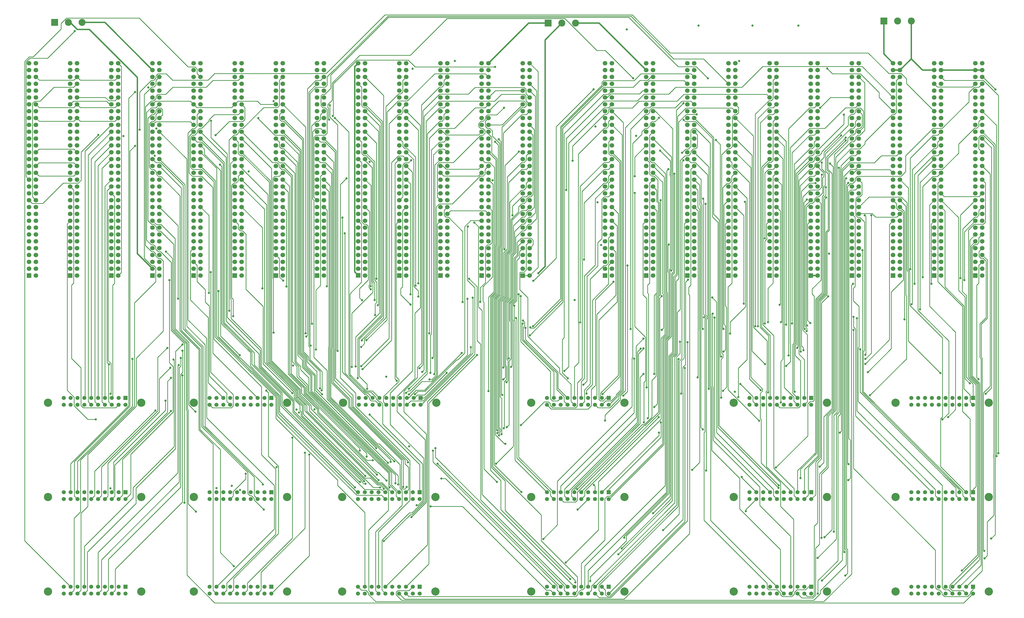
<source format=gbr>
G04 #@! TF.GenerationSoftware,KiCad,Pcbnew,(5.0.0)*
G04 #@! TF.CreationDate,2020-07-19T12:26:23+01:00*
G04 #@! TF.ProjectId,Backplane1,4261636B706C616E65312E6B69636164,rev?*
G04 #@! TF.SameCoordinates,Original*
G04 #@! TF.FileFunction,Copper,L2,Inr,Signal*
G04 #@! TF.FilePolarity,Positive*
%FSLAX46Y46*%
G04 Gerber Fmt 4.6, Leading zero omitted, Abs format (unit mm)*
G04 Created by KiCad (PCBNEW (5.0.0)) date 07/19/20 12:26:23*
%MOMM*%
%LPD*%
G01*
G04 APERTURE LIST*
G04 #@! TA.AperFunction,ViaPad*
%ADD10R,2.600000X2.600000*%
G04 #@! TD*
G04 #@! TA.AperFunction,ViaPad*
%ADD11C,2.600000*%
G04 #@! TD*
G04 #@! TA.AperFunction,ViaPad*
%ADD12C,1.700000*%
G04 #@! TD*
G04 #@! TA.AperFunction,ViaPad*
%ADD13R,1.700000X1.700000*%
G04 #@! TD*
G04 #@! TA.AperFunction,ViaPad*
%ADD14C,1.520000*%
G04 #@! TD*
G04 #@! TA.AperFunction,ViaPad*
%ADD15R,1.520000X1.520000*%
G04 #@! TD*
G04 #@! TA.AperFunction,ViaPad*
%ADD16C,3.050000*%
G04 #@! TD*
G04 #@! TA.AperFunction,ViaPad*
%ADD17C,0.800000*%
G04 #@! TD*
G04 #@! TA.AperFunction,Conductor*
%ADD18C,0.250000*%
G04 #@! TD*
G04 #@! TA.AperFunction,Conductor*
%ADD19C,0.500000*%
G04 #@! TD*
G04 APERTURE END LIST*
D10*
G04 #@! TO.N,GND*
G04 #@! TO.C,J1*
X212598000Y-40982900D03*
D11*
G04 #@! TO.N,6v*
X217678000Y-40982900D03*
G04 #@! TO.N,Neg6v*
X222758000Y-40982900D03*
G04 #@! TD*
D12*
G04 #@! TO.N,/InitInstructions/GND*
G04 #@! TO.C,J34*
X22860000Y-55880000D03*
X20320000Y-55880000D03*
G04 #@! TO.N,/InitInstructions/-6v*
X22860000Y-58420000D03*
X20320000Y-58420000D03*
G04 #@! TO.N,/InitInstructions/II18m*
X22860000Y-60960000D03*
G04 #@! TO.N,II18*
X20320000Y-60960000D03*
G04 #@! TO.N,N/C*
X22860000Y-63500000D03*
X20320000Y-63500000D03*
G04 #@! TO.N,/InitInstructions/II16m*
X22860000Y-66040000D03*
G04 #@! TO.N,II16*
X20320000Y-66040000D03*
G04 #@! TO.N,/InitInstructions/II15m*
X22860000Y-68580000D03*
G04 #@! TO.N,II15*
X20320000Y-68580000D03*
G04 #@! TO.N,/InitInstructions/II14m*
X22860000Y-71120000D03*
G04 #@! TO.N,II14*
X20320000Y-71120000D03*
G04 #@! TO.N,/InitInstructions/II13m*
X22860000Y-73660000D03*
G04 #@! TO.N,II13*
X20320000Y-73660000D03*
G04 #@! TO.N,/InitInstructions/II12m*
X22860000Y-76200000D03*
G04 #@! TO.N,II12*
X20320000Y-76200000D03*
G04 #@! TO.N,/InitInstructions/II11m*
X22860000Y-78740000D03*
G04 #@! TO.N,II11*
X20320000Y-78740000D03*
G04 #@! TO.N,/InitInstructions/II10m*
X22860000Y-81280000D03*
G04 #@! TO.N,II10*
X20320000Y-81280000D03*
G04 #@! TO.N,/InitInstructions/II9m*
X22860000Y-83820000D03*
G04 #@! TO.N,II9*
X20320000Y-83820000D03*
G04 #@! TO.N,/InitInstructions/II8m*
X22860000Y-86360000D03*
G04 #@! TO.N,II8*
X20320000Y-86360000D03*
G04 #@! TO.N,/InitInstructions/II7m*
X22860000Y-88900000D03*
G04 #@! TO.N,II7*
X20320000Y-88900000D03*
G04 #@! TO.N,/InitInstructions/II6m*
X22860000Y-91440000D03*
G04 #@! TO.N,II6*
X20320000Y-91440000D03*
G04 #@! TO.N,/InitInstructions/II5m*
X22860000Y-93980000D03*
G04 #@! TO.N,II5*
X20320000Y-93980000D03*
G04 #@! TO.N,/InitInstructions/II4m*
X22860000Y-96520000D03*
G04 #@! TO.N,II4*
X20320000Y-96520000D03*
G04 #@! TO.N,/InitInstructions/II3m*
X22860000Y-99060000D03*
G04 #@! TO.N,II3*
X20320000Y-99060000D03*
G04 #@! TO.N,/InitInstructions/II2m*
X22860000Y-101600000D03*
G04 #@! TO.N,II2*
X20320000Y-101600000D03*
G04 #@! TO.N,/InitInstructions/II1m*
X22860000Y-104140000D03*
G04 #@! TO.N,II1*
X20320000Y-104140000D03*
G04 #@! TO.N,/InitInstructions/II17m*
X22860000Y-106680000D03*
G04 #@! TO.N,II17*
X20320000Y-106680000D03*
G04 #@! TO.N,N/C*
X22860000Y-109220000D03*
X20320000Y-109220000D03*
X22860000Y-111760000D03*
X20320000Y-111760000D03*
X22860000Y-114300000D03*
X20320000Y-114300000D03*
X22860000Y-116840000D03*
X20320000Y-116840000D03*
X22860000Y-119380000D03*
X20320000Y-119380000D03*
X22860000Y-121920000D03*
X20320000Y-121920000D03*
X22860000Y-124460000D03*
X20320000Y-124460000D03*
X22860000Y-127000000D03*
X20320000Y-127000000D03*
X22860000Y-129540000D03*
X20320000Y-129540000D03*
G04 #@! TO.N,/InitInstructions/6v*
X22860000Y-132080000D03*
X20320000Y-132080000D03*
G04 #@! TO.N,/InitInstructions/GND*
X22860000Y-134620000D03*
D13*
X20320000Y-134620000D03*
G04 #@! TD*
D12*
G04 #@! TO.N,/InitInstructions/GND*
G04 #@! TO.C,J35*
X38100000Y-55880000D03*
X35560000Y-55880000D03*
G04 #@! TO.N,/InitInstructions/-6v*
X38100000Y-58420000D03*
X35560000Y-58420000D03*
G04 #@! TO.N,/InitInstructions/II18m*
X38100000Y-60960000D03*
G04 #@! TO.N,N/C*
X35560000Y-60960000D03*
G04 #@! TO.N,/InitInstructions/II17m*
X38100000Y-63500000D03*
G04 #@! TO.N,N/C*
X35560000Y-63500000D03*
G04 #@! TO.N,/InitInstructions/II16m*
X38100000Y-66040000D03*
G04 #@! TO.N,N/C*
X35560000Y-66040000D03*
G04 #@! TO.N,/InitInstructions/II15m*
X38100000Y-68580000D03*
G04 #@! TO.N,N/C*
X35560000Y-68580000D03*
G04 #@! TO.N,/InitInstructions/II14m*
X38100000Y-71120000D03*
G04 #@! TO.N,/InitInstructions/IIG*
X35560000Y-71120000D03*
G04 #@! TO.N,/InitInstructions/II13m*
X38100000Y-73660000D03*
G04 #@! TO.N,N/C*
X35560000Y-73660000D03*
G04 #@! TO.N,/InitInstructions/II12m*
X38100000Y-76200000D03*
G04 #@! TO.N,N/C*
X35560000Y-76200000D03*
G04 #@! TO.N,/InitInstructions/II11m*
X38100000Y-78740000D03*
G04 #@! TO.N,N/C*
X35560000Y-78740000D03*
G04 #@! TO.N,/InitInstructions/II10m*
X38100000Y-81280000D03*
G04 #@! TO.N,N/C*
X35560000Y-81280000D03*
G04 #@! TO.N,/InitInstructions/II9m*
X38100000Y-83820000D03*
G04 #@! TO.N,N/C*
X35560000Y-83820000D03*
G04 #@! TO.N,/InitInstructions/II8m*
X38100000Y-86360000D03*
G04 #@! TO.N,N/C*
X35560000Y-86360000D03*
G04 #@! TO.N,/InitInstructions/II7m*
X38100000Y-88900000D03*
G04 #@! TO.N,N/C*
X35560000Y-88900000D03*
G04 #@! TO.N,/InitInstructions/II6m*
X38100000Y-91440000D03*
G04 #@! TO.N,N/C*
X35560000Y-91440000D03*
G04 #@! TO.N,/InitInstructions/II5m*
X38100000Y-93980000D03*
G04 #@! TO.N,N/C*
X35560000Y-93980000D03*
G04 #@! TO.N,/InitInstructions/II4m*
X38100000Y-96520000D03*
G04 #@! TO.N,N/C*
X35560000Y-96520000D03*
G04 #@! TO.N,/InitInstructions/II3m*
X38100000Y-99060000D03*
G04 #@! TO.N,IIS-57-15*
X35560000Y-99060000D03*
G04 #@! TO.N,/InitInstructions/II2m*
X38100000Y-101600000D03*
G04 #@! TO.N,J4*
X35560000Y-101600000D03*
G04 #@! TO.N,/InitInstructions/II1m*
X38100000Y-104140000D03*
G04 #@! TO.N,/InitInstructions/~J~4*
X35560000Y-104140000D03*
G04 #@! TO.N,N/C*
X38100000Y-106680000D03*
G04 #@! TO.N,~J~3'-20-7*
X35560000Y-106680000D03*
G04 #@! TO.N,N/C*
X38100000Y-109220000D03*
G04 #@! TO.N,J3'-20-8*
X35560000Y-109220000D03*
G04 #@! TO.N,N/C*
X38100000Y-111760000D03*
G04 #@! TO.N,~J~2'-20-5*
X35560000Y-111760000D03*
G04 #@! TO.N,N/C*
X38100000Y-114300000D03*
G04 #@! TO.N,J2'-20-6*
X35560000Y-114300000D03*
G04 #@! TO.N,N/C*
X38100000Y-116840000D03*
G04 #@! TO.N,~J~1'-20-3*
X35560000Y-116840000D03*
G04 #@! TO.N,N/C*
X38100000Y-119380000D03*
G04 #@! TO.N,J1'-20-4*
X35560000Y-119380000D03*
G04 #@! TO.N,N/C*
X38100000Y-121920000D03*
X35560000Y-121920000D03*
X38100000Y-124460000D03*
X35560000Y-124460000D03*
X38100000Y-127000000D03*
X35560000Y-127000000D03*
X38100000Y-129540000D03*
X35560000Y-129540000D03*
G04 #@! TO.N,/InitInstructions/6v*
X38100000Y-132080000D03*
X35560000Y-132080000D03*
G04 #@! TO.N,/InitInstructions/GND*
X38100000Y-134620000D03*
D13*
X35560000Y-134620000D03*
G04 #@! TD*
D12*
G04 #@! TO.N,/InitInstructions/GND*
G04 #@! TO.C,J36*
X53340000Y-55880000D03*
X50800000Y-55880000D03*
G04 #@! TO.N,/InitInstructions/-6v*
X53340000Y-58420000D03*
X50800000Y-58420000D03*
G04 #@! TO.N,/InitInstructions/II18m*
X53340000Y-60960000D03*
G04 #@! TO.N,N/C*
X50800000Y-60960000D03*
G04 #@! TO.N,/InitInstructions/II17m*
X53340000Y-63500000D03*
G04 #@! TO.N,~J~16-22-26*
X50800000Y-63500000D03*
G04 #@! TO.N,/InitInstructions/II16m*
X53340000Y-66040000D03*
G04 #@! TO.N,N/C*
X50800000Y-66040000D03*
G04 #@! TO.N,/InitInstructions/II15m*
X53340000Y-68580000D03*
G04 #@! TO.N,N/C*
X50800000Y-68580000D03*
G04 #@! TO.N,/InitInstructions/II14m*
X53340000Y-71120000D03*
G04 #@! TO.N,/InitInstructions/IIG*
X50800000Y-71120000D03*
G04 #@! TO.N,/InitInstructions/II13m*
X53340000Y-73660000D03*
G04 #@! TO.N,~J~15-22-29*
X50800000Y-73660000D03*
G04 #@! TO.N,/InitInstructions/II12m*
X53340000Y-76200000D03*
G04 #@! TO.N,~J~14-22-28*
X50800000Y-76200000D03*
G04 #@! TO.N,/InitInstructions/II11m*
X53340000Y-78740000D03*
G04 #@! TO.N,J13*
X50800000Y-78740000D03*
G04 #@! TO.N,/InitInstructions/II10m*
X53340000Y-81280000D03*
G04 #@! TO.N,J12*
X50800000Y-81280000D03*
G04 #@! TO.N,/InitInstructions/II9m*
X53340000Y-83820000D03*
G04 #@! TO.N,J11*
X50800000Y-83820000D03*
G04 #@! TO.N,/InitInstructions/II8m*
X53340000Y-86360000D03*
G04 #@! TO.N,J10*
X50800000Y-86360000D03*
G04 #@! TO.N,/InitInstructions/II7m*
X53340000Y-88900000D03*
G04 #@! TO.N,J9*
X50800000Y-88900000D03*
G04 #@! TO.N,/InitInstructions/II6m*
X53340000Y-91440000D03*
G04 #@! TO.N,J8*
X50800000Y-91440000D03*
G04 #@! TO.N,/InitInstructions/II5m*
X53340000Y-93980000D03*
G04 #@! TO.N,N/C*
X50800000Y-93980000D03*
G04 #@! TO.N,/InitInstructions/II4m*
X53340000Y-96520000D03*
G04 #@! TO.N,N/C*
X50800000Y-96520000D03*
G04 #@! TO.N,/InitInstructions/II3m*
X53340000Y-99060000D03*
G04 #@! TO.N,J7*
X50800000Y-99060000D03*
G04 #@! TO.N,/InitInstructions/II2m*
X53340000Y-101600000D03*
G04 #@! TO.N,J6*
X50800000Y-101600000D03*
G04 #@! TO.N,/InitInstructions/II1m*
X53340000Y-104140000D03*
G04 #@! TO.N,J5*
X50800000Y-104140000D03*
G04 #@! TO.N,N/C*
X53340000Y-106680000D03*
G04 #@! TO.N,/InitInstructions/~J~4*
X50800000Y-106680000D03*
G04 #@! TO.N,N/C*
X53340000Y-109220000D03*
G04 #@! TO.N,J3'-20-8*
X50800000Y-109220000D03*
G04 #@! TO.N,N/C*
X53340000Y-111760000D03*
G04 #@! TO.N,~J~2'-20-5*
X50800000Y-111760000D03*
G04 #@! TO.N,N/C*
X53340000Y-114300000D03*
G04 #@! TO.N,~IIG~*
X50800000Y-114300000D03*
G04 #@! TO.N,N/C*
X53340000Y-116840000D03*
G04 #@! TO.N,IIS-57-15*
X50800000Y-116840000D03*
G04 #@! TO.N,N/C*
X53340000Y-119380000D03*
G04 #@! TO.N,J1'-20-4*
X50800000Y-119380000D03*
G04 #@! TO.N,N/C*
X53340000Y-121920000D03*
X50800000Y-121920000D03*
X53340000Y-124460000D03*
X50800000Y-124460000D03*
X53340000Y-127000000D03*
X50800000Y-127000000D03*
G04 #@! TO.N,~J~3'-20-7*
X53340000Y-129540000D03*
G04 #@! TO.N,N/C*
X50800000Y-129540000D03*
G04 #@! TO.N,/InitInstructions/6v*
X53340000Y-132080000D03*
X50800000Y-132080000D03*
G04 #@! TO.N,/InitInstructions/GND*
X53340000Y-134620000D03*
D13*
X50800000Y-134620000D03*
G04 #@! TD*
D12*
G04 #@! TO.N,/WaveformDrivers/GND*
G04 #@! TO.C,J46*
X205740000Y-55880000D03*
X203200000Y-55880000D03*
G04 #@! TO.N,/WaveformDrivers/-6v*
X205740000Y-58420000D03*
X203200000Y-58420000D03*
G04 #@! TO.N,N/C*
X205740000Y-60960000D03*
X203200000Y-60960000D03*
G04 #@! TO.N,~RESET~2-2-Y*
X205740000Y-63500000D03*
G04 #@! TO.N,/RegistersB/~OTQ1~*
X203200000Y-63500000D03*
G04 #@! TO.N,t1-5-27*
X205740000Y-66040000D03*
G04 #@! TO.N,/RegistersA/GTQ2*
X203200000Y-66040000D03*
G04 #@! TO.N,t3-2-5-29*
X205740000Y-68580000D03*
G04 #@! TO.N,/RegistersB/GTQ1*
X203200000Y-68580000D03*
G04 #@! TO.N,t4-5-26*
X205740000Y-71120000D03*
G04 #@! TO.N,/RegistersA/~OTA~2*
X203200000Y-71120000D03*
G04 #@! TO.N,GTQa-8-24*
X205740000Y-73660000D03*
G04 #@! TO.N,/RegistersB/~OTA~1*
X203200000Y-73660000D03*
G04 #@! TO.N,/RegistersA/~OTQ2~*
X205740000Y-76200000D03*
G04 #@! TO.N,/RegistersA/GTA2*
X203200000Y-76200000D03*
G04 #@! TO.N,GTAa-8-27*
X205740000Y-78740000D03*
G04 #@! TO.N,/RegistersB/GTA1*
X203200000Y-78740000D03*
G04 #@! TO.N,~OTA~'-5-7*
X205740000Y-81280000D03*
G04 #@! TO.N,/RegistersB/~OTP~2*
X203200000Y-81280000D03*
G04 #@! TO.N,MTPa-9-22*
X205740000Y-83820000D03*
G04 #@! TO.N,/RegistersB/~OTP~1*
X203200000Y-83820000D03*
G04 #@! TO.N,N/C*
X205740000Y-86360000D03*
G04 #@! TO.N,/RegistersA/GTM2*
X203200000Y-86360000D03*
G04 #@! TO.N,GTMa-8-23*
X205740000Y-88900000D03*
G04 #@! TO.N,/RegistersB/GTM1*
X203200000Y-88900000D03*
G04 #@! TO.N,N/C*
X205740000Y-91440000D03*
G04 #@! TO.N,/RegistersA/WTM2*
X203200000Y-91440000D03*
G04 #@! TO.N,WTMa-8-21*
X205740000Y-93980000D03*
G04 #@! TO.N,/RegistersB/WTM1*
X203200000Y-93980000D03*
G04 #@! TO.N,N/C*
X205740000Y-96520000D03*
G04 #@! TO.N,/RegistersA/~OTM~2*
X203200000Y-96520000D03*
G04 #@! TO.N,OTMa-9-23*
X205740000Y-99060000D03*
G04 #@! TO.N,/RegistersB/~OTM~1*
X203200000Y-99060000D03*
G04 #@! TO.N,N/C*
X205740000Y-101600000D03*
G04 #@! TO.N,/RegistersA/GTJ2*
X203200000Y-101600000D03*
G04 #@! TO.N,GTJa-8-28*
X205740000Y-104140000D03*
G04 #@! TO.N,/RegistersB/GTJ1*
X203200000Y-104140000D03*
G04 #@! TO.N,N/C*
X205740000Y-106680000D03*
G04 #@! TO.N,/RegistersA/~OTJ~2*
X203200000Y-106680000D03*
G04 #@! TO.N,~OTJ~'-5-11*
X205740000Y-109220000D03*
G04 #@! TO.N,/RegistersB/~OTJ~1*
X203200000Y-109220000D03*
G04 #@! TO.N,N/C*
X205740000Y-111760000D03*
G04 #@! TO.N,/RegistersA/~OTG~2*
X203200000Y-111760000D03*
G04 #@! TO.N,N/C*
X205740000Y-114300000D03*
G04 #@! TO.N,~OTG1~-57-M*
X203200000Y-114300000D03*
G04 #@! TO.N,N/C*
X205740000Y-116840000D03*
X203200000Y-116840000D03*
X205740000Y-119380000D03*
X203200000Y-119380000D03*
G04 #@! TO.N,SFDm-19-V*
X205740000Y-121920000D03*
G04 #@! TO.N,SFD-6-R*
X203200000Y-121920000D03*
G04 #@! TO.N,CRSm-11-AC*
X205740000Y-124460000D03*
G04 #@! TO.N,CRS-7-AF*
X203200000Y-124460000D03*
G04 #@! TO.N,N/C*
X205740000Y-127000000D03*
X203200000Y-127000000D03*
X205740000Y-129540000D03*
X203200000Y-129540000D03*
G04 #@! TO.N,/WaveformDrivers/6v*
X205740000Y-132080000D03*
X203200000Y-132080000D03*
G04 #@! TO.N,/WaveformDrivers/GND*
X205740000Y-134620000D03*
D13*
X203200000Y-134620000D03*
G04 #@! TD*
D12*
G04 #@! TO.N,GND*
G04 #@! TO.C,J37*
X68580000Y-55880000D03*
X66040000Y-55880000D03*
G04 #@! TO.N,Neg6v*
X68580000Y-58420000D03*
X66040000Y-58420000D03*
G04 #@! TO.N,~STORE~18*
X68580000Y-60960000D03*
G04 #@! TO.N,/RegistersA/QTF2*
X66040000Y-60960000D03*
G04 #@! TO.N,N/C*
X68580000Y-63500000D03*
G04 #@! TO.N,DTF2a-8-26*
X66040000Y-63500000D03*
G04 #@! TO.N,N/C*
X68580000Y-66040000D03*
G04 #@! TO.N,/RegistersA/ATF2*
X66040000Y-66040000D03*
G04 #@! TO.N,/RegistersA/GTQ2*
X68580000Y-68580000D03*
G04 #@! TO.N,N/C*
X66040000Y-68580000D03*
G04 #@! TO.N,M18-7-9*
X68580000Y-71120000D03*
G04 #@! TO.N,/RegistersA/~OTQ2~*
X66040000Y-71120000D03*
G04 #@! TO.N,#Q18*
X68580000Y-73660000D03*
G04 #@! TO.N,II18*
X66040000Y-73660000D03*
G04 #@! TO.N,~A~18*
X68580000Y-76200000D03*
G04 #@! TO.N,N/C*
X66040000Y-76200000D03*
G04 #@! TO.N,/RegistersA/~OTA~2*
X68580000Y-78740000D03*
G04 #@! TO.N,/RegistersA/GTA2*
X66040000Y-78740000D03*
G04 #@! TO.N,#A18*
X68580000Y-81280000D03*
G04 #@! TO.N,N/C*
X66040000Y-81280000D03*
X68580000Y-83820000D03*
X66040000Y-83820000D03*
X68580000Y-86360000D03*
G04 #@! TO.N,/RegistersA/~OTM~2*
X66040000Y-86360000D03*
G04 #@! TO.N,N/C*
X68580000Y-88900000D03*
G04 #@! TO.N,/RegistersA/WTM2*
X66040000Y-88900000D03*
G04 #@! TO.N,~M~18-7-11*
X68580000Y-91440000D03*
G04 #@! TO.N,W18*
X66040000Y-91440000D03*
G04 #@! TO.N,#M18*
X68580000Y-93980000D03*
G04 #@! TO.N,/RegistersA/GTM2*
X66040000Y-93980000D03*
G04 #@! TO.N,N/C*
X68580000Y-96520000D03*
G04 #@! TO.N,/WaveformDrivers/~M~TF1*
X66040000Y-96520000D03*
G04 #@! TO.N,N/C*
X68580000Y-99060000D03*
G04 #@! TO.N,/RegistersA/MTF2*
X66040000Y-99060000D03*
G04 #@! TO.N,N/C*
X68580000Y-101600000D03*
G04 #@! TO.N,/RegistersA/JTF2*
X66040000Y-101600000D03*
G04 #@! TO.N,/RegistersA/~OTJ~2*
X68580000Y-104140000D03*
G04 #@! TO.N,/RegistersA/GTJ2*
X66040000Y-104140000D03*
G04 #@! TO.N,N/C*
X68580000Y-106680000D03*
G04 #@! TO.N,/RegistersA/A11*
X66040000Y-106680000D03*
G04 #@! TO.N,#G18*
X68580000Y-109220000D03*
G04 #@! TO.N,/RegistersA/PTG2-2*
X66040000Y-109220000D03*
G04 #@! TO.N,/RegistersA/PTG1-2*
X68580000Y-111760000D03*
G04 #@! TO.N,/RegistersA/~OTG~2*
X66040000Y-111760000D03*
G04 #@! TO.N,N/C*
X68580000Y-114300000D03*
G04 #@! TO.N,IP18*
X66040000Y-114300000D03*
G04 #@! TO.N,N/C*
X68580000Y-116840000D03*
G04 #@! TO.N,/RegistersA/VTG2*
X66040000Y-116840000D03*
G04 #@! TO.N,/RegistersA/LTG2*
X68580000Y-119380000D03*
G04 #@! TO.N,/RegistersA/RTG2*
X66040000Y-119380000D03*
G04 #@! TO.N,N/C*
X68580000Y-121920000D03*
G04 #@! TO.N,/RegistersA/FTG2*
X66040000Y-121920000D03*
G04 #@! TO.N,F18-5-K*
X68580000Y-124460000D03*
G04 #@! TO.N,X1-57-11*
X66040000Y-124460000D03*
G04 #@! TO.N,/RegistersA/F17*
X68580000Y-127000000D03*
G04 #@! TO.N,N/C*
X66040000Y-127000000D03*
G04 #@! TO.N,C17-5-H*
X68580000Y-129540000D03*
G04 #@! TO.N,C18-5-8*
X66040000Y-129540000D03*
G04 #@! TO.N,6v*
X68580000Y-132080000D03*
X66040000Y-132080000D03*
G04 #@! TO.N,GND*
X68580000Y-134620000D03*
D13*
X66040000Y-134620000D03*
G04 #@! TD*
D12*
G04 #@! TO.N,GND*
G04 #@! TO.C,J38*
X83820000Y-55880000D03*
X81280000Y-55880000D03*
G04 #@! TO.N,Neg6v*
X83820000Y-58420000D03*
X81280000Y-58420000D03*
G04 #@! TO.N,~STORE~17*
X83820000Y-60960000D03*
G04 #@! TO.N,/RegistersA/QTF2*
X81280000Y-60960000D03*
G04 #@! TO.N,N/C*
X83820000Y-63500000D03*
G04 #@! TO.N,DTF2a-8-26*
X81280000Y-63500000D03*
G04 #@! TO.N,N/C*
X83820000Y-66040000D03*
G04 #@! TO.N,/RegistersA/ATF2*
X81280000Y-66040000D03*
G04 #@! TO.N,/RegistersA/GTQ2*
X83820000Y-68580000D03*
G04 #@! TO.N,N/C*
X81280000Y-68580000D03*
G04 #@! TO.N,M17*
X83820000Y-71120000D03*
G04 #@! TO.N,/RegistersA/~OTQ2~*
X81280000Y-71120000D03*
G04 #@! TO.N,#Q17*
X83820000Y-73660000D03*
G04 #@! TO.N,II17*
X81280000Y-73660000D03*
G04 #@! TO.N,~A~17*
X83820000Y-76200000D03*
G04 #@! TO.N,N/C*
X81280000Y-76200000D03*
G04 #@! TO.N,/RegistersA/~OTA~2*
X83820000Y-78740000D03*
G04 #@! TO.N,/RegistersA/GTA2*
X81280000Y-78740000D03*
G04 #@! TO.N,#A17*
X83820000Y-81280000D03*
G04 #@! TO.N,MTI-5-17*
X81280000Y-81280000D03*
G04 #@! TO.N,#I4*
X83820000Y-83820000D03*
G04 #@! TO.N,I4-22-L*
X81280000Y-83820000D03*
G04 #@! TO.N,~OTI~-5-18*
X83820000Y-86360000D03*
G04 #@! TO.N,/RegistersA/~OTM~2*
X81280000Y-86360000D03*
G04 #@! TO.N,~I~4-22-M*
X83820000Y-88900000D03*
G04 #@! TO.N,/RegistersA/WTM2*
X81280000Y-88900000D03*
G04 #@! TO.N,N/C*
X83820000Y-91440000D03*
G04 #@! TO.N,W17*
X81280000Y-91440000D03*
G04 #@! TO.N,#M17*
X83820000Y-93980000D03*
G04 #@! TO.N,/RegistersA/GTM2*
X81280000Y-93980000D03*
G04 #@! TO.N,N/C*
X83820000Y-96520000D03*
G04 #@! TO.N,/WaveformDrivers/~M~TF1*
X81280000Y-96520000D03*
G04 #@! TO.N,N/C*
X83820000Y-99060000D03*
G04 #@! TO.N,/RegistersA/MTF2*
X81280000Y-99060000D03*
G04 #@! TO.N,N/C*
X83820000Y-101600000D03*
G04 #@! TO.N,/RegistersA/JTF2*
X81280000Y-101600000D03*
G04 #@! TO.N,/RegistersA/~OTJ~2*
X83820000Y-104140000D03*
G04 #@! TO.N,/RegistersA/GTJ2*
X81280000Y-104140000D03*
G04 #@! TO.N,N/C*
X83820000Y-106680000D03*
G04 #@! TO.N,/RegistersA/A10*
X81280000Y-106680000D03*
G04 #@! TO.N,#G17*
X83820000Y-109220000D03*
G04 #@! TO.N,/RegistersA/PTG2-2*
X81280000Y-109220000D03*
G04 #@! TO.N,/RegistersA/PTG1-2*
X83820000Y-111760000D03*
G04 #@! TO.N,/RegistersA/~OTG~2*
X81280000Y-111760000D03*
G04 #@! TO.N,N/C*
X83820000Y-114300000D03*
G04 #@! TO.N,IP17*
X81280000Y-114300000D03*
G04 #@! TO.N,N/C*
X83820000Y-116840000D03*
G04 #@! TO.N,/RegistersA/VTG2*
X81280000Y-116840000D03*
G04 #@! TO.N,/RegistersA/LTG2*
X83820000Y-119380000D03*
G04 #@! TO.N,/RegistersA/RTG2*
X81280000Y-119380000D03*
G04 #@! TO.N,N/C*
X83820000Y-121920000D03*
G04 #@! TO.N,/RegistersA/FTG2*
X81280000Y-121920000D03*
G04 #@! TO.N,/RegistersA/F17*
X83820000Y-124460000D03*
G04 #@! TO.N,F18-5-K*
X81280000Y-124460000D03*
G04 #@! TO.N,/RegistersA/F16*
X83820000Y-127000000D03*
G04 #@! TO.N,N/C*
X81280000Y-127000000D03*
G04 #@! TO.N,/RegistersA/C16*
X83820000Y-129540000D03*
G04 #@! TO.N,C17-5-H*
X81280000Y-129540000D03*
G04 #@! TO.N,6v*
X83820000Y-132080000D03*
X81280000Y-132080000D03*
G04 #@! TO.N,GND*
X83820000Y-134620000D03*
D13*
X81280000Y-134620000D03*
G04 #@! TD*
D12*
G04 #@! TO.N,GND*
G04 #@! TO.C,J39*
X99060000Y-55880000D03*
X96520000Y-55880000D03*
G04 #@! TO.N,Neg6v*
X99060000Y-58420000D03*
X96520000Y-58420000D03*
G04 #@! TO.N,~STORE~16*
X99060000Y-60960000D03*
G04 #@! TO.N,/RegistersA/QTF2*
X96520000Y-60960000D03*
G04 #@! TO.N,N/C*
X99060000Y-63500000D03*
G04 #@! TO.N,DTF2a-8-26*
X96520000Y-63500000D03*
G04 #@! TO.N,N/C*
X99060000Y-66040000D03*
G04 #@! TO.N,/RegistersA/ATF2*
X96520000Y-66040000D03*
G04 #@! TO.N,/RegistersA/GTQ2*
X99060000Y-68580000D03*
G04 #@! TO.N,N/C*
X96520000Y-68580000D03*
G04 #@! TO.N,M16*
X99060000Y-71120000D03*
G04 #@! TO.N,/RegistersA/~OTQ2~*
X96520000Y-71120000D03*
G04 #@! TO.N,#Q16*
X99060000Y-73660000D03*
G04 #@! TO.N,II16*
X96520000Y-73660000D03*
G04 #@! TO.N,~A~16*
X99060000Y-76200000D03*
G04 #@! TO.N,N/C*
X96520000Y-76200000D03*
G04 #@! TO.N,/RegistersA/~OTA~2*
X99060000Y-78740000D03*
G04 #@! TO.N,/RegistersA/GTA2*
X96520000Y-78740000D03*
G04 #@! TO.N,#A16*
X99060000Y-81280000D03*
G04 #@! TO.N,MTI-5-17*
X96520000Y-81280000D03*
G04 #@! TO.N,#I3*
X99060000Y-83820000D03*
G04 #@! TO.N,I3-22-J*
X96520000Y-83820000D03*
G04 #@! TO.N,~OTI~-5-18*
X99060000Y-86360000D03*
G04 #@! TO.N,/RegistersA/~OTM~2*
X96520000Y-86360000D03*
G04 #@! TO.N,~I~3-22-K*
X99060000Y-88900000D03*
G04 #@! TO.N,/RegistersA/WTM2*
X96520000Y-88900000D03*
G04 #@! TO.N,N/C*
X99060000Y-91440000D03*
G04 #@! TO.N,W16*
X96520000Y-91440000D03*
G04 #@! TO.N,#M16*
X99060000Y-93980000D03*
G04 #@! TO.N,/RegistersA/GTM2*
X96520000Y-93980000D03*
G04 #@! TO.N,J16*
X99060000Y-96520000D03*
G04 #@! TO.N,/WaveformDrivers/~M~TF1*
X96520000Y-96520000D03*
G04 #@! TO.N,#J16*
X99060000Y-99060000D03*
G04 #@! TO.N,/RegistersA/MTF2*
X96520000Y-99060000D03*
G04 #@! TO.N,~J~16-22-26*
X99060000Y-101600000D03*
G04 #@! TO.N,/RegistersA/JTF2*
X96520000Y-101600000D03*
G04 #@! TO.N,/RegistersA/~OTJ~2*
X99060000Y-104140000D03*
G04 #@! TO.N,/RegistersA/GTJ2*
X96520000Y-104140000D03*
G04 #@! TO.N,N/C*
X99060000Y-106680000D03*
G04 #@! TO.N,/RegistersA/A9*
X96520000Y-106680000D03*
G04 #@! TO.N,#G16*
X99060000Y-109220000D03*
G04 #@! TO.N,/RegistersA/PTG2-2*
X96520000Y-109220000D03*
G04 #@! TO.N,/RegistersA/PTG1-2*
X99060000Y-111760000D03*
G04 #@! TO.N,/RegistersA/~OTG~2*
X96520000Y-111760000D03*
G04 #@! TO.N,N/C*
X99060000Y-114300000D03*
G04 #@! TO.N,IP16*
X96520000Y-114300000D03*
G04 #@! TO.N,N/C*
X99060000Y-116840000D03*
G04 #@! TO.N,/RegistersA/VTG2*
X96520000Y-116840000D03*
G04 #@! TO.N,/RegistersA/LTG2*
X99060000Y-119380000D03*
G04 #@! TO.N,/RegistersA/RTG2*
X96520000Y-119380000D03*
G04 #@! TO.N,N/C*
X99060000Y-121920000D03*
G04 #@! TO.N,/RegistersA/FTG2*
X96520000Y-121920000D03*
G04 #@! TO.N,/RegistersA/F16*
X99060000Y-124460000D03*
G04 #@! TO.N,/RegistersA/F17*
X96520000Y-124460000D03*
G04 #@! TO.N,/RegistersA/F15*
X99060000Y-127000000D03*
G04 #@! TO.N,/RegistersA/~JTG16~*
X96520000Y-127000000D03*
G04 #@! TO.N,/RegistersA/C15*
X99060000Y-129540000D03*
G04 #@! TO.N,/RegistersA/C16*
X96520000Y-129540000D03*
G04 #@! TO.N,6v*
X99060000Y-132080000D03*
X96520000Y-132080000D03*
G04 #@! TO.N,GND*
X99060000Y-134620000D03*
D13*
X96520000Y-134620000D03*
G04 #@! TD*
D12*
G04 #@! TO.N,GND*
G04 #@! TO.C,J40*
X114300000Y-55880000D03*
X111760000Y-55880000D03*
G04 #@! TO.N,Neg6v*
X114300000Y-58420000D03*
X111760000Y-58420000D03*
G04 #@! TO.N,~STORE~15*
X114300000Y-60960000D03*
G04 #@! TO.N,/RegistersA/QTF2*
X111760000Y-60960000D03*
G04 #@! TO.N,N/C*
X114300000Y-63500000D03*
G04 #@! TO.N,DTF2a-8-26*
X111760000Y-63500000D03*
G04 #@! TO.N,N/C*
X114300000Y-66040000D03*
G04 #@! TO.N,/RegistersA/ATF2*
X111760000Y-66040000D03*
G04 #@! TO.N,/RegistersA/GTQ2*
X114300000Y-68580000D03*
G04 #@! TO.N,N/C*
X111760000Y-68580000D03*
G04 #@! TO.N,M15*
X114300000Y-71120000D03*
G04 #@! TO.N,/RegistersA/~OTQ2~*
X111760000Y-71120000D03*
G04 #@! TO.N,#Q15*
X114300000Y-73660000D03*
G04 #@! TO.N,II15*
X111760000Y-73660000D03*
G04 #@! TO.N,~A~15*
X114300000Y-76200000D03*
G04 #@! TO.N,N/C*
X111760000Y-76200000D03*
G04 #@! TO.N,/RegistersA/~OTA~2*
X114300000Y-78740000D03*
G04 #@! TO.N,/RegistersA/GTA2*
X111760000Y-78740000D03*
G04 #@! TO.N,#A15*
X114300000Y-81280000D03*
G04 #@! TO.N,MTI-5-17*
X111760000Y-81280000D03*
G04 #@! TO.N,#I2*
X114300000Y-83820000D03*
G04 #@! TO.N,I2-22-F*
X111760000Y-83820000D03*
G04 #@! TO.N,~OTI~-5-18*
X114300000Y-86360000D03*
G04 #@! TO.N,/RegistersA/~OTM~2*
X111760000Y-86360000D03*
G04 #@! TO.N,~I~2-22-H*
X114300000Y-88900000D03*
G04 #@! TO.N,/RegistersA/WTM2*
X111760000Y-88900000D03*
G04 #@! TO.N,N/C*
X114300000Y-91440000D03*
G04 #@! TO.N,W15*
X111760000Y-91440000D03*
G04 #@! TO.N,#M15*
X114300000Y-93980000D03*
G04 #@! TO.N,/RegistersA/GTM2*
X111760000Y-93980000D03*
G04 #@! TO.N,J15*
X114300000Y-96520000D03*
G04 #@! TO.N,/WaveformDrivers/~M~TF1*
X111760000Y-96520000D03*
G04 #@! TO.N,#J15*
X114300000Y-99060000D03*
G04 #@! TO.N,/RegistersA/MTF2*
X111760000Y-99060000D03*
G04 #@! TO.N,~J~15-22-29*
X114300000Y-101600000D03*
G04 #@! TO.N,/RegistersA/JTF2*
X111760000Y-101600000D03*
G04 #@! TO.N,/RegistersA/~OTJ~2*
X114300000Y-104140000D03*
G04 #@! TO.N,/RegistersA/GTJ2*
X111760000Y-104140000D03*
G04 #@! TO.N,N/C*
X114300000Y-106680000D03*
G04 #@! TO.N,/RegistersA/A8*
X111760000Y-106680000D03*
G04 #@! TO.N,#G15*
X114300000Y-109220000D03*
G04 #@! TO.N,/RegistersA/PTG2-2*
X111760000Y-109220000D03*
G04 #@! TO.N,/RegistersA/PTG1-2*
X114300000Y-111760000D03*
G04 #@! TO.N,/RegistersA/~OTG~2*
X111760000Y-111760000D03*
G04 #@! TO.N,N/C*
X114300000Y-114300000D03*
G04 #@! TO.N,IP15*
X111760000Y-114300000D03*
G04 #@! TO.N,N/C*
X114300000Y-116840000D03*
G04 #@! TO.N,/RegistersA/VTG2*
X111760000Y-116840000D03*
G04 #@! TO.N,/RegistersA/LTG2*
X114300000Y-119380000D03*
G04 #@! TO.N,/RegistersA/RTG2*
X111760000Y-119380000D03*
G04 #@! TO.N,N/C*
X114300000Y-121920000D03*
G04 #@! TO.N,/RegistersA/FTG2*
X111760000Y-121920000D03*
G04 #@! TO.N,/RegistersA/F15*
X114300000Y-124460000D03*
G04 #@! TO.N,/RegistersA/F16*
X111760000Y-124460000D03*
G04 #@! TO.N,/RegistersA/F14*
X114300000Y-127000000D03*
G04 #@! TO.N,/RegistersA/~JTG15~*
X111760000Y-127000000D03*
G04 #@! TO.N,/RegistersA/C14*
X114300000Y-129540000D03*
G04 #@! TO.N,/RegistersA/C15*
X111760000Y-129540000D03*
G04 #@! TO.N,6v*
X114300000Y-132080000D03*
X111760000Y-132080000D03*
G04 #@! TO.N,GND*
X114300000Y-134620000D03*
D13*
X111760000Y-134620000D03*
G04 #@! TD*
D12*
G04 #@! TO.N,GND*
G04 #@! TO.C,J41*
X129540000Y-55880000D03*
X127000000Y-55880000D03*
G04 #@! TO.N,Neg6v*
X129540000Y-58420000D03*
X127000000Y-58420000D03*
G04 #@! TO.N,~STORE~14*
X129540000Y-60960000D03*
G04 #@! TO.N,/RegistersA/QTF2*
X127000000Y-60960000D03*
G04 #@! TO.N,N/C*
X129540000Y-63500000D03*
G04 #@! TO.N,DTF2a-8-26*
X127000000Y-63500000D03*
G04 #@! TO.N,N/C*
X129540000Y-66040000D03*
G04 #@! TO.N,/RegistersA/ATF2*
X127000000Y-66040000D03*
G04 #@! TO.N,/RegistersA/GTQ2*
X129540000Y-68580000D03*
G04 #@! TO.N,N/C*
X127000000Y-68580000D03*
G04 #@! TO.N,M14*
X129540000Y-71120000D03*
G04 #@! TO.N,/RegistersA/~OTQ2~*
X127000000Y-71120000D03*
G04 #@! TO.N,#Q14*
X129540000Y-73660000D03*
G04 #@! TO.N,II14*
X127000000Y-73660000D03*
G04 #@! TO.N,~A~14*
X129540000Y-76200000D03*
G04 #@! TO.N,N/C*
X127000000Y-76200000D03*
G04 #@! TO.N,/RegistersA/~OTA~2*
X129540000Y-78740000D03*
G04 #@! TO.N,/RegistersA/GTA2*
X127000000Y-78740000D03*
G04 #@! TO.N,#A14*
X129540000Y-81280000D03*
G04 #@! TO.N,MTI-5-17*
X127000000Y-81280000D03*
G04 #@! TO.N,#I1*
X129540000Y-83820000D03*
G04 #@! TO.N,I1-22-D*
X127000000Y-83820000D03*
G04 #@! TO.N,~OTI~-5-18*
X129540000Y-86360000D03*
G04 #@! TO.N,/RegistersA/~OTM~2*
X127000000Y-86360000D03*
G04 #@! TO.N,~I~1-22-E*
X129540000Y-88900000D03*
G04 #@! TO.N,/RegistersA/WTM2*
X127000000Y-88900000D03*
G04 #@! TO.N,N/C*
X129540000Y-91440000D03*
G04 #@! TO.N,W14*
X127000000Y-91440000D03*
G04 #@! TO.N,#M14*
X129540000Y-93980000D03*
G04 #@! TO.N,/RegistersA/GTM2*
X127000000Y-93980000D03*
G04 #@! TO.N,J14*
X129540000Y-96520000D03*
G04 #@! TO.N,/WaveformDrivers/~M~TF1*
X127000000Y-96520000D03*
G04 #@! TO.N,#J14*
X129540000Y-99060000D03*
G04 #@! TO.N,/RegistersA/MTF2*
X127000000Y-99060000D03*
G04 #@! TO.N,~J~14-22-28*
X129540000Y-101600000D03*
G04 #@! TO.N,/RegistersA/JTF2*
X127000000Y-101600000D03*
G04 #@! TO.N,/RegistersA/~OTJ~2*
X129540000Y-104140000D03*
G04 #@! TO.N,/RegistersA/GTJ2*
X127000000Y-104140000D03*
G04 #@! TO.N,N/C*
X129540000Y-106680000D03*
G04 #@! TO.N,/RegistersA/A7*
X127000000Y-106680000D03*
G04 #@! TO.N,#G14*
X129540000Y-109220000D03*
G04 #@! TO.N,/RegistersA/PTG2-2*
X127000000Y-109220000D03*
G04 #@! TO.N,/RegistersA/PTG1-2*
X129540000Y-111760000D03*
G04 #@! TO.N,/RegistersA/~OTG~2*
X127000000Y-111760000D03*
G04 #@! TO.N,N/C*
X129540000Y-114300000D03*
G04 #@! TO.N,IP14*
X127000000Y-114300000D03*
G04 #@! TO.N,N/C*
X129540000Y-116840000D03*
G04 #@! TO.N,/RegistersA/VTG2*
X127000000Y-116840000D03*
G04 #@! TO.N,/RegistersA/LTG2*
X129540000Y-119380000D03*
G04 #@! TO.N,/RegistersA/RTG2*
X127000000Y-119380000D03*
G04 #@! TO.N,N/C*
X129540000Y-121920000D03*
G04 #@! TO.N,/RegistersA/FTG2*
X127000000Y-121920000D03*
G04 #@! TO.N,/RegistersA/F14*
X129540000Y-124460000D03*
G04 #@! TO.N,/RegistersA/F15*
X127000000Y-124460000D03*
G04 #@! TO.N,/RegistersA/F13*
X129540000Y-127000000D03*
G04 #@! TO.N,/RegistersA/~JTG14~*
X127000000Y-127000000D03*
G04 #@! TO.N,/RegistersA/C13*
X129540000Y-129540000D03*
G04 #@! TO.N,/RegistersA/C14*
X127000000Y-129540000D03*
G04 #@! TO.N,6v*
X129540000Y-132080000D03*
X127000000Y-132080000D03*
G04 #@! TO.N,GND*
X129540000Y-134620000D03*
D13*
X127000000Y-134620000D03*
G04 #@! TD*
D12*
G04 #@! TO.N,GND*
G04 #@! TO.C,J42*
X144780000Y-55880000D03*
X142240000Y-55880000D03*
G04 #@! TO.N,Neg6v*
X144780000Y-58420000D03*
X142240000Y-58420000D03*
G04 #@! TO.N,~STORE~13*
X144780000Y-60960000D03*
G04 #@! TO.N,/RegistersA/QTF2*
X142240000Y-60960000D03*
G04 #@! TO.N,N/C*
X144780000Y-63500000D03*
G04 #@! TO.N,DTF1-2-5-23*
X142240000Y-63500000D03*
G04 #@! TO.N,N/C*
X144780000Y-66040000D03*
G04 #@! TO.N,/RegistersA/ATF2*
X142240000Y-66040000D03*
G04 #@! TO.N,/RegistersA/GTQ2*
X144780000Y-68580000D03*
G04 #@! TO.N,N/C*
X142240000Y-68580000D03*
G04 #@! TO.N,M13-7-6*
X144780000Y-71120000D03*
G04 #@! TO.N,/RegistersA/~OTQ2~*
X142240000Y-71120000D03*
G04 #@! TO.N,#Q13*
X144780000Y-73660000D03*
G04 #@! TO.N,II13*
X142240000Y-73660000D03*
G04 #@! TO.N,~A~13*
X144780000Y-76200000D03*
G04 #@! TO.N,N/C*
X142240000Y-76200000D03*
G04 #@! TO.N,/RegistersA/~OTA~2*
X144780000Y-78740000D03*
G04 #@! TO.N,/RegistersA/GTA2*
X142240000Y-78740000D03*
G04 #@! TO.N,#A13*
X144780000Y-81280000D03*
G04 #@! TO.N,/RegistersA/MTP2*
X142240000Y-81280000D03*
G04 #@! TO.N,N/C*
X144780000Y-83820000D03*
G04 #@! TO.N,P13-30-R*
X142240000Y-83820000D03*
G04 #@! TO.N,/RegistersA/~OTP~2*
X144780000Y-86360000D03*
G04 #@! TO.N,/RegistersA/~OTM~2*
X142240000Y-86360000D03*
G04 #@! TO.N,~P~13-30-18*
X144780000Y-88900000D03*
G04 #@! TO.N,/RegistersA/WTM2*
X142240000Y-88900000D03*
G04 #@! TO.N,~M~13-6-18*
X144780000Y-91440000D03*
G04 #@! TO.N,W13*
X142240000Y-91440000D03*
G04 #@! TO.N,#M13*
X144780000Y-93980000D03*
G04 #@! TO.N,/RegistersA/GTM2*
X142240000Y-93980000D03*
G04 #@! TO.N,J13*
X144780000Y-96520000D03*
G04 #@! TO.N,/WaveformDrivers/~M~TF1*
X142240000Y-96520000D03*
G04 #@! TO.N,#J13*
X144780000Y-99060000D03*
G04 #@! TO.N,/RegistersA/MTF2*
X142240000Y-99060000D03*
G04 #@! TO.N,N/C*
X144780000Y-101600000D03*
G04 #@! TO.N,/RegistersA/JTF2*
X142240000Y-101600000D03*
G04 #@! TO.N,/RegistersA/~OTJ~2*
X144780000Y-104140000D03*
G04 #@! TO.N,/RegistersA/GTJ2*
X142240000Y-104140000D03*
G04 #@! TO.N,N/C*
X144780000Y-106680000D03*
G04 #@! TO.N,/RegistersA/A6*
X142240000Y-106680000D03*
G04 #@! TO.N,#G13*
X144780000Y-109220000D03*
G04 #@! TO.N,/RegistersA/PTG2-2*
X142240000Y-109220000D03*
G04 #@! TO.N,/RegistersA/PTG1-2*
X144780000Y-111760000D03*
G04 #@! TO.N,/RegistersA/~OTG~2*
X142240000Y-111760000D03*
G04 #@! TO.N,N/C*
X144780000Y-114300000D03*
G04 #@! TO.N,IP13*
X142240000Y-114300000D03*
G04 #@! TO.N,N/C*
X144780000Y-116840000D03*
G04 #@! TO.N,/RegistersA/VTG2*
X142240000Y-116840000D03*
G04 #@! TO.N,/RegistersA/LTG2*
X144780000Y-119380000D03*
G04 #@! TO.N,/RegistersA/RTG2*
X142240000Y-119380000D03*
G04 #@! TO.N,N/C*
X144780000Y-121920000D03*
G04 #@! TO.N,/RegistersA/FTG2*
X142240000Y-121920000D03*
G04 #@! TO.N,/RegistersA/F13*
X144780000Y-124460000D03*
G04 #@! TO.N,/RegistersA/F14*
X142240000Y-124460000D03*
G04 #@! TO.N,/RegistersA/F12*
X144780000Y-127000000D03*
G04 #@! TO.N,N/C*
X142240000Y-127000000D03*
G04 #@! TO.N,/RegistersA/C12*
X144780000Y-129540000D03*
G04 #@! TO.N,/RegistersA/C13*
X142240000Y-129540000D03*
G04 #@! TO.N,6v*
X144780000Y-132080000D03*
X142240000Y-132080000D03*
G04 #@! TO.N,GND*
X144780000Y-134620000D03*
D13*
X142240000Y-134556000D03*
G04 #@! TD*
D12*
G04 #@! TO.N,GND*
G04 #@! TO.C,J43*
X160020000Y-55880000D03*
X157480000Y-55880000D03*
G04 #@! TO.N,Neg6v*
X160020000Y-58420000D03*
X157480000Y-58420000D03*
G04 #@! TO.N,~STORE~12*
X160020000Y-60960000D03*
G04 #@! TO.N,/RegistersA/QTF2*
X157480000Y-60960000D03*
G04 #@! TO.N,N/C*
X160020000Y-63500000D03*
G04 #@! TO.N,DTF1-2-5-23*
X157480000Y-63500000D03*
G04 #@! TO.N,N/C*
X160020000Y-66040000D03*
G04 #@! TO.N,/RegistersA/ATF2*
X157480000Y-66040000D03*
G04 #@! TO.N,/RegistersA/GTQ2*
X160020000Y-68580000D03*
G04 #@! TO.N,N/C*
X157480000Y-68580000D03*
G04 #@! TO.N,M12-6-W*
X160020000Y-71120000D03*
G04 #@! TO.N,/RegistersA/~OTQ2~*
X157480000Y-71120000D03*
G04 #@! TO.N,#Q12*
X160020000Y-73660000D03*
G04 #@! TO.N,II12*
X157480000Y-73660000D03*
G04 #@! TO.N,~A~12*
X160020000Y-76200000D03*
G04 #@! TO.N,N/C*
X157480000Y-76200000D03*
G04 #@! TO.N,/RegistersA/~OTA~2*
X160020000Y-78740000D03*
G04 #@! TO.N,/RegistersA/GTA2*
X157480000Y-78740000D03*
G04 #@! TO.N,#A12*
X160020000Y-81280000D03*
G04 #@! TO.N,/RegistersA/MTP2*
X157480000Y-81280000D03*
G04 #@! TO.N,N/C*
X160020000Y-83820000D03*
G04 #@! TO.N,P12-30-V*
X157480000Y-83820000D03*
G04 #@! TO.N,/RegistersA/~OTP~2*
X160020000Y-86360000D03*
G04 #@! TO.N,/RegistersA/~OTM~2*
X157480000Y-86360000D03*
G04 #@! TO.N,~P~12-30-T*
X160020000Y-88900000D03*
G04 #@! TO.N,/RegistersA/WTM2*
X157480000Y-88900000D03*
G04 #@! TO.N,~M~12-6-Y*
X160020000Y-91440000D03*
G04 #@! TO.N,W12*
X157480000Y-91440000D03*
G04 #@! TO.N,#M12*
X160020000Y-93980000D03*
G04 #@! TO.N,/RegistersA/GTM2*
X157480000Y-93980000D03*
G04 #@! TO.N,J12*
X160020000Y-96520000D03*
G04 #@! TO.N,/WaveformDrivers/~M~TF1*
X157480000Y-96520000D03*
G04 #@! TO.N,#J12*
X160020000Y-99060000D03*
G04 #@! TO.N,/RegistersA/MTF2*
X157480000Y-99060000D03*
G04 #@! TO.N,N/C*
X160020000Y-101600000D03*
G04 #@! TO.N,/RegistersA/JTF2*
X157480000Y-101600000D03*
G04 #@! TO.N,/RegistersA/~OTJ~2*
X160020000Y-104140000D03*
G04 #@! TO.N,/RegistersA/GTJ2*
X157480000Y-104140000D03*
G04 #@! TO.N,N/C*
X160020000Y-106680000D03*
G04 #@! TO.N,/RegistersA/A5*
X157480000Y-106680000D03*
G04 #@! TO.N,#G12*
X160020000Y-109220000D03*
G04 #@! TO.N,/RegistersA/PTG2-2*
X157480000Y-109220000D03*
G04 #@! TO.N,/RegistersA/PTG1-2*
X160020000Y-111760000D03*
G04 #@! TO.N,/RegistersA/~OTG~2*
X157480000Y-111760000D03*
G04 #@! TO.N,N/C*
X160020000Y-114300000D03*
G04 #@! TO.N,IP12*
X157480000Y-114300000D03*
G04 #@! TO.N,N/C*
X160020000Y-116840000D03*
G04 #@! TO.N,/RegistersA/VTG2*
X157480000Y-116840000D03*
G04 #@! TO.N,/RegistersA/LTG2*
X160020000Y-119380000D03*
G04 #@! TO.N,/RegistersA/RTG2*
X157480000Y-119380000D03*
G04 #@! TO.N,N/C*
X160020000Y-121920000D03*
G04 #@! TO.N,/RegistersA/FTG2*
X157480000Y-121920000D03*
G04 #@! TO.N,/RegistersA/F12*
X160020000Y-124460000D03*
G04 #@! TO.N,/RegistersA/F13*
X157480000Y-124460000D03*
G04 #@! TO.N,/RegistersA/F11*
X160020000Y-127000000D03*
G04 #@! TO.N,N/C*
X157480000Y-127000000D03*
G04 #@! TO.N,/RegistersA/C11*
X160020000Y-129540000D03*
G04 #@! TO.N,/RegistersA/C12*
X157480000Y-129540000D03*
G04 #@! TO.N,6v*
X160020000Y-132080000D03*
X157480000Y-132080000D03*
G04 #@! TO.N,GND*
X160020000Y-134620000D03*
D13*
X157480000Y-134620000D03*
G04 #@! TD*
D12*
G04 #@! TO.N,GND*
G04 #@! TO.C,J44*
X175260000Y-55880000D03*
X172720000Y-55880000D03*
G04 #@! TO.N,Neg6v*
X175260000Y-58420000D03*
X172720000Y-58420000D03*
G04 #@! TO.N,~STORE~11*
X175260000Y-60960000D03*
G04 #@! TO.N,/RegistersA/QTF2*
X172720000Y-60960000D03*
G04 #@! TO.N,N/C*
X175260000Y-63500000D03*
G04 #@! TO.N,DTF1-2-5-23*
X172720000Y-63500000D03*
G04 #@! TO.N,N/C*
X175260000Y-66040000D03*
G04 #@! TO.N,/RegistersA/ATF2*
X172720000Y-66040000D03*
G04 #@! TO.N,/RegistersA/GTQ2*
X175260000Y-68580000D03*
G04 #@! TO.N,/RegistersA/A11*
X172720000Y-68580000D03*
G04 #@! TO.N,M11-7-21*
X175260000Y-71120000D03*
G04 #@! TO.N,/RegistersA/~OTQ2~*
X172720000Y-71120000D03*
G04 #@! TO.N,#Q11*
X175260000Y-73660000D03*
G04 #@! TO.N,II11*
X172720000Y-73660000D03*
G04 #@! TO.N,~A~11*
X175260000Y-76200000D03*
G04 #@! TO.N,N/C*
X172720000Y-76200000D03*
G04 #@! TO.N,/RegistersA/~OTA~2*
X175260000Y-78740000D03*
G04 #@! TO.N,/RegistersA/GTA2*
X172720000Y-78740000D03*
G04 #@! TO.N,#A11*
X175260000Y-81280000D03*
G04 #@! TO.N,/RegistersA/MTP2*
X172720000Y-81280000D03*
G04 #@! TO.N,#P11*
X175260000Y-83820000D03*
G04 #@! TO.N,N/C*
X172720000Y-83820000D03*
G04 #@! TO.N,/RegistersA/~OTP~2*
X175260000Y-86360000D03*
G04 #@! TO.N,/RegistersA/~OTM~2*
X172720000Y-86360000D03*
G04 #@! TO.N,~P~11-30-W*
X175260000Y-88900000D03*
G04 #@! TO.N,/RegistersA/WTM2*
X172720000Y-88900000D03*
G04 #@! TO.N,N/C*
X175260000Y-91440000D03*
G04 #@! TO.N,W11*
X172720000Y-91440000D03*
G04 #@! TO.N,#M11*
X175260000Y-93980000D03*
G04 #@! TO.N,/RegistersA/GTM2*
X172720000Y-93980000D03*
G04 #@! TO.N,J11*
X175260000Y-96520000D03*
G04 #@! TO.N,/WaveformDrivers/~M~TF1*
X172720000Y-96520000D03*
G04 #@! TO.N,#J11*
X175260000Y-99060000D03*
G04 #@! TO.N,/RegistersA/MTF2*
X172720000Y-99060000D03*
G04 #@! TO.N,N/C*
X175260000Y-101600000D03*
G04 #@! TO.N,/RegistersA/JTF2*
X172720000Y-101600000D03*
G04 #@! TO.N,/RegistersA/~OTJ~2*
X175260000Y-104140000D03*
G04 #@! TO.N,/RegistersA/GTJ2*
X172720000Y-104140000D03*
G04 #@! TO.N,N/C*
X175260000Y-106680000D03*
G04 #@! TO.N,/RegistersA/A4*
X172720000Y-106680000D03*
G04 #@! TO.N,#G11*
X175260000Y-109220000D03*
G04 #@! TO.N,/RegistersA/PTG2-2*
X172720000Y-109220000D03*
G04 #@! TO.N,/RegistersA/PTG1-2*
X175260000Y-111760000D03*
G04 #@! TO.N,/RegistersA/~OTG~2*
X172720000Y-111760000D03*
G04 #@! TO.N,N/C*
X175260000Y-114300000D03*
G04 #@! TO.N,IP11*
X172720000Y-114300000D03*
G04 #@! TO.N,N/C*
X175260000Y-116840000D03*
G04 #@! TO.N,/RegistersA/VTG2*
X172720000Y-116840000D03*
G04 #@! TO.N,/RegistersA/LTG2*
X175260000Y-119380000D03*
G04 #@! TO.N,/RegistersA/RTG2*
X172720000Y-119380000D03*
G04 #@! TO.N,N/C*
X175260000Y-121920000D03*
G04 #@! TO.N,/RegistersA/FTG2*
X172720000Y-121920000D03*
G04 #@! TO.N,/RegistersA/F11*
X175260000Y-124460000D03*
G04 #@! TO.N,/RegistersA/F12*
X172720000Y-124460000D03*
G04 #@! TO.N,/RegistersA/F10*
X175260000Y-127000000D03*
G04 #@! TO.N,N/C*
X172720000Y-127000000D03*
G04 #@! TO.N,/RegistersA/C10*
X175260000Y-129540000D03*
G04 #@! TO.N,/RegistersA/C11*
X172720000Y-129540000D03*
G04 #@! TO.N,6v*
X175260000Y-132080000D03*
X172720000Y-132080000D03*
G04 #@! TO.N,GND*
X175260000Y-134620000D03*
D13*
X172720000Y-134620000D03*
G04 #@! TD*
D12*
G04 #@! TO.N,GND*
G04 #@! TO.C,J45*
X190500000Y-55880000D03*
X187960000Y-55880000D03*
G04 #@! TO.N,Neg6v*
X190500000Y-58420000D03*
X187960000Y-58420000D03*
G04 #@! TO.N,~STORE~10*
X190500000Y-60960000D03*
G04 #@! TO.N,/RegistersA/QTF2*
X187960000Y-60960000D03*
G04 #@! TO.N,N/C*
X190500000Y-63500000D03*
G04 #@! TO.N,DTF1-2-5-23*
X187960000Y-63500000D03*
G04 #@! TO.N,N/C*
X190500000Y-66040000D03*
G04 #@! TO.N,/RegistersA/ATF2*
X187960000Y-66040000D03*
G04 #@! TO.N,/RegistersA/GTQ2*
X190500000Y-68580000D03*
G04 #@! TO.N,/RegistersA/A10*
X187960000Y-68580000D03*
G04 #@! TO.N,M10*
X190500000Y-71120000D03*
G04 #@! TO.N,/RegistersA/~OTQ2~*
X187960000Y-71120000D03*
G04 #@! TO.N,#Q10*
X190500000Y-73660000D03*
G04 #@! TO.N,II10*
X187960000Y-73660000D03*
G04 #@! TO.N,~A~10*
X190500000Y-76200000D03*
G04 #@! TO.N,N/C*
X187960000Y-76200000D03*
G04 #@! TO.N,/RegistersA/~OTA~2*
X190500000Y-78740000D03*
G04 #@! TO.N,/RegistersA/GTA2*
X187960000Y-78740000D03*
G04 #@! TO.N,#A10*
X190500000Y-81280000D03*
G04 #@! TO.N,/RegistersA/MTP2*
X187960000Y-81280000D03*
G04 #@! TO.N,#P10*
X190500000Y-83820000D03*
G04 #@! TO.N,N/C*
X187960000Y-83820000D03*
G04 #@! TO.N,/RegistersA/~OTP~2*
X190500000Y-86360000D03*
G04 #@! TO.N,/RegistersA/~OTM~2*
X187960000Y-86360000D03*
G04 #@! TO.N,~P~10-30-X*
X190500000Y-88900000D03*
G04 #@! TO.N,/RegistersA/WTM2*
X187960000Y-88900000D03*
G04 #@! TO.N,N/C*
X190500000Y-91440000D03*
G04 #@! TO.N,W10*
X187960000Y-91440000D03*
G04 #@! TO.N,#M10*
X190500000Y-93980000D03*
G04 #@! TO.N,/RegistersA/GTM2*
X187960000Y-93980000D03*
G04 #@! TO.N,J10*
X190500000Y-96520000D03*
G04 #@! TO.N,/WaveformDrivers/~M~TF1*
X187960000Y-96520000D03*
G04 #@! TO.N,#J10*
X190500000Y-99060000D03*
G04 #@! TO.N,/RegistersA/MTF2*
X187960000Y-99060000D03*
G04 #@! TO.N,N/C*
X190500000Y-101600000D03*
G04 #@! TO.N,/RegistersA/JTF2*
X187960000Y-101600000D03*
G04 #@! TO.N,/RegistersA/~OTJ~2*
X190500000Y-104140000D03*
G04 #@! TO.N,/RegistersA/GTJ2*
X187960000Y-104140000D03*
G04 #@! TO.N,N/C*
X190500000Y-106680000D03*
G04 #@! TO.N,/RegistersA/A3*
X187960000Y-106680000D03*
G04 #@! TO.N,#G10*
X190500000Y-109220000D03*
G04 #@! TO.N,/RegistersA/PTG2-2*
X187960000Y-109220000D03*
G04 #@! TO.N,/RegistersA/PTG1-2*
X190500000Y-111760000D03*
G04 #@! TO.N,/RegistersA/~OTG~2*
X187960000Y-111760000D03*
G04 #@! TO.N,N/C*
X190500000Y-114300000D03*
G04 #@! TO.N,IP10*
X187960000Y-114300000D03*
G04 #@! TO.N,N/C*
X190500000Y-116840000D03*
G04 #@! TO.N,/RegistersA/VTG2*
X187960000Y-116840000D03*
G04 #@! TO.N,/RegistersA/LTG2*
X190500000Y-119380000D03*
G04 #@! TO.N,/RegistersA/RTG2*
X187960000Y-119380000D03*
G04 #@! TO.N,N/C*
X190500000Y-121920000D03*
G04 #@! TO.N,/RegistersA/FTG2*
X187960000Y-121920000D03*
G04 #@! TO.N,/RegistersA/F10*
X190500000Y-124460000D03*
G04 #@! TO.N,/RegistersA/F11*
X187960000Y-124460000D03*
G04 #@! TO.N,/RegistersA/F9*
X190500000Y-127000000D03*
G04 #@! TO.N,N/C*
X187960000Y-127000000D03*
G04 #@! TO.N,/RegistersA/C9*
X190500000Y-129540000D03*
G04 #@! TO.N,/RegistersA/C10*
X187960000Y-129540000D03*
G04 #@! TO.N,6v*
X190500000Y-132080000D03*
X187960000Y-132080000D03*
G04 #@! TO.N,GND*
X190500000Y-134620000D03*
D13*
X187960000Y-134620000D03*
G04 #@! TD*
D12*
G04 #@! TO.N,/WaveformDrivers/GND*
G04 #@! TO.C,J47*
X236220000Y-55880000D03*
X233680000Y-55880000D03*
G04 #@! TO.N,/WaveformDrivers/-6v*
X236220000Y-58420000D03*
X233680000Y-58420000D03*
G04 #@! TO.N,N/C*
X236220000Y-60960000D03*
X233680000Y-60960000D03*
G04 #@! TO.N,/RegistersA/~JTG15~*
X236220000Y-63500000D03*
G04 #@! TO.N,J15*
X233680000Y-63500000D03*
G04 #@! TO.N,t2-2-5-20*
X236220000Y-66040000D03*
G04 #@! TO.N,/RegistersA/ATF2*
X233680000Y-66040000D03*
G04 #@! TO.N,/RegistersA/~JTG14~*
X236220000Y-68580000D03*
G04 #@! TO.N,/RegistersB/ATF1*
X233680000Y-68580000D03*
G04 #@! TO.N,t5-5-25*
X236220000Y-71120000D03*
G04 #@! TO.N,/RegistersA/QTF2*
X233680000Y-71120000D03*
G04 #@! TO.N,ATFa-9-21*
X236220000Y-73660000D03*
G04 #@! TO.N,/RegistersB/QTF1*
X233680000Y-73660000D03*
G04 #@! TO.N,QTFa-9-30*
X236220000Y-76200000D03*
G04 #@! TO.N,JTPC*
X233680000Y-76200000D03*
G04 #@! TO.N,JTPCa-9-7*
X236220000Y-78740000D03*
G04 #@! TO.N,JTPC*
X233680000Y-78740000D03*
G04 #@! TO.N,J14*
X236220000Y-81280000D03*
G04 #@! TO.N,/RegistersA/MTP2*
X233680000Y-81280000D03*
G04 #@! TO.N,MTPa-9-22*
X236220000Y-83820000D03*
G04 #@! TO.N,/RegistersB/MTP1*
X233680000Y-83820000D03*
G04 #@! TO.N,MTI-5-17*
X236220000Y-86360000D03*
G04 #@! TO.N,/RegistersB/~M~TF1*
X233680000Y-86360000D03*
G04 #@! TO.N,~M~TFa-9-13*
X236220000Y-88900000D03*
G04 #@! TO.N,/WaveformDrivers/~M~TF1*
X233680000Y-88900000D03*
G04 #@! TO.N,J16*
X236220000Y-91440000D03*
G04 #@! TO.N,/RegistersA/MTF2*
X233680000Y-91440000D03*
G04 #@! TO.N,MTFa-8-30*
X236220000Y-93980000D03*
G04 #@! TO.N,/RegistersB/MTF1*
X233680000Y-93980000D03*
G04 #@! TO.N,/RegistersA/~JTG16~*
X236220000Y-96520000D03*
G04 #@! TO.N,/RegistersA/JTF2*
X233680000Y-96520000D03*
G04 #@! TO.N,JTFa-9-24*
X236220000Y-99060000D03*
G04 #@! TO.N,/RegistersB/JTF1*
X233680000Y-99060000D03*
G04 #@! TO.N,~VTG~-32-R*
X236220000Y-101600000D03*
G04 #@! TO.N,/RegistersB/VTG1*
X233680000Y-101600000D03*
G04 #@! TO.N,VTGa-8-7*
X236220000Y-104140000D03*
G04 #@! TO.N,/RegistersA/VTG2*
X233680000Y-104140000D03*
G04 #@! TO.N,N/C*
X236220000Y-106680000D03*
G04 #@! TO.N,/RegistersA/PTG2-2*
X233680000Y-106680000D03*
G04 #@! TO.N,PTG2-a-9-12*
X236220000Y-109220000D03*
G04 #@! TO.N,/RegistersB/PTG2-1*
X233680000Y-109220000D03*
G04 #@! TO.N,N/C*
X236220000Y-111760000D03*
G04 #@! TO.N,/RegistersB/PTG1-1*
X233680000Y-111760000D03*
G04 #@! TO.N,PTG1-a-9-6*
X236220000Y-114300000D03*
G04 #@! TO.N,/RegistersA/PTG1-2*
X233680000Y-114300000D03*
G04 #@! TO.N,N/C*
X236220000Y-116840000D03*
G04 #@! TO.N,/RegistersA/LTG2*
X233680000Y-116840000D03*
G04 #@! TO.N,LTGa-9-25*
X236220000Y-119380000D03*
G04 #@! TO.N,LTG1-57-8*
X233680000Y-119380000D03*
G04 #@! TO.N,N/C*
X236220000Y-121920000D03*
G04 #@! TO.N,RTG1-57-6*
X233680000Y-121920000D03*
G04 #@! TO.N,RTGa-9-14*
X236220000Y-124460000D03*
G04 #@! TO.N,/RegistersA/RTG2*
X233680000Y-124460000D03*
G04 #@! TO.N,N/C*
X236220000Y-127000000D03*
G04 #@! TO.N,FTG1-57-4*
X233680000Y-127000000D03*
G04 #@! TO.N,FTGa-8-6*
X236220000Y-129540000D03*
G04 #@! TO.N,/RegistersA/FTG2*
X233680000Y-129540000D03*
G04 #@! TO.N,/WaveformDrivers/6v*
X236220000Y-132080000D03*
X233680000Y-132080000D03*
G04 #@! TO.N,/WaveformDrivers/GND*
X236220000Y-134620000D03*
D13*
X233680000Y-134620000D03*
G04 #@! TD*
D12*
G04 #@! TO.N,GND*
G04 #@! TO.C,J48*
X251460000Y-55880000D03*
X248920000Y-55880000D03*
G04 #@! TO.N,Neg6v*
X251460000Y-58420000D03*
X248920000Y-58420000D03*
G04 #@! TO.N,~STORE~9*
X251460000Y-60960000D03*
G04 #@! TO.N,/RegistersB/QTF1*
X248920000Y-60960000D03*
G04 #@! TO.N,N/C*
X251460000Y-63500000D03*
G04 #@! TO.N,DTF1-2-5-23*
X248920000Y-63500000D03*
G04 #@! TO.N,N/C*
X251460000Y-66040000D03*
G04 #@! TO.N,/RegistersB/ATF1*
X248920000Y-66040000D03*
G04 #@! TO.N,/RegistersB/GTQ1*
X251460000Y-68580000D03*
G04 #@! TO.N,/RegistersA/A9*
X248920000Y-68580000D03*
G04 #@! TO.N,M9*
X251460000Y-71120000D03*
G04 #@! TO.N,/RegistersB/~OTQ1~*
X248920000Y-71120000D03*
G04 #@! TO.N,#Q9*
X251460000Y-73660000D03*
G04 #@! TO.N,II9*
X248920000Y-73660000D03*
G04 #@! TO.N,~A~9*
X251460000Y-76200000D03*
G04 #@! TO.N,N/C*
X248920000Y-76200000D03*
G04 #@! TO.N,/RegistersB/~OTA~1*
X251460000Y-78740000D03*
G04 #@! TO.N,/RegistersB/GTA1*
X248920000Y-78740000D03*
G04 #@! TO.N,#A9*
X251460000Y-81280000D03*
G04 #@! TO.N,/RegistersB/MTP1*
X248920000Y-81280000D03*
G04 #@! TO.N,#P9*
X251460000Y-83820000D03*
G04 #@! TO.N,N/C*
X248920000Y-83820000D03*
G04 #@! TO.N,/RegistersB/~OTP~2*
X251460000Y-86360000D03*
G04 #@! TO.N,/RegistersB/~OTM~1*
X248920000Y-86360000D03*
G04 #@! TO.N,~P~9-30-Y*
X251460000Y-88900000D03*
G04 #@! TO.N,/RegistersB/WTM1*
X248920000Y-88900000D03*
G04 #@! TO.N,N/C*
X251460000Y-91440000D03*
G04 #@! TO.N,W9*
X248920000Y-91440000D03*
G04 #@! TO.N,#M9*
X251460000Y-93980000D03*
G04 #@! TO.N,/RegistersB/GTM1*
X248920000Y-93980000D03*
G04 #@! TO.N,J9*
X251460000Y-96520000D03*
G04 #@! TO.N,/RegistersB/~M~TF1*
X248920000Y-96520000D03*
G04 #@! TO.N,#J9*
X251460000Y-99060000D03*
G04 #@! TO.N,/RegistersB/MTF1*
X248920000Y-99060000D03*
G04 #@! TO.N,~J~9-25-3*
X251460000Y-101600000D03*
G04 #@! TO.N,/RegistersB/JTF1*
X248920000Y-101600000D03*
G04 #@! TO.N,/RegistersB/~OTJ~1*
X251460000Y-104140000D03*
G04 #@! TO.N,/RegistersB/GTJ1*
X248920000Y-104140000D03*
G04 #@! TO.N,N/C*
X251460000Y-106680000D03*
G04 #@! TO.N,/RegistersB/A2*
X248920000Y-106680000D03*
G04 #@! TO.N,#G9*
X251460000Y-109220000D03*
G04 #@! TO.N,/RegistersB/PTG2-1*
X248920000Y-109220000D03*
G04 #@! TO.N,/RegistersB/PTG1-1*
X251460000Y-111760000D03*
G04 #@! TO.N,~OTG1~-57-M*
X248920000Y-111760000D03*
G04 #@! TO.N,N/C*
X251460000Y-114300000D03*
G04 #@! TO.N,IP9*
X248920000Y-114300000D03*
G04 #@! TO.N,N/C*
X251460000Y-116840000D03*
G04 #@! TO.N,/RegistersB/VTG1*
X248920000Y-116840000D03*
G04 #@! TO.N,LTG1-57-8*
X251460000Y-119380000D03*
G04 #@! TO.N,RTG1-57-6*
X248920000Y-119380000D03*
G04 #@! TO.N,N/C*
X251460000Y-121920000D03*
G04 #@! TO.N,FTG1-57-4*
X248920000Y-121920000D03*
G04 #@! TO.N,/RegistersA/F9*
X251460000Y-124460000D03*
G04 #@! TO.N,/RegistersA/F10*
X248920000Y-124460000D03*
G04 #@! TO.N,/RegistersB/F8*
X251460000Y-127000000D03*
G04 #@! TO.N,N/C*
X248920000Y-127000000D03*
G04 #@! TO.N,/RegistersB/C8*
X251460000Y-129540000D03*
G04 #@! TO.N,/RegistersA/C9*
X248920000Y-129540000D03*
G04 #@! TO.N,/RegistersB/6v*
X251460000Y-132080000D03*
X248920000Y-132080000D03*
G04 #@! TO.N,GND*
X251460000Y-134620000D03*
D13*
X248920000Y-134620000D03*
G04 #@! TD*
D12*
G04 #@! TO.N,GND*
G04 #@! TO.C,J49*
X266700000Y-55880000D03*
X264160000Y-55880000D03*
G04 #@! TO.N,Neg6v*
X266700000Y-58420000D03*
X264160000Y-58420000D03*
G04 #@! TO.N,~STORE~8*
X266700000Y-60960000D03*
G04 #@! TO.N,/RegistersB/QTF1*
X264160000Y-60960000D03*
G04 #@! TO.N,N/C*
X266700000Y-63500000D03*
G04 #@! TO.N,DTF1-2-5-23*
X264160000Y-63500000D03*
G04 #@! TO.N,N/C*
X266700000Y-66040000D03*
G04 #@! TO.N,/RegistersB/ATF1*
X264160000Y-66040000D03*
G04 #@! TO.N,/RegistersB/GTQ1*
X266700000Y-68580000D03*
G04 #@! TO.N,/RegistersA/A8*
X264160000Y-68580000D03*
G04 #@! TO.N,M8*
X266700000Y-71120000D03*
G04 #@! TO.N,/RegistersB/~OTQ1~*
X264160000Y-71120000D03*
G04 #@! TO.N,#Q8*
X266700000Y-73660000D03*
G04 #@! TO.N,II8*
X264160000Y-73660000D03*
G04 #@! TO.N,~A~8*
X266700000Y-76200000D03*
G04 #@! TO.N,N/C*
X264160000Y-76200000D03*
G04 #@! TO.N,/RegistersB/~OTA~1*
X266700000Y-78740000D03*
G04 #@! TO.N,/RegistersB/GTA1*
X264160000Y-78740000D03*
G04 #@! TO.N,#A8*
X266700000Y-81280000D03*
G04 #@! TO.N,/RegistersB/MTP1*
X264160000Y-81280000D03*
G04 #@! TO.N,#P8*
X266700000Y-83820000D03*
G04 #@! TO.N,N/C*
X264160000Y-83820000D03*
G04 #@! TO.N,/RegistersB/~OTP~2*
X266700000Y-86360000D03*
G04 #@! TO.N,/RegistersB/~OTM~1*
X264160000Y-86360000D03*
G04 #@! TO.N,~P~8-30-22*
X266700000Y-88900000D03*
G04 #@! TO.N,/RegistersB/WTM1*
X264160000Y-88900000D03*
G04 #@! TO.N,N/C*
X266700000Y-91440000D03*
G04 #@! TO.N,W8*
X264160000Y-91440000D03*
G04 #@! TO.N,#M8*
X266700000Y-93980000D03*
G04 #@! TO.N,/RegistersB/GTM1*
X264160000Y-93980000D03*
G04 #@! TO.N,J8*
X266700000Y-96520000D03*
G04 #@! TO.N,/RegistersB/~M~TF1*
X264160000Y-96520000D03*
G04 #@! TO.N,#J8*
X266700000Y-99060000D03*
G04 #@! TO.N,/RegistersB/MTF1*
X264160000Y-99060000D03*
G04 #@! TO.N,~J~8-24-27*
X266700000Y-101600000D03*
G04 #@! TO.N,/RegistersB/JTF1*
X264160000Y-101600000D03*
G04 #@! TO.N,/RegistersB/~OTJ~1*
X266700000Y-104140000D03*
G04 #@! TO.N,/RegistersB/GTJ1*
X264160000Y-104140000D03*
G04 #@! TO.N,N/C*
X266700000Y-106680000D03*
G04 #@! TO.N,IP'8*
X264160000Y-106680000D03*
G04 #@! TO.N,#G8*
X266700000Y-109220000D03*
G04 #@! TO.N,/RegistersB/PTG2-1*
X264160000Y-109220000D03*
G04 #@! TO.N,/RegistersB/PTG1-1*
X266700000Y-111760000D03*
G04 #@! TO.N,~OTG1~-57-M*
X264160000Y-111760000D03*
G04 #@! TO.N,N/C*
X266700000Y-114300000D03*
G04 #@! TO.N,IP8*
X264160000Y-114300000D03*
G04 #@! TO.N,N/C*
X266700000Y-116840000D03*
G04 #@! TO.N,/RegistersB/VTG1*
X264160000Y-116840000D03*
G04 #@! TO.N,LTG1-57-8*
X266700000Y-119380000D03*
G04 #@! TO.N,RTG1-57-6*
X264160000Y-119380000D03*
G04 #@! TO.N,N/C*
X266700000Y-121920000D03*
G04 #@! TO.N,FTG1-57-4*
X264160000Y-121920000D03*
G04 #@! TO.N,/RegistersB/F8*
X266700000Y-124460000D03*
G04 #@! TO.N,/RegistersA/F9*
X264160000Y-124460000D03*
G04 #@! TO.N,/RegistersB/F7*
X266700000Y-127000000D03*
G04 #@! TO.N,N/C*
X264160000Y-127000000D03*
G04 #@! TO.N,/RegistersB/C7*
X266700000Y-129540000D03*
G04 #@! TO.N,/RegistersB/C8*
X264160000Y-129540000D03*
G04 #@! TO.N,/RegistersB/6v*
X266700000Y-132080000D03*
X264160000Y-132080000D03*
G04 #@! TO.N,GND*
X266700000Y-134620000D03*
D13*
X264160000Y-134620000D03*
G04 #@! TD*
D12*
G04 #@! TO.N,GND*
G04 #@! TO.C,J50*
X281940000Y-55880000D03*
X279400000Y-55880000D03*
G04 #@! TO.N,Neg6v*
X281940000Y-58420000D03*
X279400000Y-58420000D03*
G04 #@! TO.N,~STORE~7*
X281940000Y-60960000D03*
G04 #@! TO.N,/RegistersB/QTF1*
X279400000Y-60960000D03*
G04 #@! TO.N,N/C*
X281940000Y-63500000D03*
G04 #@! TO.N,DTF1-1-5-22*
X279400000Y-63500000D03*
G04 #@! TO.N,N/C*
X281940000Y-66040000D03*
G04 #@! TO.N,/RegistersB/ATF1*
X279400000Y-66040000D03*
G04 #@! TO.N,/RegistersB/GTQ1*
X281940000Y-68580000D03*
G04 #@! TO.N,/RegistersA/A7*
X279400000Y-68580000D03*
G04 #@! TO.N,M7*
X281940000Y-71120000D03*
G04 #@! TO.N,/RegistersB/~OTQ1~*
X279400000Y-71120000D03*
G04 #@! TO.N,#Q7*
X281940000Y-73660000D03*
G04 #@! TO.N,II7*
X279400000Y-73660000D03*
G04 #@! TO.N,~A~7*
X281940000Y-76200000D03*
G04 #@! TO.N,N/C*
X279400000Y-76200000D03*
G04 #@! TO.N,/RegistersB/~OTA~1*
X281940000Y-78740000D03*
G04 #@! TO.N,/RegistersB/GTA1*
X279400000Y-78740000D03*
G04 #@! TO.N,#A7*
X281940000Y-81280000D03*
G04 #@! TO.N,/RegistersB/MTP1*
X279400000Y-81280000D03*
G04 #@! TO.N,#P7*
X281940000Y-83820000D03*
G04 #@! TO.N,N/C*
X279400000Y-83820000D03*
G04 #@! TO.N,/RegistersB/~OTP~1*
X281940000Y-86360000D03*
G04 #@! TO.N,/RegistersB/~OTM~1*
X279400000Y-86360000D03*
G04 #@! TO.N,~P~7-30-AA*
X281940000Y-88900000D03*
G04 #@! TO.N,/RegistersB/WTM1*
X279400000Y-88900000D03*
G04 #@! TO.N,N/C*
X281940000Y-91440000D03*
G04 #@! TO.N,W7*
X279400000Y-91440000D03*
G04 #@! TO.N,#M7*
X281940000Y-93980000D03*
G04 #@! TO.N,/RegistersB/GTM1*
X279400000Y-93980000D03*
G04 #@! TO.N,J7*
X281940000Y-96520000D03*
G04 #@! TO.N,/RegistersB/~M~TF1*
X279400000Y-96520000D03*
G04 #@! TO.N,#J7*
X281940000Y-99060000D03*
G04 #@! TO.N,/RegistersB/MTF1*
X279400000Y-99060000D03*
G04 #@! TO.N,~J~7-24-19*
X281940000Y-101600000D03*
G04 #@! TO.N,/RegistersB/JTF1*
X279400000Y-101600000D03*
G04 #@! TO.N,/RegistersB/~OTJ~1*
X281940000Y-104140000D03*
G04 #@! TO.N,/RegistersB/GTJ1*
X279400000Y-104140000D03*
G04 #@! TO.N,N/C*
X281940000Y-106680000D03*
G04 #@! TO.N,IP'7*
X279400000Y-106680000D03*
G04 #@! TO.N,#G7*
X281940000Y-109220000D03*
G04 #@! TO.N,/RegistersB/PTG2-1*
X279400000Y-109220000D03*
G04 #@! TO.N,/RegistersB/PTG1-1*
X281940000Y-111760000D03*
G04 #@! TO.N,~OTG1~-57-M*
X279400000Y-111760000D03*
G04 #@! TO.N,N/C*
X281940000Y-114300000D03*
G04 #@! TO.N,IP7*
X279400000Y-114300000D03*
G04 #@! TO.N,N/C*
X281940000Y-116840000D03*
G04 #@! TO.N,/RegistersB/VTG1*
X279400000Y-116840000D03*
G04 #@! TO.N,LTG1-57-8*
X281940000Y-119380000D03*
G04 #@! TO.N,RTG1-57-6*
X279400000Y-119380000D03*
G04 #@! TO.N,N/C*
X281940000Y-121920000D03*
G04 #@! TO.N,FTG1-57-4*
X279400000Y-121920000D03*
G04 #@! TO.N,/RegistersB/F7*
X281940000Y-124460000D03*
G04 #@! TO.N,/RegistersB/F8*
X279400000Y-124460000D03*
G04 #@! TO.N,/RegistersB/F6*
X281940000Y-127000000D03*
G04 #@! TO.N,N/C*
X279400000Y-127000000D03*
G04 #@! TO.N,/RegistersB/C6*
X281940000Y-129540000D03*
G04 #@! TO.N,/RegistersB/C7*
X279400000Y-129540000D03*
G04 #@! TO.N,/RegistersB/6v*
X281940000Y-132080000D03*
X279400000Y-132080000D03*
G04 #@! TO.N,GND*
X281940000Y-134620000D03*
D13*
X279400000Y-134620000D03*
G04 #@! TD*
D12*
G04 #@! TO.N,GND*
G04 #@! TO.C,J51*
X297180000Y-55880000D03*
X294640000Y-55880000D03*
G04 #@! TO.N,Neg6v*
X297180000Y-58420000D03*
X294640000Y-58420000D03*
G04 #@! TO.N,~STORE~6*
X297180000Y-60960000D03*
G04 #@! TO.N,/RegistersB/QTF1*
X294640000Y-60960000D03*
G04 #@! TO.N,N/C*
X297180000Y-63500000D03*
G04 #@! TO.N,DTF1-1-5-22*
X294640000Y-63500000D03*
G04 #@! TO.N,N/C*
X297180000Y-66040000D03*
G04 #@! TO.N,/RegistersB/ATF1*
X294640000Y-66040000D03*
G04 #@! TO.N,/RegistersB/GTQ1*
X297180000Y-68580000D03*
G04 #@! TO.N,/RegistersA/A6*
X294640000Y-68580000D03*
G04 #@! TO.N,M6*
X297180000Y-71120000D03*
G04 #@! TO.N,/RegistersB/~OTQ1~*
X294640000Y-71120000D03*
G04 #@! TO.N,#Q6*
X297180000Y-73660000D03*
G04 #@! TO.N,II6*
X294640000Y-73660000D03*
G04 #@! TO.N,~A~6*
X297180000Y-76200000D03*
G04 #@! TO.N,N/C*
X294640000Y-76200000D03*
G04 #@! TO.N,/RegistersB/~OTA~1*
X297180000Y-78740000D03*
G04 #@! TO.N,/RegistersB/GTA1*
X294640000Y-78740000D03*
G04 #@! TO.N,#A6*
X297180000Y-81280000D03*
G04 #@! TO.N,/RegistersB/MTP1*
X294640000Y-81280000D03*
G04 #@! TO.N,#P6*
X297180000Y-83820000D03*
G04 #@! TO.N,N/C*
X294640000Y-83820000D03*
G04 #@! TO.N,/RegistersB/~OTP~1*
X297180000Y-86360000D03*
G04 #@! TO.N,/RegistersB/~OTM~1*
X294640000Y-86360000D03*
G04 #@! TO.N,~P~6-30-24*
X297180000Y-88900000D03*
G04 #@! TO.N,/RegistersB/WTM1*
X294640000Y-88900000D03*
G04 #@! TO.N,N/C*
X297180000Y-91440000D03*
G04 #@! TO.N,W6*
X294640000Y-91440000D03*
G04 #@! TO.N,#M6*
X297180000Y-93980000D03*
G04 #@! TO.N,/RegistersB/GTM1*
X294640000Y-93980000D03*
G04 #@! TO.N,J6*
X297180000Y-96520000D03*
G04 #@! TO.N,/RegistersB/~M~TF1*
X294640000Y-96520000D03*
G04 #@! TO.N,#J6*
X297180000Y-99060000D03*
G04 #@! TO.N,/RegistersB/MTF1*
X294640000Y-99060000D03*
G04 #@! TO.N,~J~6-24-8*
X297180000Y-101600000D03*
G04 #@! TO.N,/RegistersB/JTF1*
X294640000Y-101600000D03*
G04 #@! TO.N,/RegistersB/~OTJ~1*
X297180000Y-104140000D03*
G04 #@! TO.N,/RegistersB/GTJ1*
X294640000Y-104140000D03*
G04 #@! TO.N,N/C*
X297180000Y-106680000D03*
G04 #@! TO.N,IP'6*
X294640000Y-106680000D03*
G04 #@! TO.N,#G6*
X297180000Y-109220000D03*
G04 #@! TO.N,/RegistersB/PTG2-1*
X294640000Y-109220000D03*
G04 #@! TO.N,/RegistersB/PTG1-1*
X297180000Y-111760000D03*
G04 #@! TO.N,~OTG1~-57-M*
X294640000Y-111760000D03*
G04 #@! TO.N,N/C*
X297180000Y-114300000D03*
G04 #@! TO.N,IP6*
X294640000Y-114300000D03*
G04 #@! TO.N,N/C*
X297180000Y-116840000D03*
G04 #@! TO.N,/RegistersB/VTG1*
X294640000Y-116840000D03*
G04 #@! TO.N,LTG1-57-8*
X297180000Y-119380000D03*
G04 #@! TO.N,RTG1-57-6*
X294640000Y-119380000D03*
G04 #@! TO.N,N/C*
X297180000Y-121920000D03*
G04 #@! TO.N,FTG1-57-4*
X294640000Y-121920000D03*
G04 #@! TO.N,/RegistersB/F6*
X297180000Y-124460000D03*
G04 #@! TO.N,/RegistersB/F7*
X294640000Y-124460000D03*
G04 #@! TO.N,/RegistersB/F5*
X297180000Y-127000000D03*
G04 #@! TO.N,N/C*
X294640000Y-127000000D03*
G04 #@! TO.N,/RegistersB/C5*
X297180000Y-129540000D03*
G04 #@! TO.N,/RegistersB/C6*
X294640000Y-129540000D03*
G04 #@! TO.N,/RegistersB/6v*
X297180000Y-132080000D03*
X294640000Y-132080000D03*
G04 #@! TO.N,GND*
X297180000Y-134620000D03*
D13*
X294640000Y-134620000D03*
G04 #@! TD*
D12*
G04 #@! TO.N,GND*
G04 #@! TO.C,J52*
X312420000Y-55880000D03*
X309880000Y-55880000D03*
G04 #@! TO.N,Neg6v*
X312420000Y-58420000D03*
X309880000Y-58420000D03*
G04 #@! TO.N,~STORE~5*
X312420000Y-60960000D03*
G04 #@! TO.N,/RegistersB/QTF1*
X309880000Y-60960000D03*
G04 #@! TO.N,N/C*
X312420000Y-63500000D03*
G04 #@! TO.N,DTF1-1-5-22*
X309880000Y-63500000D03*
G04 #@! TO.N,N/C*
X312420000Y-66040000D03*
G04 #@! TO.N,/RegistersB/ATF1*
X309880000Y-66040000D03*
G04 #@! TO.N,/RegistersB/GTQ1*
X312420000Y-68580000D03*
G04 #@! TO.N,/RegistersA/A5*
X309880000Y-68580000D03*
G04 #@! TO.N,M5*
X312420000Y-71120000D03*
G04 #@! TO.N,/RegistersB/~OTQ1~*
X309880000Y-71120000D03*
G04 #@! TO.N,#Q5*
X312420000Y-73660000D03*
G04 #@! TO.N,II5*
X309880000Y-73660000D03*
G04 #@! TO.N,~A~5*
X312420000Y-76200000D03*
G04 #@! TO.N,N/C*
X309880000Y-76200000D03*
G04 #@! TO.N,/RegistersB/~OTA~1*
X312420000Y-78740000D03*
G04 #@! TO.N,/RegistersB/GTA1*
X309880000Y-78740000D03*
G04 #@! TO.N,#A5*
X312420000Y-81280000D03*
G04 #@! TO.N,/RegistersB/MTP1*
X309880000Y-81280000D03*
G04 #@! TO.N,#P5*
X312420000Y-83820000D03*
G04 #@! TO.N,N/C*
X309880000Y-83820000D03*
G04 #@! TO.N,/RegistersB/~OTP~1*
X312420000Y-86360000D03*
G04 #@! TO.N,/RegistersB/~OTM~1*
X309880000Y-86360000D03*
G04 #@! TO.N,~P~5-30-AC*
X312420000Y-88900000D03*
G04 #@! TO.N,/RegistersB/WTM1*
X309880000Y-88900000D03*
G04 #@! TO.N,N/C*
X312420000Y-91440000D03*
G04 #@! TO.N,W5*
X309880000Y-91440000D03*
G04 #@! TO.N,#M5*
X312420000Y-93980000D03*
G04 #@! TO.N,/RegistersB/GTM1*
X309880000Y-93980000D03*
G04 #@! TO.N,J5*
X312420000Y-96520000D03*
G04 #@! TO.N,/RegistersB/~M~TF1*
X309880000Y-96520000D03*
G04 #@! TO.N,#J5*
X312420000Y-99060000D03*
G04 #@! TO.N,/RegistersB/MTF1*
X309880000Y-99060000D03*
G04 #@! TO.N,~J~5-24-3*
X312420000Y-101600000D03*
G04 #@! TO.N,/RegistersB/JTF1*
X309880000Y-101600000D03*
G04 #@! TO.N,/RegistersB/~OTJ~1*
X312420000Y-104140000D03*
G04 #@! TO.N,/RegistersB/GTJ1*
X309880000Y-104140000D03*
G04 #@! TO.N,~KTJ5~-6-22*
X312420000Y-106680000D03*
G04 #@! TO.N,IP'5*
X309880000Y-106680000D03*
G04 #@! TO.N,#G5*
X312420000Y-109220000D03*
G04 #@! TO.N,/RegistersB/PTG2-1*
X309880000Y-109220000D03*
G04 #@! TO.N,/RegistersB/PTG1-1*
X312420000Y-111760000D03*
G04 #@! TO.N,~OTG1~-57-M*
X309880000Y-111760000D03*
G04 #@! TO.N,N/C*
X312420000Y-114300000D03*
G04 #@! TO.N,IP5*
X309880000Y-114300000D03*
G04 #@! TO.N,N/C*
X312420000Y-116840000D03*
G04 #@! TO.N,/RegistersB/VTG1*
X309880000Y-116840000D03*
G04 #@! TO.N,LTG1-57-8*
X312420000Y-119380000D03*
G04 #@! TO.N,RTG1-57-6*
X309880000Y-119380000D03*
G04 #@! TO.N,N/C*
X312420000Y-121920000D03*
G04 #@! TO.N,FTG1-57-4*
X309880000Y-121920000D03*
G04 #@! TO.N,/RegistersB/F5*
X312420000Y-124460000D03*
G04 #@! TO.N,/RegistersB/F6*
X309880000Y-124460000D03*
G04 #@! TO.N,/RegistersB/F4*
X312420000Y-127000000D03*
G04 #@! TO.N,N/C*
X309880000Y-127000000D03*
G04 #@! TO.N,/RegistersB/C4*
X312420000Y-129540000D03*
G04 #@! TO.N,/RegistersB/C5*
X309880000Y-129540000D03*
G04 #@! TO.N,/RegistersB/6v*
X312420000Y-132080000D03*
X309880000Y-132080000D03*
G04 #@! TO.N,GND*
X312420000Y-134620000D03*
D13*
X309880000Y-134620000D03*
G04 #@! TD*
D12*
G04 #@! TO.N,GND*
G04 #@! TO.C,J53*
X327660000Y-55880000D03*
X325120000Y-55880000D03*
G04 #@! TO.N,Neg6v*
X327660000Y-58420000D03*
X325120000Y-58420000D03*
G04 #@! TO.N,~STORE~4*
X327660000Y-60960000D03*
G04 #@! TO.N,/RegistersB/QTF1*
X325120000Y-60960000D03*
G04 #@! TO.N,N/C*
X327660000Y-63500000D03*
G04 #@! TO.N,DTF1-1-5-22*
X325120000Y-63500000D03*
G04 #@! TO.N,N/C*
X327660000Y-66040000D03*
G04 #@! TO.N,/RegistersB/ATF1*
X325120000Y-66040000D03*
G04 #@! TO.N,/RegistersB/GTQ1*
X327660000Y-68580000D03*
G04 #@! TO.N,/RegistersA/A4*
X325120000Y-68580000D03*
G04 #@! TO.N,M4*
X327660000Y-71120000D03*
G04 #@! TO.N,/RegistersB/~OTQ1~*
X325120000Y-71120000D03*
G04 #@! TO.N,#Q4*
X327660000Y-73660000D03*
G04 #@! TO.N,II4*
X325120000Y-73660000D03*
G04 #@! TO.N,~A~4*
X327660000Y-76200000D03*
G04 #@! TO.N,N/C*
X325120000Y-76200000D03*
G04 #@! TO.N,/RegistersB/~OTA~1*
X327660000Y-78740000D03*
G04 #@! TO.N,/RegistersB/GTA1*
X325120000Y-78740000D03*
G04 #@! TO.N,#A4*
X327660000Y-81280000D03*
G04 #@! TO.N,/RegistersB/MTP1*
X325120000Y-81280000D03*
G04 #@! TO.N,#P4*
X327660000Y-83820000D03*
G04 #@! TO.N,N/C*
X325120000Y-83820000D03*
G04 #@! TO.N,/RegistersB/~OTP~1*
X327660000Y-86360000D03*
G04 #@! TO.N,/RegistersB/~OTM~1*
X325120000Y-86360000D03*
G04 #@! TO.N,~P~4-32-F*
X327660000Y-88900000D03*
G04 #@! TO.N,/RegistersB/WTM1*
X325120000Y-88900000D03*
G04 #@! TO.N,N/C*
X327660000Y-91440000D03*
G04 #@! TO.N,W4*
X325120000Y-91440000D03*
G04 #@! TO.N,#M4*
X327660000Y-93980000D03*
G04 #@! TO.N,/RegistersB/GTM1*
X325120000Y-93980000D03*
G04 #@! TO.N,J4*
X327660000Y-96520000D03*
G04 #@! TO.N,/RegistersB/~M~TF1*
X325120000Y-96520000D03*
G04 #@! TO.N,#J4*
X327660000Y-99060000D03*
G04 #@! TO.N,/RegistersB/MTF1*
X325120000Y-99060000D03*
G04 #@! TO.N,~J~4-23-27*
X327660000Y-101600000D03*
G04 #@! TO.N,/RegistersB/JTF1*
X325120000Y-101600000D03*
G04 #@! TO.N,/RegistersB/~OTJ~1*
X327660000Y-104140000D03*
G04 #@! TO.N,/RegistersB/GTJ1*
X325120000Y-104140000D03*
G04 #@! TO.N,N/C*
X327660000Y-106680000D03*
G04 #@! TO.N,IP'4*
X325120000Y-106680000D03*
G04 #@! TO.N,#G4*
X327660000Y-109220000D03*
G04 #@! TO.N,/RegistersB/PTG2-1*
X325120000Y-109220000D03*
G04 #@! TO.N,/RegistersB/PTG1-1*
X327660000Y-111760000D03*
G04 #@! TO.N,~OTG1~-57-M*
X325120000Y-111760000D03*
G04 #@! TO.N,N/C*
X327660000Y-114300000D03*
G04 #@! TO.N,IP4*
X325120000Y-114300000D03*
G04 #@! TO.N,N/C*
X327660000Y-116840000D03*
G04 #@! TO.N,/RegistersB/VTG1*
X325120000Y-116840000D03*
G04 #@! TO.N,LTG1-57-8*
X327660000Y-119380000D03*
G04 #@! TO.N,RTG1-57-6*
X325120000Y-119380000D03*
G04 #@! TO.N,N/C*
X327660000Y-121920000D03*
G04 #@! TO.N,FTG1-57-4*
X325120000Y-121920000D03*
G04 #@! TO.N,/RegistersB/F4*
X327660000Y-124460000D03*
G04 #@! TO.N,/RegistersB/F5*
X325120000Y-124460000D03*
G04 #@! TO.N,/RegistersB/F3*
X327660000Y-127000000D03*
G04 #@! TO.N,N/C*
X325120000Y-127000000D03*
G04 #@! TO.N,/RegistersB/C3*
X327660000Y-129540000D03*
G04 #@! TO.N,/RegistersB/C4*
X325120000Y-129540000D03*
G04 #@! TO.N,/RegistersB/6v*
X327660000Y-132080000D03*
X325120000Y-132080000D03*
G04 #@! TO.N,GND*
X327660000Y-134620000D03*
D13*
X325120000Y-134620000D03*
G04 #@! TD*
D12*
G04 #@! TO.N,GND*
G04 #@! TO.C,J54*
X342900000Y-55880000D03*
X340360000Y-55880000D03*
G04 #@! TO.N,Neg6v*
X342900000Y-58420000D03*
X340360000Y-58420000D03*
G04 #@! TO.N,~STORE~3*
X342900000Y-60960000D03*
G04 #@! TO.N,/RegistersB/QTF1*
X340360000Y-60960000D03*
G04 #@! TO.N,N/C*
X342900000Y-63500000D03*
G04 #@! TO.N,DTF1-1-5-22*
X340360000Y-63500000D03*
G04 #@! TO.N,N/C*
X342900000Y-66040000D03*
G04 #@! TO.N,/RegistersB/ATF1*
X340360000Y-66040000D03*
G04 #@! TO.N,/RegistersB/GTQ1*
X342900000Y-68580000D03*
G04 #@! TO.N,/RegistersA/A3*
X340360000Y-68580000D03*
G04 #@! TO.N,M3*
X342900000Y-71120000D03*
G04 #@! TO.N,/RegistersB/~OTQ1~*
X340360000Y-71120000D03*
G04 #@! TO.N,#Q3*
X342900000Y-73660000D03*
G04 #@! TO.N,II3*
X340360000Y-73660000D03*
G04 #@! TO.N,~A~3*
X342900000Y-76200000D03*
G04 #@! TO.N,N/C*
X340360000Y-76200000D03*
G04 #@! TO.N,/RegistersB/~OTA~1*
X342900000Y-78740000D03*
G04 #@! TO.N,/RegistersB/GTA1*
X340360000Y-78740000D03*
G04 #@! TO.N,#A3*
X342900000Y-81280000D03*
G04 #@! TO.N,/RegistersB/MTP1*
X340360000Y-81280000D03*
G04 #@! TO.N,#P3*
X342900000Y-83820000D03*
G04 #@! TO.N,N/C*
X340360000Y-83820000D03*
G04 #@! TO.N,/RegistersB/~OTP~1*
X342900000Y-86360000D03*
G04 #@! TO.N,/RegistersB/~OTM~1*
X340360000Y-86360000D03*
G04 #@! TO.N,~P~3-32-E*
X342900000Y-88900000D03*
G04 #@! TO.N,/RegistersB/WTM1*
X340360000Y-88900000D03*
G04 #@! TO.N,N/C*
X342900000Y-91440000D03*
G04 #@! TO.N,W3*
X340360000Y-91440000D03*
G04 #@! TO.N,#M3*
X342900000Y-93980000D03*
G04 #@! TO.N,/RegistersB/GTM1*
X340360000Y-93980000D03*
G04 #@! TO.N,J3-20-H*
X342900000Y-96520000D03*
G04 #@! TO.N,/RegistersB/~M~TF1*
X340360000Y-96520000D03*
G04 #@! TO.N,#J3*
X342900000Y-99060000D03*
G04 #@! TO.N,/RegistersB/MTF1*
X340360000Y-99060000D03*
G04 #@! TO.N,N/C*
X342900000Y-101600000D03*
G04 #@! TO.N,/RegistersB/JTF1*
X340360000Y-101600000D03*
G04 #@! TO.N,/RegistersB/~OTJ~1*
X342900000Y-104140000D03*
G04 #@! TO.N,/RegistersB/GTJ1*
X340360000Y-104140000D03*
G04 #@! TO.N,~ETJ3~-6-28*
X342900000Y-106680000D03*
G04 #@! TO.N,IP'3*
X340360000Y-106680000D03*
G04 #@! TO.N,#G3*
X342900000Y-109220000D03*
G04 #@! TO.N,/RegistersB/PTG2-1*
X340360000Y-109220000D03*
G04 #@! TO.N,/RegistersB/PTG1-1*
X342900000Y-111760000D03*
G04 #@! TO.N,~OTG1~-57-M*
X340360000Y-111760000D03*
G04 #@! TO.N,N/C*
X342900000Y-114300000D03*
G04 #@! TO.N,IP3*
X340360000Y-114300000D03*
G04 #@! TO.N,N/C*
X342900000Y-116840000D03*
G04 #@! TO.N,/RegistersB/VTG1*
X340360000Y-116840000D03*
G04 #@! TO.N,LTG1-57-8*
X342900000Y-119380000D03*
G04 #@! TO.N,RTG1-57-6*
X340360000Y-119380000D03*
G04 #@! TO.N,N/C*
X342900000Y-121920000D03*
G04 #@! TO.N,FTG1-57-4*
X340360000Y-121920000D03*
G04 #@! TO.N,/RegistersB/F3*
X342900000Y-124460000D03*
G04 #@! TO.N,/RegistersB/F4*
X340360000Y-124460000D03*
G04 #@! TO.N,/RegistersB/F2*
X342900000Y-127000000D03*
G04 #@! TO.N,N/C*
X340360000Y-127000000D03*
G04 #@! TO.N,/RegistersB/C2*
X342900000Y-129540000D03*
G04 #@! TO.N,/RegistersB/C3*
X340360000Y-129540000D03*
G04 #@! TO.N,/RegistersB/6v*
X342900000Y-132080000D03*
X340360000Y-132080000D03*
G04 #@! TO.N,GND*
X342900000Y-134620000D03*
D13*
X340360000Y-134620000D03*
G04 #@! TD*
D12*
G04 #@! TO.N,GND*
G04 #@! TO.C,J55*
X358140000Y-55880000D03*
X355600000Y-55880000D03*
G04 #@! TO.N,Neg6v*
X358140000Y-58420000D03*
X355600000Y-58420000D03*
G04 #@! TO.N,~STORE~2*
X358140000Y-60960000D03*
G04 #@! TO.N,/RegistersB/QTF1*
X355600000Y-60960000D03*
G04 #@! TO.N,N/C*
X358140000Y-63500000D03*
G04 #@! TO.N,DTF1-1-5-22*
X355600000Y-63500000D03*
G04 #@! TO.N,N/C*
X358140000Y-66040000D03*
G04 #@! TO.N,/RegistersB/ATF1*
X355600000Y-66040000D03*
G04 #@! TO.N,/RegistersB/GTQ1*
X358140000Y-68580000D03*
G04 #@! TO.N,/RegistersB/A2*
X355600000Y-68580000D03*
G04 #@! TO.N,M2*
X358140000Y-71120000D03*
G04 #@! TO.N,/RegistersB/~OTQ1~*
X355600000Y-71120000D03*
G04 #@! TO.N,#Q2*
X358140000Y-73660000D03*
G04 #@! TO.N,II2*
X355600000Y-73660000D03*
G04 #@! TO.N,~A~2*
X358140000Y-76200000D03*
G04 #@! TO.N,N/C*
X355600000Y-76200000D03*
G04 #@! TO.N,/RegistersB/~OTA~1*
X358140000Y-78740000D03*
G04 #@! TO.N,/RegistersB/GTA1*
X355600000Y-78740000D03*
G04 #@! TO.N,#A2*
X358140000Y-81280000D03*
G04 #@! TO.N,/RegistersB/MTP1*
X355600000Y-81280000D03*
G04 #@! TO.N,#P2*
X358140000Y-83820000D03*
G04 #@! TO.N,N/C*
X355600000Y-83820000D03*
G04 #@! TO.N,/RegistersB/~OTP~1*
X358140000Y-86360000D03*
G04 #@! TO.N,/RegistersB/~OTM~1*
X355600000Y-86360000D03*
G04 #@! TO.N,~P~2-32-D*
X358140000Y-88900000D03*
G04 #@! TO.N,/RegistersB/WTM1*
X355600000Y-88900000D03*
G04 #@! TO.N,N/C*
X358140000Y-91440000D03*
G04 #@! TO.N,W2*
X355600000Y-91440000D03*
G04 #@! TO.N,#M2*
X358140000Y-93980000D03*
G04 #@! TO.N,/RegistersB/GTM1*
X355600000Y-93980000D03*
G04 #@! TO.N,J2-20-E*
X358140000Y-96520000D03*
G04 #@! TO.N,/RegistersB/~M~TF1*
X355600000Y-96520000D03*
G04 #@! TO.N,#J2*
X358140000Y-99060000D03*
G04 #@! TO.N,/RegistersB/MTF1*
X355600000Y-99060000D03*
G04 #@! TO.N,N/C*
X358140000Y-101600000D03*
G04 #@! TO.N,/RegistersB/JTF1*
X355600000Y-101600000D03*
G04 #@! TO.N,/RegistersB/~OTJ~1*
X358140000Y-104140000D03*
G04 #@! TO.N,/RegistersB/GTJ1*
X355600000Y-104140000D03*
G04 #@! TO.N,~ETJ2~-6-27*
X358140000Y-106680000D03*
G04 #@! TO.N,IP'2*
X355600000Y-106680000D03*
G04 #@! TO.N,#G2*
X358140000Y-109220000D03*
G04 #@! TO.N,/RegistersB/PTG2-1*
X355600000Y-109220000D03*
G04 #@! TO.N,/RegistersB/PTG1-1*
X358140000Y-111760000D03*
G04 #@! TO.N,~OTG1~-57-M*
X355600000Y-111760000D03*
G04 #@! TO.N,N/C*
X358140000Y-114300000D03*
G04 #@! TO.N,IP2*
X355600000Y-114300000D03*
G04 #@! TO.N,N/C*
X358140000Y-116840000D03*
G04 #@! TO.N,/RegistersB/VTG1*
X355600000Y-116840000D03*
G04 #@! TO.N,LTG1-57-8*
X358140000Y-119380000D03*
G04 #@! TO.N,RTG1-57-6*
X355600000Y-119380000D03*
G04 #@! TO.N,N/C*
X358140000Y-121920000D03*
G04 #@! TO.N,FTG1-57-4*
X355600000Y-121920000D03*
G04 #@! TO.N,/RegistersB/F2*
X358140000Y-124460000D03*
G04 #@! TO.N,/RegistersB/F3*
X355600000Y-124460000D03*
G04 #@! TO.N,F1-57-7*
X358140000Y-127000000D03*
G04 #@! TO.N,N/C*
X355600000Y-127000000D03*
G04 #@! TO.N,/RegistersB/C1*
X358140000Y-129540000D03*
G04 #@! TO.N,/RegistersB/C2*
X355600000Y-129540000D03*
G04 #@! TO.N,/RegistersB/6v*
X358140000Y-132080000D03*
X355600000Y-132080000D03*
G04 #@! TO.N,GND*
X358140000Y-134620000D03*
D13*
X355600000Y-134620000D03*
G04 #@! TD*
D12*
G04 #@! TO.N,GND*
G04 #@! TO.C,J56*
X373380000Y-55880000D03*
X370840000Y-55880000D03*
G04 #@! TO.N,Neg6v*
X373380000Y-58420000D03*
X370840000Y-58420000D03*
G04 #@! TO.N,~STORE~1*
X373380000Y-60960000D03*
G04 #@! TO.N,/RegistersB/QTF1*
X370840000Y-60960000D03*
G04 #@! TO.N,~Q~1-7-15*
X373380000Y-63500000D03*
G04 #@! TO.N,DTF1-1-5-22*
X370840000Y-63500000D03*
G04 #@! TO.N,N/C*
X373380000Y-66040000D03*
G04 #@! TO.N,/RegistersB/ATF1*
X370840000Y-66040000D03*
G04 #@! TO.N,/RegistersB/GTQ1*
X373380000Y-68580000D03*
G04 #@! TO.N,N/C*
X370840000Y-68580000D03*
G04 #@! TO.N,M1*
X373380000Y-71120000D03*
G04 #@! TO.N,/RegistersB/~OTQ1~*
X370840000Y-71120000D03*
G04 #@! TO.N,#Q1*
X373380000Y-73660000D03*
G04 #@! TO.N,II1*
X370840000Y-73660000D03*
G04 #@! TO.N,~A~1*
X373380000Y-76200000D03*
G04 #@! TO.N,N/C*
X370840000Y-76200000D03*
G04 #@! TO.N,/RegistersB/~OTA~1*
X373380000Y-78740000D03*
G04 #@! TO.N,/RegistersB/GTA1*
X370840000Y-78740000D03*
G04 #@! TO.N,#A1*
X373380000Y-81280000D03*
G04 #@! TO.N,/RegistersB/MTP1*
X370840000Y-81280000D03*
G04 #@! TO.N,#P1*
X373380000Y-83820000D03*
G04 #@! TO.N,N/C*
X370840000Y-83820000D03*
G04 #@! TO.N,/RegistersB/~OTP~1*
X373380000Y-86360000D03*
G04 #@! TO.N,/RegistersB/~OTM~1*
X370840000Y-86360000D03*
G04 #@! TO.N,~P~1-32-C*
X373380000Y-88900000D03*
G04 #@! TO.N,/RegistersB/WTM1*
X370840000Y-88900000D03*
G04 #@! TO.N,N/C*
X373380000Y-91440000D03*
G04 #@! TO.N,W1*
X370840000Y-91440000D03*
G04 #@! TO.N,#M1*
X373380000Y-93980000D03*
G04 #@! TO.N,/RegistersB/GTM1*
X370840000Y-93980000D03*
G04 #@! TO.N,J1-20-C*
X373380000Y-96520000D03*
G04 #@! TO.N,/RegistersB/~M~TF1*
X370840000Y-96520000D03*
G04 #@! TO.N,#J1*
X373380000Y-99060000D03*
G04 #@! TO.N,/RegistersB/MTF1*
X370840000Y-99060000D03*
G04 #@! TO.N,N/C*
X373380000Y-101600000D03*
G04 #@! TO.N,/RegistersB/JTF1*
X370840000Y-101600000D03*
G04 #@! TO.N,/RegistersB/~OTJ~1*
X373380000Y-104140000D03*
G04 #@! TO.N,/RegistersB/GTJ1*
X370840000Y-104140000D03*
G04 #@! TO.N,~KTJ1~-6-21*
X373380000Y-106680000D03*
G04 #@! TO.N,IP'1*
X370840000Y-106680000D03*
G04 #@! TO.N,#G1*
X373380000Y-109220000D03*
G04 #@! TO.N,/RegistersB/PTG2-1*
X370840000Y-109220000D03*
G04 #@! TO.N,/RegistersB/PTG1-1*
X373380000Y-111760000D03*
G04 #@! TO.N,~OTG1~-57-M*
X370840000Y-111760000D03*
G04 #@! TO.N,N/C*
X373380000Y-114300000D03*
G04 #@! TO.N,IP1*
X370840000Y-114300000D03*
G04 #@! TO.N,N/C*
X373380000Y-116840000D03*
G04 #@! TO.N,/RegistersB/VTG1*
X370840000Y-116840000D03*
G04 #@! TO.N,LTG1-57-8*
X373380000Y-119380000D03*
G04 #@! TO.N,RTG1-57-6*
X370840000Y-119380000D03*
G04 #@! TO.N,N/C*
X373380000Y-121920000D03*
G04 #@! TO.N,FTG1-57-4*
X370840000Y-121920000D03*
G04 #@! TO.N,F1-57-7*
X373380000Y-124460000D03*
G04 #@! TO.N,/RegistersB/F2*
X370840000Y-124460000D03*
G04 #@! TO.N,X0-57-5*
X373380000Y-127000000D03*
G04 #@! TO.N,N/C*
X370840000Y-127000000D03*
G04 #@! TO.N,ITF-8-12*
X373380000Y-129540000D03*
G04 #@! TO.N,/RegistersB/C1*
X370840000Y-129540000D03*
G04 #@! TO.N,/RegistersB/6v*
X373380000Y-132080000D03*
X370840000Y-132080000D03*
G04 #@! TO.N,GND*
X373380000Y-134620000D03*
D13*
X370840000Y-134620000D03*
G04 #@! TD*
D10*
G04 #@! TO.N,GND*
G04 #@! TO.C,J2*
X29750000Y-40750000D03*
D11*
G04 #@! TO.N,6v*
X34830000Y-40750000D03*
G04 #@! TO.N,Neg6v*
X39910000Y-40750000D03*
G04 #@! TD*
G04 #@! TO.N,Neg6v*
G04 #@! TO.C,J3*
X347080000Y-40250000D03*
G04 #@! TO.N,6v*
X342000000Y-40250000D03*
D10*
G04 #@! TO.N,GND*
X336920000Y-40250000D03*
G04 #@! TD*
D14*
G04 #@! TO.N,N/C*
G04 #@! TO.C,JJ1*
X33140000Y-182540000D03*
X33140000Y-180000000D03*
X35680000Y-182540000D03*
X35680000Y-180000000D03*
G04 #@! TO.N,J16*
X38220000Y-182540000D03*
G04 #@! TO.N,J15*
X38220000Y-180000000D03*
G04 #@! TO.N,J14*
X40760000Y-182540000D03*
G04 #@! TO.N,J13*
X40760000Y-180000000D03*
G04 #@! TO.N,J12*
X43300000Y-182540000D03*
G04 #@! TO.N,J11*
X43300000Y-180000000D03*
G04 #@! TO.N,J10*
X45840000Y-182540000D03*
G04 #@! TO.N,J9*
X45840000Y-180000000D03*
G04 #@! TO.N,J8*
X48380000Y-182540000D03*
G04 #@! TO.N,J7*
X48380000Y-180000000D03*
G04 #@! TO.N,J6*
X50920000Y-182540000D03*
G04 #@! TO.N,J5*
X50920000Y-180000000D03*
G04 #@! TO.N,J4*
X53460000Y-182540000D03*
G04 #@! TO.N,J3-20-H*
X53460000Y-180000000D03*
G04 #@! TO.N,J2-20-E*
X56000000Y-182540000D03*
D15*
G04 #@! TO.N,J1-20-C*
X56000000Y-180000000D03*
D16*
G04 #@! TO.N,*
X61840000Y-181780000D03*
X27300000Y-181780000D03*
G04 #@! TD*
G04 #@! TO.N,*
G04 #@! TO.C,JM1*
X27300000Y-216780000D03*
X61840000Y-216780000D03*
D15*
G04 #@! TO.N,M1*
X56000000Y-215000000D03*
D14*
G04 #@! TO.N,M2*
X56000000Y-217540000D03*
G04 #@! TO.N,M3*
X53460000Y-215000000D03*
G04 #@! TO.N,M4*
X53460000Y-217540000D03*
G04 #@! TO.N,M5*
X50920000Y-215000000D03*
G04 #@! TO.N,M6*
X50920000Y-217540000D03*
G04 #@! TO.N,M7*
X48380000Y-215000000D03*
G04 #@! TO.N,M8*
X48380000Y-217540000D03*
G04 #@! TO.N,M9*
X45840000Y-215000000D03*
G04 #@! TO.N,M10*
X45840000Y-217540000D03*
G04 #@! TO.N,M11-7-21*
X43300000Y-215000000D03*
G04 #@! TO.N,M12-6-W*
X43300000Y-217540000D03*
G04 #@! TO.N,M13-7-6*
X40760000Y-215000000D03*
G04 #@! TO.N,M14*
X40760000Y-217540000D03*
G04 #@! TO.N,M15*
X38220000Y-215000000D03*
G04 #@! TO.N,M16*
X38220000Y-217540000D03*
G04 #@! TO.N,M17*
X35680000Y-215000000D03*
G04 #@! TO.N,M18-7-9*
X35680000Y-217540000D03*
G04 #@! TO.N,N/C*
X33140000Y-215000000D03*
X33140000Y-217540000D03*
G04 #@! TD*
D16*
G04 #@! TO.N,*
G04 #@! TO.C,J~STORE~1*
X27300000Y-251780000D03*
X61840000Y-251780000D03*
D15*
G04 #@! TO.N,~STORE~1*
X56000000Y-250000000D03*
D14*
G04 #@! TO.N,~STORE~2*
X56000000Y-252540000D03*
G04 #@! TO.N,~STORE~3*
X53460000Y-250000000D03*
G04 #@! TO.N,~STORE~4*
X53460000Y-252540000D03*
G04 #@! TO.N,~STORE~5*
X50920000Y-250000000D03*
G04 #@! TO.N,~STORE~6*
X50920000Y-252540000D03*
G04 #@! TO.N,~STORE~7*
X48380000Y-250000000D03*
G04 #@! TO.N,~STORE~8*
X48380000Y-252540000D03*
G04 #@! TO.N,~STORE~9*
X45840000Y-250000000D03*
G04 #@! TO.N,~STORE~10*
X45840000Y-252540000D03*
G04 #@! TO.N,~STORE~11*
X43300000Y-250000000D03*
G04 #@! TO.N,~STORE~12*
X43300000Y-252540000D03*
G04 #@! TO.N,~STORE~13*
X40760000Y-250000000D03*
G04 #@! TO.N,~STORE~14*
X40760000Y-252540000D03*
G04 #@! TO.N,~STORE~15*
X38220000Y-250000000D03*
G04 #@! TO.N,~STORE~16*
X38220000Y-252540000D03*
G04 #@! TO.N,~STORE~17*
X35680000Y-250000000D03*
G04 #@! TO.N,~STORE~18*
X35680000Y-252540000D03*
G04 #@! TO.N,N/C*
X33140000Y-250000000D03*
X33140000Y-252540000D03*
G04 #@! TD*
D16*
G04 #@! TO.N,*
G04 #@! TO.C,JBP1-BP2-1*
X81300000Y-181780000D03*
X115840000Y-181780000D03*
D15*
G04 #@! TO.N,~RESET~2-2-Y*
X110000000Y-180000000D03*
D14*
G04 #@! TO.N,~OTA~'-5-7*
X110000000Y-182540000D03*
G04 #@! TO.N,C18-5-8*
X107460000Y-180000000D03*
G04 #@! TO.N,~OTJ~'-5-11*
X107460000Y-182540000D03*
G04 #@! TO.N,MTI-5-17*
X104920000Y-180000000D03*
G04 #@! TO.N,~OTI~-5-18*
X104920000Y-182540000D03*
G04 #@! TO.N,t2-2-5-20*
X102380000Y-180000000D03*
G04 #@! TO.N,DTF1-1-5-22*
X102380000Y-182540000D03*
G04 #@! TO.N,DTF1-2-5-23*
X99840000Y-180000000D03*
G04 #@! TO.N,t5-5-25*
X99840000Y-182540000D03*
G04 #@! TO.N,t4-5-26*
X97300000Y-180000000D03*
G04 #@! TO.N,t1-5-27*
X97300000Y-182540000D03*
G04 #@! TO.N,t3-2-5-29*
X94760000Y-180000000D03*
G04 #@! TO.N,C17-5-H*
X94760000Y-182540000D03*
G04 #@! TO.N,F18-5-K*
X92220000Y-180000000D03*
G04 #@! TO.N,SFD-6-R*
X92220000Y-182540000D03*
G04 #@! TO.N,~M~12-6-Y*
X89680000Y-180000000D03*
G04 #@! TO.N,M12-6-W*
X89680000Y-182540000D03*
G04 #@! TO.N,~M~13-6-18*
X87140000Y-180000000D03*
G04 #@! TO.N,~KTJ1~-6-21*
X87140000Y-182540000D03*
G04 #@! TD*
G04 #@! TO.N,CRSm-11-AC*
G04 #@! TO.C,JBP1-BP2-2*
X87140000Y-217540000D03*
G04 #@! TO.N,MTFa-8-30*
X87140000Y-215000000D03*
G04 #@! TO.N,GTJa-8-28*
X89680000Y-217540000D03*
G04 #@! TO.N,GTAa-8-27*
X89680000Y-215000000D03*
G04 #@! TO.N,DTF2a-8-26*
X92220000Y-217540000D03*
G04 #@! TO.N,GTQa-8-24*
X92220000Y-215000000D03*
G04 #@! TO.N,GTMa-8-23*
X94760000Y-217540000D03*
G04 #@! TO.N,WTMa-8-21*
X94760000Y-215000000D03*
G04 #@! TO.N,ITF-8-12*
X97300000Y-217540000D03*
G04 #@! TO.N,VTGa-8-7*
X97300000Y-215000000D03*
G04 #@! TO.N,FTGa-8-6*
X99840000Y-217540000D03*
G04 #@! TO.N,CRS-7-AF*
X99840000Y-215000000D03*
G04 #@! TO.N,M11-7-21*
X102380000Y-217540000D03*
G04 #@! TO.N,~Q~1-7-15*
X102380000Y-215000000D03*
G04 #@! TO.N,~M~18-7-11*
X104920000Y-217540000D03*
G04 #@! TO.N,M18-7-9*
X104920000Y-215000000D03*
G04 #@! TO.N,M13-7-6*
X107460000Y-217540000D03*
G04 #@! TO.N,~ETJ3~-6-28*
X107460000Y-215000000D03*
G04 #@! TO.N,~ETJ2~-6-27*
X110000000Y-217540000D03*
D15*
G04 #@! TO.N,~KTJ5~-6-22*
X110000000Y-215000000D03*
D16*
G04 #@! TO.N,*
X115840000Y-216780000D03*
X81300000Y-216780000D03*
G04 #@! TD*
G04 #@! TO.N,*
G04 #@! TO.C,JBP1-BP2-3*
X206300000Y-181780000D03*
X240840000Y-181780000D03*
D15*
G04 #@! TO.N,PTG1-a-9-6*
X235000000Y-180000000D03*
D14*
G04 #@! TO.N,JTPCa-9-7*
X235000000Y-182540000D03*
G04 #@! TO.N,PTG2-a-9-12*
X232460000Y-180000000D03*
G04 #@! TO.N,~M~TFa-9-13*
X232460000Y-182540000D03*
G04 #@! TO.N,RTGa-9-14*
X229920000Y-180000000D03*
G04 #@! TO.N,ATFa-9-21*
X229920000Y-182540000D03*
G04 #@! TO.N,MTPa-9-22*
X227380000Y-180000000D03*
G04 #@! TO.N,OTMa-9-23*
X227380000Y-182540000D03*
G04 #@! TO.N,JTFa-9-24*
X224840000Y-180000000D03*
G04 #@! TO.N,LTGa-9-25*
X224840000Y-182540000D03*
G04 #@! TO.N,QTFa-9-30*
X222300000Y-180000000D03*
G04 #@! TO.N,SFDm-19-V*
X222300000Y-182540000D03*
G04 #@! TO.N,~J~1'-20-3*
X219760000Y-180000000D03*
G04 #@! TO.N,J1'-20-4*
X219760000Y-182540000D03*
G04 #@! TO.N,~J~2'-20-5*
X217220000Y-180000000D03*
G04 #@! TO.N,J2'-20-6*
X217220000Y-182540000D03*
G04 #@! TO.N,~J~3'-20-7*
X214680000Y-180000000D03*
G04 #@! TO.N,J3'-20-8*
X214680000Y-182540000D03*
G04 #@! TO.N,J1-20-C*
X212140000Y-180000000D03*
G04 #@! TO.N,J2-20-E*
X212140000Y-182540000D03*
G04 #@! TD*
D16*
G04 #@! TO.N,*
G04 #@! TO.C,JBP1-BP2-4*
X136300000Y-216780000D03*
X170840000Y-216780000D03*
D15*
G04 #@! TO.N,J3-20-H*
X165000000Y-215000000D03*
D14*
G04 #@! TO.N,~J~16-22-26*
X165000000Y-217540000D03*
G04 #@! TO.N,~J~14-22-28*
X162460000Y-215000000D03*
G04 #@! TO.N,~J~15-22-29*
X162460000Y-217540000D03*
G04 #@! TO.N,I1-22-D*
X159920000Y-215000000D03*
G04 #@! TO.N,~I~1-22-E*
X159920000Y-217540000D03*
G04 #@! TO.N,I2-22-F*
X157380000Y-215000000D03*
G04 #@! TO.N,~I~2-22-H*
X157380000Y-217540000D03*
G04 #@! TO.N,I3-22-J*
X154840000Y-215000000D03*
G04 #@! TO.N,~I~3-22-K*
X154840000Y-217540000D03*
G04 #@! TO.N,I4-22-L*
X152300000Y-215000000D03*
G04 #@! TO.N,~I~4-22-M*
X152300000Y-217540000D03*
G04 #@! TO.N,~J~4-23-27*
X149760000Y-215000000D03*
G04 #@! TO.N,~J~5-24-3*
X149760000Y-217540000D03*
G04 #@! TO.N,~J~6-24-8*
X147220000Y-215000000D03*
G04 #@! TO.N,~J~7-24-19*
X147220000Y-217540000D03*
G04 #@! TO.N,~J~8-24-27*
X144680000Y-215000000D03*
G04 #@! TO.N,~J~9-25-3*
X144680000Y-217540000D03*
G04 #@! TO.N,~IIG~*
X142140000Y-215000000D03*
G04 #@! TO.N,N/C*
X142140000Y-217540000D03*
G04 #@! TD*
G04 #@! TO.N,N/C*
G04 #@! TO.C,JBP1-BP2-5*
X347140000Y-252540000D03*
X347140000Y-250000000D03*
X349680000Y-252540000D03*
X349680000Y-250000000D03*
X352220000Y-252540000D03*
X352220000Y-250000000D03*
X354760000Y-252540000D03*
X354760000Y-250000000D03*
X357300000Y-252540000D03*
X357300000Y-250000000D03*
X359840000Y-252540000D03*
X359840000Y-250000000D03*
G04 #@! TO.N,~OTG1~-57-M*
X362380000Y-252540000D03*
G04 #@! TO.N,LTG1-57-8*
X362380000Y-250000000D03*
G04 #@! TO.N,RTG1-57-6*
X364920000Y-252540000D03*
G04 #@! TO.N,F1-57-7*
X364920000Y-250000000D03*
G04 #@! TO.N,FTG1-57-4*
X367460000Y-252540000D03*
G04 #@! TO.N,X0-57-5*
X367460000Y-250000000D03*
G04 #@! TO.N,X1-57-11*
X370000000Y-252540000D03*
D15*
G04 #@! TO.N,IIS-57-15*
X370000000Y-250000000D03*
D16*
G04 #@! TO.N,*
X375840000Y-251780000D03*
X341300000Y-251780000D03*
G04 #@! TD*
G04 #@! TO.N,*
G04 #@! TO.C,JBP1-BP3-1*
X281300000Y-251780000D03*
X315840000Y-251780000D03*
D15*
G04 #@! TO.N,~VTG~-32-R*
X310000000Y-250000000D03*
D14*
G04 #@! TO.N,~P~4-32-F*
X310000000Y-252540000D03*
G04 #@! TO.N,~P~3-32-E*
X307460000Y-250000000D03*
G04 #@! TO.N,~P~2-32-D*
X307460000Y-252540000D03*
G04 #@! TO.N,~P~1-32-C*
X304920000Y-250000000D03*
G04 #@! TO.N,~P~5-30-AC*
X304920000Y-252540000D03*
G04 #@! TO.N,P13-30-R*
X302380000Y-250000000D03*
G04 #@! TO.N,~P~7-30-AA*
X302380000Y-252540000D03*
G04 #@! TO.N,~P~6-30-24*
X299840000Y-250000000D03*
G04 #@! TO.N,~P~9-30-Y*
X299840000Y-252540000D03*
G04 #@! TO.N,~P~8-30-22*
X297300000Y-250000000D03*
G04 #@! TO.N,~P~10-30-X*
X297300000Y-252540000D03*
G04 #@! TO.N,N/C*
X294760000Y-250000000D03*
X294760000Y-252540000D03*
X292220000Y-250000000D03*
X292220000Y-252540000D03*
X289680000Y-250000000D03*
X289680000Y-252540000D03*
X287140000Y-250000000D03*
X287140000Y-252540000D03*
G04 #@! TD*
D16*
G04 #@! TO.N,*
G04 #@! TO.C,JIP1*
X136629000Y-181780000D03*
X171169000Y-181780000D03*
D15*
G04 #@! TO.N,IP1*
X165329000Y-180000000D03*
D14*
G04 #@! TO.N,IP2*
X165329000Y-182540000D03*
G04 #@! TO.N,IP3*
X162789000Y-180000000D03*
G04 #@! TO.N,IP4*
X162789000Y-182540000D03*
G04 #@! TO.N,IP5*
X160249000Y-180000000D03*
G04 #@! TO.N,IP6*
X160249000Y-182540000D03*
G04 #@! TO.N,IP7*
X157709000Y-180000000D03*
G04 #@! TO.N,IP8*
X157709000Y-182540000D03*
G04 #@! TO.N,IP9*
X155169000Y-180000000D03*
G04 #@! TO.N,IP10*
X155169000Y-182540000D03*
G04 #@! TO.N,IP11*
X152629000Y-180000000D03*
G04 #@! TO.N,IP12*
X152629000Y-182540000D03*
G04 #@! TO.N,IP13*
X150089000Y-180000000D03*
G04 #@! TO.N,IP14*
X150089000Y-182540000D03*
G04 #@! TO.N,IP15*
X147549000Y-180000000D03*
G04 #@! TO.N,IP16*
X147549000Y-182540000D03*
G04 #@! TO.N,IP17*
X145009000Y-180000000D03*
G04 #@! TO.N,IP18*
X145009000Y-182540000D03*
G04 #@! TO.N,N/C*
X142469000Y-180000000D03*
X142469000Y-182540000D03*
G04 #@! TD*
D16*
G04 #@! TO.N,*
G04 #@! TO.C,JSKT1-1*
X341300000Y-181780000D03*
X375840000Y-181780000D03*
D15*
G04 #@! TO.N,#G1*
X370000000Y-180000000D03*
D14*
G04 #@! TO.N,#G2*
X370000000Y-182540000D03*
G04 #@! TO.N,#G3*
X367460000Y-180000000D03*
G04 #@! TO.N,#G4*
X367460000Y-182540000D03*
G04 #@! TO.N,#G5*
X364920000Y-180000000D03*
G04 #@! TO.N,#G6*
X364920000Y-182540000D03*
G04 #@! TO.N,#G7*
X362380000Y-180000000D03*
G04 #@! TO.N,#G8*
X362380000Y-182540000D03*
G04 #@! TO.N,#G9*
X359840000Y-180000000D03*
G04 #@! TO.N,#G10*
X359840000Y-182540000D03*
G04 #@! TO.N,#G11*
X357300000Y-180000000D03*
G04 #@! TO.N,#G12*
X357300000Y-182540000D03*
G04 #@! TO.N,#G13*
X354760000Y-180000000D03*
G04 #@! TO.N,#G14*
X354760000Y-182540000D03*
G04 #@! TO.N,#G15*
X352220000Y-180000000D03*
G04 #@! TO.N,#G16*
X352220000Y-182540000D03*
G04 #@! TO.N,#G17*
X349680000Y-180000000D03*
G04 #@! TO.N,#G18*
X349680000Y-182540000D03*
G04 #@! TO.N,N/C*
X347140000Y-180000000D03*
X347140000Y-182540000D03*
G04 #@! TD*
G04 #@! TO.N,N/C*
G04 #@! TO.C,JSKT1-2*
X212140000Y-252540000D03*
X212140000Y-250000000D03*
G04 #@! TO.N,#A18*
X214680000Y-252540000D03*
G04 #@! TO.N,#A17*
X214680000Y-250000000D03*
G04 #@! TO.N,#A16*
X217220000Y-252540000D03*
G04 #@! TO.N,#A15*
X217220000Y-250000000D03*
G04 #@! TO.N,#A14*
X219760000Y-252540000D03*
G04 #@! TO.N,#A13*
X219760000Y-250000000D03*
G04 #@! TO.N,#A12*
X222300000Y-252540000D03*
G04 #@! TO.N,#A11*
X222300000Y-250000000D03*
G04 #@! TO.N,#A10*
X224840000Y-252540000D03*
G04 #@! TO.N,#A9*
X224840000Y-250000000D03*
G04 #@! TO.N,#A8*
X227380000Y-252540000D03*
G04 #@! TO.N,#A7*
X227380000Y-250000000D03*
G04 #@! TO.N,#A6*
X229920000Y-252540000D03*
G04 #@! TO.N,#A5*
X229920000Y-250000000D03*
G04 #@! TO.N,#A4*
X232460000Y-252540000D03*
G04 #@! TO.N,#A3*
X232460000Y-250000000D03*
G04 #@! TO.N,#A2*
X235000000Y-252540000D03*
D15*
G04 #@! TO.N,#A1*
X235000000Y-250000000D03*
D16*
G04 #@! TO.N,*
X240840000Y-251780000D03*
X206300000Y-251780000D03*
G04 #@! TD*
G04 #@! TO.N,*
G04 #@! TO.C,JSKT1-3*
X81300000Y-251780000D03*
X115840000Y-251780000D03*
D15*
G04 #@! TO.N,#Q1*
X110000000Y-250000000D03*
D14*
G04 #@! TO.N,#Q2*
X110000000Y-252540000D03*
G04 #@! TO.N,#Q3*
X107460000Y-250000000D03*
G04 #@! TO.N,#Q4*
X107460000Y-252540000D03*
G04 #@! TO.N,#Q5*
X104920000Y-250000000D03*
G04 #@! TO.N,#Q6*
X104920000Y-252540000D03*
G04 #@! TO.N,#Q7*
X102380000Y-250000000D03*
G04 #@! TO.N,#Q8*
X102380000Y-252540000D03*
G04 #@! TO.N,#Q9*
X99840000Y-250000000D03*
G04 #@! TO.N,#Q10*
X99840000Y-252540000D03*
G04 #@! TO.N,#Q11*
X97300000Y-250000000D03*
G04 #@! TO.N,#Q12*
X97300000Y-252540000D03*
G04 #@! TO.N,#Q13*
X94760000Y-250000000D03*
G04 #@! TO.N,#Q14*
X94760000Y-252540000D03*
G04 #@! TO.N,#Q15*
X92220000Y-250000000D03*
G04 #@! TO.N,#Q16*
X92220000Y-252540000D03*
G04 #@! TO.N,#Q17*
X89680000Y-250000000D03*
G04 #@! TO.N,#Q18*
X89680000Y-252540000D03*
G04 #@! TO.N,N/C*
X87140000Y-250000000D03*
X87140000Y-252540000D03*
G04 #@! TD*
G04 #@! TO.N,N/C*
G04 #@! TO.C,JSKT2-1*
X142140000Y-252540000D03*
G04 #@! TO.N,W1*
X142140000Y-250000000D03*
G04 #@! TO.N,#M18*
X144680000Y-252540000D03*
G04 #@! TO.N,#M17*
X144680000Y-250000000D03*
G04 #@! TO.N,#M16*
X147220000Y-252540000D03*
G04 #@! TO.N,#M15*
X147220000Y-250000000D03*
G04 #@! TO.N,#M14*
X149760000Y-252540000D03*
G04 #@! TO.N,#M13*
X149760000Y-250000000D03*
G04 #@! TO.N,#M12*
X152300000Y-252540000D03*
G04 #@! TO.N,#M11*
X152300000Y-250000000D03*
G04 #@! TO.N,#M10*
X154840000Y-252540000D03*
G04 #@! TO.N,#M9*
X154840000Y-250000000D03*
G04 #@! TO.N,#M8*
X157380000Y-252540000D03*
G04 #@! TO.N,#M7*
X157380000Y-250000000D03*
G04 #@! TO.N,#M6*
X159920000Y-252540000D03*
G04 #@! TO.N,#M5*
X159920000Y-250000000D03*
G04 #@! TO.N,#M4*
X162460000Y-252540000D03*
G04 #@! TO.N,#M3*
X162460000Y-250000000D03*
G04 #@! TO.N,#M2*
X165000000Y-252540000D03*
D15*
G04 #@! TO.N,#M1*
X165000000Y-250000000D03*
D16*
G04 #@! TO.N,*
X170840000Y-251780000D03*
X136300000Y-251780000D03*
G04 #@! TD*
G04 #@! TO.N,*
G04 #@! TO.C,JSKT2-2*
X341300000Y-216780000D03*
X375840000Y-216780000D03*
D15*
G04 #@! TO.N,#J1*
X370000000Y-215000000D03*
D14*
G04 #@! TO.N,#J2*
X370000000Y-217540000D03*
G04 #@! TO.N,#J3*
X367460000Y-215000000D03*
G04 #@! TO.N,#J4*
X367460000Y-217540000D03*
G04 #@! TO.N,#J5*
X364920000Y-215000000D03*
G04 #@! TO.N,#J6*
X364920000Y-217540000D03*
G04 #@! TO.N,#J7*
X362380000Y-215000000D03*
G04 #@! TO.N,#J8*
X362380000Y-217540000D03*
G04 #@! TO.N,#J9*
X359840000Y-215000000D03*
G04 #@! TO.N,#J10*
X359840000Y-217540000D03*
G04 #@! TO.N,#J11*
X357300000Y-215000000D03*
G04 #@! TO.N,#J12*
X357300000Y-217540000D03*
G04 #@! TO.N,#J13*
X354760000Y-215000000D03*
G04 #@! TO.N,#J14*
X354760000Y-217540000D03*
G04 #@! TO.N,#J15*
X352220000Y-215000000D03*
G04 #@! TO.N,#J16*
X352220000Y-217540000D03*
G04 #@! TO.N,#I1*
X349680000Y-215000000D03*
G04 #@! TO.N,#I2*
X349680000Y-217540000D03*
G04 #@! TO.N,#I3*
X347140000Y-215000000D03*
G04 #@! TO.N,#I4*
X347140000Y-217540000D03*
G04 #@! TD*
G04 #@! TO.N,W13*
G04 #@! TO.C,JSKT2-3*
X287140000Y-182540000D03*
G04 #@! TO.N,W12*
X287140000Y-180000000D03*
G04 #@! TO.N,W11*
X289680000Y-182540000D03*
G04 #@! TO.N,W10*
X289680000Y-180000000D03*
G04 #@! TO.N,W9*
X292220000Y-182540000D03*
G04 #@! TO.N,W8*
X292220000Y-180000000D03*
G04 #@! TO.N,W7*
X294760000Y-182540000D03*
G04 #@! TO.N,W6*
X294760000Y-180000000D03*
G04 #@! TO.N,W5*
X297300000Y-182540000D03*
G04 #@! TO.N,#P11*
X297300000Y-180000000D03*
G04 #@! TO.N,#P10*
X299840000Y-182540000D03*
G04 #@! TO.N,#P9*
X299840000Y-180000000D03*
G04 #@! TO.N,#P8*
X302380000Y-182540000D03*
G04 #@! TO.N,#P7*
X302380000Y-180000000D03*
G04 #@! TO.N,#P6*
X304920000Y-182540000D03*
G04 #@! TO.N,#P5*
X304920000Y-180000000D03*
G04 #@! TO.N,#P4*
X307460000Y-182540000D03*
G04 #@! TO.N,#P3*
X307460000Y-180000000D03*
G04 #@! TO.N,#P2*
X310000000Y-182540000D03*
D15*
G04 #@! TO.N,#P1*
X310000000Y-180000000D03*
D16*
G04 #@! TO.N,*
X315840000Y-181780000D03*
X281300000Y-181780000D03*
G04 #@! TD*
D14*
G04 #@! TO.N,~P~11-30-W*
G04 #@! TO.C,JW1*
X212140000Y-217540000D03*
G04 #@! TO.N,~P~12-30-T*
X212140000Y-215000000D03*
G04 #@! TO.N,~P~13-30-18*
X214680000Y-217540000D03*
G04 #@! TO.N,P12-30-V*
X214680000Y-215000000D03*
G04 #@! TO.N,IP'8*
X217220000Y-217540000D03*
G04 #@! TO.N,IP'7*
X217220000Y-215000000D03*
G04 #@! TO.N,IP'6*
X219760000Y-217540000D03*
G04 #@! TO.N,IP'5*
X219760000Y-215000000D03*
G04 #@! TO.N,IP'4*
X222300000Y-217540000D03*
G04 #@! TO.N,IP'3*
X222300000Y-215000000D03*
G04 #@! TO.N,IP'2*
X224840000Y-217540000D03*
G04 #@! TO.N,IP'1*
X224840000Y-215000000D03*
G04 #@! TO.N,W18*
X227380000Y-217540000D03*
G04 #@! TO.N,W17*
X227380000Y-215000000D03*
G04 #@! TO.N,W16*
X229920000Y-217540000D03*
G04 #@! TO.N,W15*
X229920000Y-215000000D03*
G04 #@! TO.N,W14*
X232460000Y-217540000D03*
G04 #@! TO.N,W4*
X232460000Y-215000000D03*
G04 #@! TO.N,W3*
X235000000Y-217540000D03*
D15*
G04 #@! TO.N,W2*
X235000000Y-215000000D03*
D16*
G04 #@! TO.N,*
X240840000Y-216780000D03*
X206300000Y-216780000D03*
G04 #@! TD*
D14*
G04 #@! TO.N,N/C*
G04 #@! TO.C,J~A~1*
X287140000Y-217540000D03*
X287140000Y-215000000D03*
G04 #@! TO.N,~A~18*
X289680000Y-217540000D03*
G04 #@! TO.N,~A~17*
X289680000Y-215000000D03*
G04 #@! TO.N,~A~16*
X292220000Y-217540000D03*
G04 #@! TO.N,~A~15*
X292220000Y-215000000D03*
G04 #@! TO.N,~A~14*
X294760000Y-217540000D03*
G04 #@! TO.N,~A~13*
X294760000Y-215000000D03*
G04 #@! TO.N,~A~12*
X297300000Y-217540000D03*
G04 #@! TO.N,~A~11*
X297300000Y-215000000D03*
G04 #@! TO.N,~A~10*
X299840000Y-217540000D03*
G04 #@! TO.N,~A~9*
X299840000Y-215000000D03*
G04 #@! TO.N,~A~8*
X302380000Y-217540000D03*
G04 #@! TO.N,~A~7*
X302380000Y-215000000D03*
G04 #@! TO.N,~A~6*
X304920000Y-217540000D03*
G04 #@! TO.N,~A~5*
X304920000Y-215000000D03*
G04 #@! TO.N,~A~4*
X307460000Y-217540000D03*
G04 #@! TO.N,~A~3*
X307460000Y-215000000D03*
G04 #@! TO.N,~A~2*
X310000000Y-217540000D03*
D15*
G04 #@! TO.N,~A~1*
X310000000Y-215000000D03*
D16*
G04 #@! TO.N,*
X315840000Y-216780000D03*
X281300000Y-216780000D03*
G04 #@! TD*
D17*
G04 #@! TO.N,IP18*
X81907500Y-185063900D03*
G04 #@! TO.N,W18*
X107209000Y-221418200D03*
X223501800Y-221418200D03*
G04 #@! TO.N,W17*
X90957900Y-93451800D03*
X141016300Y-213198500D03*
G04 #@! TO.N,II17*
X45901100Y-82494600D03*
G04 #@! TO.N,IP16*
X117803400Y-178189900D03*
G04 #@! TO.N,II16*
X64457300Y-64864600D03*
G04 #@! TO.N,W16*
X150349800Y-213179500D03*
G04 #@! TO.N,W15*
X153848100Y-213207700D03*
X229464400Y-212259000D03*
G04 #@! TO.N,IP15*
X137218300Y-118922900D03*
G04 #@! TO.N,IP14*
X136331900Y-113124700D03*
G04 #@! TO.N,W14*
X160174300Y-213028500D03*
G04 #@! TO.N,J13*
X146433500Y-92478100D03*
X66835000Y-90170000D03*
G04 #@! TO.N,II13*
X110855600Y-69944600D03*
G04 #@! TO.N,IP11*
X160977500Y-178722500D03*
G04 #@! TO.N,II11*
X162398700Y-57874900D03*
G04 #@! TO.N,J11*
X101685200Y-96044800D03*
G04 #@! TO.N,II10*
X177983300Y-55024200D03*
G04 #@! TO.N,IP10*
X163241400Y-178625600D03*
G04 #@! TO.N,IP9*
X249032500Y-176087700D03*
G04 #@! TO.N,II9*
X241669700Y-43380600D03*
G04 #@! TO.N,J9*
X254625900Y-154804300D03*
G04 #@! TO.N,IP'8*
X254212600Y-106680000D03*
G04 #@! TO.N,J8*
X269875600Y-154412100D03*
G04 #@! TO.N,II8*
X55264500Y-82861600D03*
G04 #@! TO.N,IP8*
X261801800Y-178389500D03*
G04 #@! TO.N,IP7*
X277293800Y-177357100D03*
G04 #@! TO.N,II7*
X268293800Y-41947800D03*
G04 #@! TO.N,J7*
X277520700Y-154452700D03*
G04 #@! TO.N,IP'7*
X277520700Y-162844600D03*
X244394600Y-165459800D03*
G04 #@! TO.N,IP'6*
X285492300Y-107309400D03*
X279949600Y-156118100D03*
X247894200Y-158008700D03*
G04 #@! TO.N,J6*
X293985000Y-151918600D03*
X49889200Y-167529100D03*
G04 #@! TO.N,II6*
X283317400Y-55004600D03*
G04 #@! TO.N,IP6*
X292869700Y-152368900D03*
X183944400Y-161203500D03*
G04 #@! TO.N,IP5*
X309669600Y-152271200D03*
X180596600Y-163309900D03*
G04 #@! TO.N,II5*
X288268200Y-41949800D03*
G04 #@! TO.N,J5*
X306144300Y-162830700D03*
G04 #@! TO.N,IP'5*
X308293300Y-155194800D03*
X246893800Y-161694300D03*
G04 #@! TO.N,W4*
X320618300Y-192839100D03*
X253612800Y-192839100D03*
G04 #@! TO.N,IP'4*
X308404000Y-106439200D03*
X307606500Y-154430000D03*
X247894200Y-161669000D03*
G04 #@! TO.N,J4*
X311627800Y-100323900D03*
X307110600Y-162346600D03*
G04 #@! TO.N,II4*
X305299100Y-41934400D03*
G04 #@! TO.N,IP4*
X316625100Y-126478800D03*
X241952500Y-130904600D03*
X240407300Y-179141800D03*
G04 #@! TO.N,IP3*
X330076300Y-167358800D03*
X174987500Y-170724400D03*
G04 #@! TO.N,II3*
X37192200Y-43916000D03*
X315947000Y-57834400D03*
G04 #@! TO.N,IP'3*
X330983200Y-170413200D03*
X247894200Y-171135900D03*
G04 #@! TO.N,W3*
X257112600Y-95159700D03*
G04 #@! TO.N,W2*
X358628300Y-187980700D03*
X254271800Y-189055900D03*
G04 #@! TO.N,IP'2*
X360726500Y-187110300D03*
X253534200Y-187110300D03*
G04 #@! TO.N,II2*
X61303900Y-80535500D03*
G04 #@! TO.N,IP2*
X354582900Y-137670900D03*
X184642100Y-142868800D03*
G04 #@! TO.N,IP1*
X366732700Y-136343300D03*
X182704900Y-143281400D03*
G04 #@! TO.N,IP'1*
X365330100Y-135568900D03*
X254613300Y-142233500D03*
G04 #@! TO.N,6v*
X208939800Y-133734500D03*
G04 #@! TO.N,J16*
X224455700Y-151954200D03*
X95869600Y-149718200D03*
G04 #@! TO.N,J15*
X205940400Y-153869500D03*
X110863900Y-155797800D03*
G04 #@! TO.N,J14*
X126518200Y-162079500D03*
G04 #@! TO.N,IIS-57-15*
X325653400Y-154777000D03*
G04 #@! TO.N,~J~3'-20-7*
X203129600Y-152392200D03*
G04 #@! TO.N,J3'-20-8*
X50518200Y-178514800D03*
G04 #@! TO.N,~J~2'-20-5*
X202414000Y-142280600D03*
G04 #@! TO.N,J1'-20-4*
X203245400Y-151318300D03*
G04 #@! TO.N,~J~16-22-26*
X151652500Y-213686200D03*
G04 #@! TO.N,~J~15-22-29*
X152740500Y-210626500D03*
G04 #@! TO.N,~J~14-22-28*
X154251400Y-203685700D03*
X67424300Y-80104600D03*
G04 #@! TO.N,DTF2a-8-26*
X128667300Y-177245900D03*
G04 #@! TO.N,M18-7-9*
X77877000Y-218841200D03*
G04 #@! TO.N,~A~18*
X82106700Y-222154800D03*
X285822000Y-221957500D03*
G04 #@! TO.N,/RegistersA/JTF2*
X191984500Y-99350400D03*
G04 #@! TO.N,M17*
X59540600Y-66522100D03*
G04 #@! TO.N,~A~17*
X87674800Y-77214500D03*
X144431000Y-210899500D03*
X284264700Y-209254300D03*
G04 #@! TO.N,MTI-5-17*
X230050000Y-79336500D03*
G04 #@! TO.N,~OTI~-5-18*
X98336800Y-164141100D03*
G04 #@! TO.N,M16*
X89358800Y-82550000D03*
X59555300Y-86518500D03*
G04 #@! TO.N,~A~16*
X157000900Y-212127900D03*
X105175300Y-76200000D03*
G04 #@! TO.N,/RegistersA/A9*
X131487500Y-76779600D03*
X244091200Y-61508900D03*
G04 #@! TO.N,/RegistersA/~JTG16~*
X225831300Y-128680600D03*
G04 #@! TO.N,~STORE~15*
X94435200Y-147655900D03*
G04 #@! TO.N,M15*
X122708900Y-156029600D03*
X58594000Y-165484800D03*
G04 #@! TO.N,~A~15*
X128075600Y-176411000D03*
X281746500Y-177724900D03*
G04 #@! TO.N,/RegistersA/A8*
X192913400Y-57218400D03*
X132835000Y-75438800D03*
G04 #@! TO.N,/RegistersA/~JTG15~*
X114396200Y-136473400D03*
X207040400Y-136603000D03*
X229416100Y-65520900D03*
G04 #@! TO.N,~STORE~14*
X122984700Y-157204600D03*
X77118700Y-160164300D03*
G04 #@! TO.N,M14*
X131695100Y-71439600D03*
X134587200Y-162601000D03*
G04 #@! TO.N,~A~14*
X133560300Y-76200000D03*
X163877400Y-219764900D03*
G04 #@! TO.N,/RegistersA/A7*
X271745200Y-61446800D03*
G04 #@! TO.N,/RegistersA/~JTG14~*
X196352900Y-124876300D03*
X201731800Y-88660600D03*
G04 #@! TO.N,~STORE~13*
X143532000Y-158668800D03*
X73827100Y-165758900D03*
G04 #@! TO.N,DTF1-2-5-23*
X142040400Y-172662600D03*
G04 #@! TO.N,M13-7-6*
X145491800Y-176617200D03*
X126062200Y-184206700D03*
G04 #@! TO.N,~A~13*
X149446700Y-145636000D03*
X274187700Y-150168800D03*
G04 #@! TO.N,W13*
X143645000Y-143785200D03*
X270282000Y-150125300D03*
G04 #@! TO.N,/RegistersA/A6*
X221597100Y-92037900D03*
G04 #@! TO.N,~STORE~12*
X143294800Y-161103900D03*
G04 #@! TO.N,M12-6-W*
X67129400Y-184633200D03*
X143319000Y-168247900D03*
G04 #@! TO.N,~A~12*
X164502300Y-137514900D03*
X273317000Y-142768800D03*
G04 #@! TO.N,W12*
X156528600Y-173640300D03*
G04 #@! TO.N,/RegistersA/A5*
X161816400Y-91846200D03*
X245195400Y-82833100D03*
G04 #@! TO.N,~STORE~11*
X161924200Y-224196800D03*
G04 #@! TO.N,M11-7-21*
X50427500Y-213495600D03*
X161029600Y-176617200D03*
G04 #@! TO.N,W11*
X170432100Y-171174800D03*
X283747900Y-174836600D03*
G04 #@! TO.N,/RegistersA/A4*
X196192200Y-72390000D03*
X313304600Y-72390000D03*
G04 #@! TO.N,/RegistersA/F10*
X232175600Y-123284600D03*
G04 #@! TO.N,~STORE~10*
X145258500Y-158620800D03*
X76495100Y-165194200D03*
G04 #@! TO.N,M10*
X168553800Y-156024500D03*
X71468700Y-161446200D03*
G04 #@! TO.N,~A~10*
X202655300Y-214896900D03*
G04 #@! TO.N,W10*
X190472800Y-177498900D03*
G04 #@! TO.N,/RegistersA/A3*
X219224600Y-102870000D03*
G04 #@! TO.N,/RegistersB/~OTM~1*
X244625100Y-97790000D03*
G04 #@! TO.N,/RegistersB/~OTJ~1*
X230890500Y-107426200D03*
G04 #@! TO.N,RTG1-57-6*
X365778900Y-244017500D03*
G04 #@! TO.N,~STORE~9*
X205751000Y-156812000D03*
X75761100Y-167802700D03*
G04 #@! TO.N,M9*
X233617700Y-188413900D03*
G04 #@! TO.N,~A~9*
X262778200Y-76892300D03*
X297938900Y-213387500D03*
G04 #@! TO.N,W9*
X251837800Y-183384900D03*
G04 #@! TO.N,~STORE~8*
X206942400Y-153379200D03*
X77140000Y-162511500D03*
G04 #@! TO.N,M8*
X243140800Y-154405600D03*
X72644200Y-168840000D03*
G04 #@! TO.N,~A~8*
X297964300Y-212387100D03*
G04 #@! TO.N,W8*
X272048100Y-176575400D03*
G04 #@! TO.N,~STORE~7*
X255182600Y-228988300D03*
X262665600Y-91846900D03*
G04 #@! TO.N,DTF1-1-5-22*
X124614200Y-160586800D03*
G04 #@! TO.N,M7*
X276620100Y-179939400D03*
G04 #@! TO.N,W7*
X291285900Y-177088400D03*
G04 #@! TO.N,~STORE~6*
X289293500Y-153424100D03*
X77121000Y-171614900D03*
G04 #@! TO.N,M6*
X290325900Y-153417500D03*
X72905600Y-172584300D03*
G04 #@! TO.N,~STORE~5*
X251441200Y-222740600D03*
X262669200Y-70676800D03*
G04 #@! TO.N,M5*
X301620200Y-164216300D03*
X70851900Y-181027300D03*
G04 #@! TO.N,~A~5*
X313889800Y-92680900D03*
G04 #@! TO.N,~STORE~4*
X314897000Y-231671000D03*
G04 #@! TO.N,M4*
X300718800Y-168187400D03*
X72890000Y-184811200D03*
G04 #@! TO.N,~STORE~3*
X318395900Y-229588700D03*
G04 #@! TO.N,M3*
X322812200Y-84509700D03*
X313108900Y-205526500D03*
G04 #@! TO.N,~A~3*
X315557700Y-105687000D03*
G04 #@! TO.N,J3-20-H*
X332243300Y-112299900D03*
X330071200Y-165556700D03*
X152635500Y-172109900D03*
X146445300Y-186162100D03*
G04 #@! TO.N,~STORE~2*
X379389000Y-200525800D03*
G04 #@! TO.N,M2*
X72230800Y-136273900D03*
G04 #@! TO.N,~A~2*
X322811800Y-83473400D03*
G04 #@! TO.N,J2-20-E*
X351339700Y-135248500D03*
X236813500Y-136916600D03*
G04 #@! TO.N,~STORE~1*
X378239100Y-65614300D03*
G04 #@! TO.N,M1*
X95386700Y-212610100D03*
G04 #@! TO.N,~A~1*
X350335900Y-147142700D03*
G04 #@! TO.N,W1*
X325543300Y-137666000D03*
G04 #@! TO.N,J1-20-C*
X222400200Y-143636800D03*
G04 #@! TO.N,MTPa-9-22*
X232680000Y-178529800D03*
G04 #@! TO.N,J2'-20-6*
X45048100Y-187942600D03*
G04 #@! TO.N,~J~1'-20-3*
X204189500Y-154021000D03*
G04 #@! TO.N,~IIG~*
X90507600Y-140391000D03*
G04 #@! TO.N,#A18*
X106859500Y-212052500D03*
X169075000Y-220193400D03*
G04 #@! TO.N,#M18*
X96188300Y-242430800D03*
G04 #@! TO.N,#G18*
X75482700Y-143144000D03*
G04 #@! TO.N,X1-57-11*
X70961500Y-125764300D03*
G04 #@! TO.N,#A17*
X144951300Y-211800400D03*
X173041900Y-209856800D03*
G04 #@! TO.N,#I4*
X142905200Y-211183200D03*
G04 #@! TO.N,#G17*
X86898300Y-141064300D03*
G04 #@! TO.N,#A16*
X142830300Y-199518000D03*
X169928200Y-199518000D03*
G04 #@! TO.N,#I3*
X149185300Y-208412800D03*
G04 #@! TO.N,~I~3-22-K*
X149748500Y-210447400D03*
G04 #@! TO.N,#J16*
X144834900Y-208936000D03*
G04 #@! TO.N,#G16*
X106707000Y-139391600D03*
G04 #@! TO.N,#Q15*
X128829400Y-178614200D03*
G04 #@! TO.N,#A15*
X153232600Y-204047200D03*
X171579600Y-204353400D03*
G04 #@! TO.N,#I2*
X156034800Y-211643200D03*
G04 #@! TO.N,#M15*
X145309300Y-201748800D03*
G04 #@! TO.N,#J15*
X147649300Y-203112800D03*
G04 #@! TO.N,#G15*
X115607600Y-138706900D03*
G04 #@! TO.N,#Q14*
X125070900Y-152518700D03*
X108146400Y-177250300D03*
G04 #@! TO.N,#A14*
X148891100Y-198636100D03*
X170805900Y-198636100D03*
G04 #@! TO.N,#I1*
X160633100Y-203903100D03*
G04 #@! TO.N,~I~1-22-E*
X158901900Y-213028500D03*
G04 #@! TO.N,#J14*
X155549100Y-203563600D03*
G04 #@! TO.N,#G14*
X130639600Y-138630700D03*
G04 #@! TO.N,#Q13*
X141290600Y-168310300D03*
G04 #@! TO.N,#A13*
X148996500Y-135795300D03*
X183285700Y-135795300D03*
G04 #@! TO.N,P13-30-R*
X148336800Y-143693300D03*
X273530400Y-148774400D03*
G04 #@! TO.N,~P~13-30-18*
X148441500Y-149233700D03*
X200668100Y-150403800D03*
G04 #@! TO.N,~M~13-6-18*
X139871000Y-168464100D03*
G04 #@! TO.N,#M13*
X137920900Y-98533800D03*
G04 #@! TO.N,#J13*
X146891100Y-138559200D03*
X325675200Y-149951500D03*
G04 #@! TO.N,#G13*
X146891100Y-139722000D03*
G04 #@! TO.N,#Q12*
X151726500Y-233083200D03*
G04 #@! TO.N,#A12*
X192925500Y-84995300D03*
G04 #@! TO.N,P12-30-V*
X163480000Y-138315300D03*
X201669000Y-141555200D03*
G04 #@! TO.N,~P~12-30-T*
X164459300Y-142447300D03*
X200000000Y-145801000D03*
G04 #@! TO.N,~M~12-6-Y*
X143801300Y-169299700D03*
G04 #@! TO.N,#J12*
X161581500Y-141564100D03*
X326971500Y-150445800D03*
G04 #@! TO.N,#G12*
X161602700Y-145413100D03*
G04 #@! TO.N,#Q11*
X159930400Y-178140200D03*
G04 #@! TO.N,#A11*
X185251600Y-114963900D03*
G04 #@! TO.N,#P11*
X168956000Y-170727600D03*
G04 #@! TO.N,~P~11-30-W*
X169706800Y-165221000D03*
G04 #@! TO.N,#M11*
X182815700Y-116393700D03*
G04 #@! TO.N,#J11*
X244616400Y-103940500D03*
X248004700Y-189075300D03*
G04 #@! TO.N,#G11*
X180935300Y-144453000D03*
G04 #@! TO.N,#Q10*
X193761600Y-192056000D03*
X117810300Y-194774700D03*
G04 #@! TO.N,#A10*
X222630600Y-248372700D03*
G04 #@! TO.N,#P10*
X194254300Y-84103900D03*
X196738900Y-197019500D03*
G04 #@! TO.N,~P~10-30-X*
X220736200Y-247102700D03*
G04 #@! TO.N,#M10*
X168623600Y-173119600D03*
G04 #@! TO.N,#J10*
X193628000Y-211129400D03*
G04 #@! TO.N,#G10*
X187443700Y-144357000D03*
G04 #@! TO.N,~RESET~2-2-Y*
X198020600Y-165358000D03*
X118107200Y-168011200D03*
G04 #@! TO.N,t1-5-27*
X197194600Y-174148200D03*
G04 #@! TO.N,t3-2-5-29*
X164896800Y-168992500D03*
G04 #@! TO.N,t4-5-26*
X165899800Y-170340900D03*
G04 #@! TO.N,GTQa-8-24*
X193761600Y-193056400D03*
G04 #@! TO.N,GTAa-8-27*
X196112900Y-191257900D03*
G04 #@! TO.N,~OTA~'-5-7*
X196013100Y-168767300D03*
G04 #@! TO.N,GTMa-8-23*
X194323400Y-193909400D03*
X100551100Y-208089000D03*
G04 #@! TO.N,WTMa-8-21*
X195289600Y-193451800D03*
G04 #@! TO.N,OTMa-9-23*
X195562800Y-178873700D03*
G04 #@! TO.N,GTJa-8-28*
X199327800Y-112300400D03*
G04 #@! TO.N,~OTJ~'-5-11*
X195986300Y-173141700D03*
G04 #@! TO.N,SFD-6-R*
X198814700Y-168492300D03*
G04 #@! TO.N,CRSm-11-AC*
X197265500Y-190808500D03*
X89697900Y-213470500D03*
G04 #@! TO.N,CRS-7-AF*
X193294300Y-204353400D03*
G04 #@! TO.N,t2-2-5-20*
X219809700Y-172710700D03*
G04 #@! TO.N,t5-5-25*
X218535600Y-169999100D03*
G04 #@! TO.N,MTFa-8-30*
X202483400Y-190082300D03*
G04 #@! TO.N,~VTG~-32-R*
X269929200Y-106054100D03*
G04 #@! TO.N,VTGa-8-7*
X225593300Y-175107800D03*
X119324900Y-184304600D03*
G04 #@! TO.N,FTGa-8-6*
X226784700Y-178426400D03*
X120291200Y-185416100D03*
G04 #@! TO.N,#Q9*
X240720400Y-231850300D03*
G04 #@! TO.N,#P9*
X258136200Y-132746600D03*
G04 #@! TO.N,~P~9-30-Y*
X262176400Y-89048500D03*
G04 #@! TO.N,#M9*
X219065800Y-241027000D03*
G04 #@! TO.N,#J9*
X249469200Y-187572400D03*
G04 #@! TO.N,~J~9-25-3*
X223348500Y-213898400D03*
G04 #@! TO.N,#G9*
X251831400Y-171141500D03*
G04 #@! TO.N,#Q8*
X253600700Y-76075200D03*
X210762800Y-232284400D03*
G04 #@! TO.N,#P8*
X274705900Y-84362300D03*
X276620100Y-164648500D03*
G04 #@! TO.N,#J8*
X269878600Y-191716100D03*
G04 #@! TO.N,~J~8-24-27*
X265874700Y-206683200D03*
G04 #@! TO.N,#G8*
X267968200Y-172371400D03*
G04 #@! TO.N,#Q7*
X239810700Y-235757900D03*
G04 #@! TO.N,#A7*
X254009800Y-88275100D03*
G04 #@! TO.N,#P7*
X292904900Y-167454600D03*
G04 #@! TO.N,#M7*
X259311900Y-96869400D03*
X228110100Y-247860900D03*
G04 #@! TO.N,#J7*
X290754600Y-188455400D03*
G04 #@! TO.N,~J~7-24-19*
X282997800Y-179626100D03*
X161105500Y-197910800D03*
G04 #@! TO.N,#G7*
X285030900Y-145013600D03*
G04 #@! TO.N,#Q6*
X294013700Y-177961700D03*
X122508800Y-200294200D03*
G04 #@! TO.N,#A6*
X300717200Y-152819200D03*
X264196400Y-159317700D03*
G04 #@! TO.N,~P~6-30-24*
X298754700Y-181668200D03*
G04 #@! TO.N,#M6*
X292852500Y-120800400D03*
X257235600Y-123118700D03*
G04 #@! TO.N,#J6*
X298809700Y-151918600D03*
X328149900Y-161957100D03*
G04 #@! TO.N,~J~6-24-8*
X271042200Y-206896400D03*
X270932000Y-108020700D03*
G04 #@! TO.N,#G6*
X298343000Y-145444700D03*
G04 #@! TO.N,#Q5*
X267594300Y-74854700D03*
X238600200Y-238031600D03*
G04 #@! TO.N,#A5*
X302925700Y-152368900D03*
X261377500Y-159182700D03*
G04 #@! TO.N,~P~5-30-AC*
X316961900Y-93015900D03*
G04 #@! TO.N,#M5*
X308509800Y-153122800D03*
X186195700Y-164097400D03*
G04 #@! TO.N,#J5*
X329017200Y-125197100D03*
G04 #@! TO.N,~J~5-24-3*
X315431400Y-101826400D03*
X306072900Y-209716800D03*
G04 #@! TO.N,~KTJ5~-6-22*
X296901800Y-205842100D03*
G04 #@! TO.N,#Q4*
X313791500Y-231934700D03*
G04 #@! TO.N,#A4*
X304872100Y-161418200D03*
X260901200Y-165565600D03*
G04 #@! TO.N,#P4*
X313981300Y-97236800D03*
G04 #@! TO.N,~P~4-32-F*
X312466800Y-252540000D03*
G04 #@! TO.N,#M4*
X322254200Y-237165400D03*
G04 #@! TO.N,~J~4-23-27*
X323764000Y-210460500D03*
G04 #@! TO.N,#G4*
X357824700Y-170769900D03*
G04 #@! TO.N,#Q3*
X320292700Y-94620400D03*
X312363800Y-239335400D03*
G04 #@! TO.N,#A3*
X329847000Y-112302300D03*
X330076100Y-163973400D03*
X263197100Y-168903400D03*
G04 #@! TO.N,#P3*
X321068100Y-82602100D03*
G04 #@! TO.N,~P~3-32-E*
X314017300Y-247716800D03*
G04 #@! TO.N,#M3*
X322956800Y-98568300D03*
G04 #@! TO.N,~ETJ3~-6-28*
X331780300Y-179009800D03*
X111946200Y-205614800D03*
G04 #@! TO.N,#G3*
X344565000Y-150914000D03*
G04 #@! TO.N,#Q2*
X322120300Y-74930000D03*
X303898500Y-177738000D03*
X124068000Y-201030500D03*
G04 #@! TO.N,#A2*
X346689300Y-132217200D03*
X264395000Y-136130800D03*
G04 #@! TO.N,#P2*
X347223200Y-145316800D03*
G04 #@! TO.N,~P~2-32-D*
X348272500Y-137662000D03*
X316271800Y-142330300D03*
G04 #@! TO.N,#M2*
X323701100Y-100275200D03*
X322611800Y-245862800D03*
G04 #@! TO.N,~ETJ2~-6-27*
X368774100Y-174608600D03*
G04 #@! TO.N,~Q~1-7-15*
X323786900Y-204575500D03*
G04 #@! TO.N,#Q1*
X378708300Y-201558800D03*
G04 #@! TO.N,#A1*
X376668100Y-232195400D03*
G04 #@! TO.N,#P1*
X374590800Y-178463800D03*
G04 #@! TO.N,~P~1-32-C*
X374232800Y-239506400D03*
G04 #@! TO.N,#M1*
X374089600Y-236766700D03*
G04 #@! TO.N,~KTJ1~-6-21*
X87630900Y-133344900D03*
G04 #@! TO.N,ITF-8-12*
X371956400Y-173061700D03*
X98403000Y-214128300D03*
G04 #@! TD*
D18*
G04 #@! TO.N,JTPC*
X233680000Y-78740000D02*
X233680000Y-76200000D01*
G04 #@! TO.N,IP18*
X81907500Y-185063900D02*
X79448200Y-182604600D01*
X79448200Y-182604600D02*
X79448200Y-159438000D01*
X79448200Y-159438000D02*
X74373000Y-154362800D01*
X74373000Y-154362800D02*
X74373000Y-120904200D01*
X74373000Y-120904200D02*
X69133400Y-115664600D01*
X69133400Y-115664600D02*
X67404600Y-115664600D01*
X67404600Y-115664600D02*
X66040000Y-114300000D01*
G04 #@! TO.N,W18*
X66040000Y-91440000D02*
X67310000Y-92710000D01*
X67310000Y-92710000D02*
X68976500Y-92710000D01*
X68976500Y-92710000D02*
X77372200Y-101105700D01*
X77372200Y-101105700D02*
X77372200Y-154313400D01*
X77372200Y-154313400D02*
X84231800Y-161173000D01*
X84231800Y-161173000D02*
X84231800Y-190582000D01*
X84231800Y-190582000D02*
X101280700Y-207630900D01*
X101280700Y-207630900D02*
X101280700Y-215491400D01*
X101280700Y-215491400D02*
X102059300Y-216270000D01*
X102059300Y-216270000D02*
X102654200Y-216270000D01*
X102654200Y-216270000D02*
X103650100Y-217265900D01*
X103650100Y-217265900D02*
X103650100Y-217859300D01*
X103650100Y-217859300D02*
X107209000Y-221418200D01*
X227380000Y-217540000D02*
X223501800Y-221418200D01*
G04 #@! TO.N,W17*
X90957900Y-93451800D02*
X91683300Y-94177200D01*
X91683300Y-94177200D02*
X91683300Y-152527000D01*
X91683300Y-152527000D02*
X102293000Y-163136700D01*
X102293000Y-163136700D02*
X102293000Y-168263100D01*
X102293000Y-168263100D02*
X113089000Y-179059100D01*
X113089000Y-179059100D02*
X113089000Y-185271200D01*
X113089000Y-185271200D02*
X141016300Y-213198500D01*
G04 #@! TO.N,II17*
X45901100Y-82494600D02*
X39571400Y-88824300D01*
X39571400Y-88824300D02*
X39571400Y-99278400D01*
X39571400Y-99278400D02*
X38519800Y-100330000D01*
X38519800Y-100330000D02*
X32914700Y-100330000D01*
X32914700Y-100330000D02*
X25374100Y-107870600D01*
X25374100Y-107870600D02*
X21510600Y-107870600D01*
X21510600Y-107870600D02*
X20320000Y-106680000D01*
G04 #@! TO.N,IP16*
X96520000Y-114300000D02*
X97790000Y-115570000D01*
X97790000Y-115570000D02*
X97790000Y-117271000D01*
X97790000Y-117271000D02*
X98534400Y-118015400D01*
X98534400Y-118015400D02*
X99357900Y-118015400D01*
X99357900Y-118015400D02*
X100629000Y-119286500D01*
X100629000Y-119286500D02*
X100629000Y-139678900D01*
X100629000Y-139678900D02*
X107020900Y-146070800D01*
X107020900Y-146070800D02*
X107020900Y-167407400D01*
X107020900Y-167407400D02*
X117803400Y-178189900D01*
G04 #@! TO.N,W16*
X150349800Y-213179500D02*
X147781700Y-213179500D01*
X147781700Y-213179500D02*
X144776400Y-210174200D01*
X144776400Y-210174200D02*
X144387800Y-210174200D01*
X144387800Y-210174200D02*
X121016500Y-186802900D01*
X121016500Y-186802900D02*
X121016500Y-185115600D01*
X121016500Y-185115600D02*
X120585400Y-184684500D01*
X120585400Y-184684500D02*
X120585300Y-184684500D01*
X120585300Y-184684500D02*
X120585300Y-182629100D01*
X120585300Y-182629100D02*
X106325200Y-168369000D01*
X106325200Y-168369000D02*
X106325200Y-161710500D01*
X106325200Y-161710500D02*
X95144300Y-150529600D01*
X95144300Y-150529600D02*
X95144300Y-147972600D01*
X95144300Y-147972600D02*
X95160500Y-147956400D01*
X95160500Y-147956400D02*
X95160500Y-143512400D01*
X95160500Y-143512400D02*
X94854600Y-143206500D01*
X94854600Y-143206500D02*
X94854600Y-93105400D01*
X94854600Y-93105400D02*
X96520000Y-91440000D01*
G04 #@! TO.N,W15*
X229920000Y-215000000D02*
X229920000Y-212714600D01*
X229920000Y-212714600D02*
X229464400Y-212259000D01*
X153848100Y-213207700D02*
X153478300Y-212837900D01*
X153478300Y-212837900D02*
X153478300Y-207871200D01*
X153478300Y-207871200D02*
X123463900Y-177856800D01*
X123463900Y-177856800D02*
X123463900Y-175173900D01*
X123463900Y-175173900D02*
X120204700Y-171914700D01*
X120204700Y-171914700D02*
X120204700Y-168228000D01*
X120204700Y-168228000D02*
X118752900Y-166776200D01*
X118752900Y-166776200D02*
X118752900Y-96716100D01*
X118752900Y-96716100D02*
X114841400Y-92804600D01*
X114841400Y-92804600D02*
X113124600Y-92804600D01*
X113124600Y-92804600D02*
X111760000Y-91440000D01*
G04 #@! TO.N,IP15*
X147549000Y-180000000D02*
X145792100Y-178243100D01*
X145792100Y-178243100D02*
X144818200Y-178243100D01*
X144818200Y-178243100D02*
X137333000Y-170757900D01*
X137333000Y-170757900D02*
X137333000Y-119037500D01*
X137333000Y-119037500D02*
X137332900Y-119037500D01*
X137332900Y-119037500D02*
X137218300Y-118922900D01*
G04 #@! TO.N,IP14*
X150089000Y-182540000D02*
X148634400Y-181085400D01*
X148634400Y-181085400D02*
X147032200Y-181085400D01*
X147032200Y-181085400D02*
X146279000Y-180332200D01*
X146279000Y-180332200D02*
X146279000Y-179735000D01*
X146279000Y-179735000D02*
X145237400Y-178693400D01*
X145237400Y-178693400D02*
X144631600Y-178693400D01*
X144631600Y-178693400D02*
X136331900Y-170393700D01*
X136331900Y-170393700D02*
X136331900Y-113124700D01*
G04 #@! TO.N,W14*
X127000000Y-91440000D02*
X128270000Y-92710000D01*
X128270000Y-92710000D02*
X129980600Y-92710000D01*
X129980600Y-92710000D02*
X132730100Y-95459500D01*
X132730100Y-95459500D02*
X132730100Y-161521700D01*
X132730100Y-161521700D02*
X132511000Y-161740800D01*
X132511000Y-161740800D02*
X132511000Y-174501300D01*
X132511000Y-174501300D02*
X138659500Y-180649800D01*
X138659500Y-180649800D02*
X138659500Y-183387300D01*
X138659500Y-183387300D02*
X158176500Y-202904300D01*
X158176500Y-202904300D02*
X158176500Y-213328800D01*
X158176500Y-213328800D02*
X158601500Y-213753800D01*
X158601500Y-213753800D02*
X159449000Y-213753800D01*
X159449000Y-213753800D02*
X160174300Y-213028500D01*
G04 #@! TO.N,J13*
X40760000Y-180000000D02*
X41063400Y-179696600D01*
X41063400Y-179696600D02*
X41063400Y-88476600D01*
X41063400Y-88476600D02*
X50800000Y-78740000D01*
G04 #@! TO.N,IP13*
X142240000Y-114300000D02*
X143430600Y-115490600D01*
X143430600Y-115490600D02*
X143430600Y-137076100D01*
X143430600Y-137076100D02*
X139145600Y-141361100D01*
X139145600Y-141361100D02*
X139145600Y-171296700D01*
X139145600Y-171296700D02*
X145191400Y-177342500D01*
X145191400Y-177342500D02*
X147431500Y-177342500D01*
X147431500Y-177342500D02*
X150089000Y-180000000D01*
G04 #@! TO.N,J12*
X43300000Y-182540000D02*
X42196000Y-181436000D01*
X42196000Y-181436000D02*
X42196000Y-89884000D01*
X42196000Y-89884000D02*
X50800000Y-81280000D01*
G04 #@! TO.N,IP12*
X152629000Y-182540000D02*
X151517700Y-181428700D01*
X151517700Y-181428700D02*
X151517700Y-179531600D01*
X151517700Y-179531600D02*
X156678800Y-174370500D01*
X156678800Y-174370500D02*
X156829100Y-174370500D01*
X156829100Y-174370500D02*
X157253900Y-173945700D01*
X157253900Y-173945700D02*
X157253900Y-173113900D01*
X157253900Y-173113900D02*
X156301700Y-172161700D01*
X156301700Y-172161700D02*
X156301700Y-115478300D01*
X156301700Y-115478300D02*
X157480000Y-114300000D01*
G04 #@! TO.N,IP11*
X172720000Y-114300000D02*
X171515300Y-115504700D01*
X171515300Y-115504700D02*
X171515300Y-170136700D01*
X171515300Y-170136700D02*
X171607700Y-170229100D01*
X171607700Y-170229100D02*
X171607700Y-171661900D01*
X171607700Y-171661900D02*
X169362900Y-173906700D01*
X169362900Y-173906700D02*
X165793200Y-173906700D01*
X165793200Y-173906700D02*
X165793200Y-173906800D01*
X165793200Y-173906800D02*
X160977500Y-178722500D01*
G04 #@! TO.N,J11*
X43300000Y-180000000D02*
X43300000Y-91320000D01*
X43300000Y-91320000D02*
X50800000Y-83820000D01*
G04 #@! TO.N,J10*
X45840000Y-182540000D02*
X44700600Y-181400600D01*
X44700600Y-181400600D02*
X44700600Y-92459400D01*
X44700600Y-92459400D02*
X50800000Y-86360000D01*
G04 #@! TO.N,IP10*
X187960000Y-114300000D02*
X187898600Y-114238600D01*
X187898600Y-114238600D02*
X183889800Y-114238600D01*
X183889800Y-114238600D02*
X181667400Y-116461000D01*
X181667400Y-116461000D02*
X181667400Y-163307200D01*
X181667400Y-163307200D02*
X179113300Y-165861300D01*
X179113300Y-165861300D02*
X178682100Y-165861300D01*
X178682100Y-165861300D02*
X166966600Y-177576800D01*
X166966600Y-177576800D02*
X164290200Y-177576800D01*
X164290200Y-177576800D02*
X163241400Y-178625600D01*
G04 #@! TO.N,IP9*
X249032500Y-176087700D02*
X249069900Y-176050300D01*
X249069900Y-176050300D02*
X249069900Y-143076700D01*
X249069900Y-143076700D02*
X247726000Y-141732800D01*
X247726000Y-141732800D02*
X247726000Y-115494000D01*
X247726000Y-115494000D02*
X248920000Y-114300000D01*
G04 #@! TO.N,J9*
X251460000Y-96520000D02*
X254958400Y-100018400D01*
X254958400Y-100018400D02*
X254958400Y-141299200D01*
X254958400Y-141299200D02*
X255349700Y-141690500D01*
X255349700Y-141690500D02*
X255349700Y-154080500D01*
X255349700Y-154080500D02*
X254625900Y-154804300D01*
X45840000Y-180000000D02*
X45840000Y-93860000D01*
X45840000Y-93860000D02*
X50800000Y-88900000D01*
G04 #@! TO.N,IP'8*
X254212600Y-106680000D02*
X254244500Y-106711900D01*
X254244500Y-106711900D02*
X254244500Y-141519600D01*
X254244500Y-141519600D02*
X253450300Y-142313800D01*
X253450300Y-142313800D02*
X253450300Y-155291300D01*
X253450300Y-155291300D02*
X253457400Y-155298400D01*
X253457400Y-155298400D02*
X253457400Y-185285300D01*
X253457400Y-185285300D02*
X248491800Y-190250900D01*
X248491800Y-190250900D02*
X248034600Y-190250900D01*
X248034600Y-190250900D02*
X223410700Y-214874800D01*
X223410700Y-214874800D02*
X223410700Y-217969500D01*
X223410700Y-217969500D02*
X222743300Y-218636900D01*
X222743300Y-218636900D02*
X218316900Y-218636900D01*
X218316900Y-218636900D02*
X217220000Y-217540000D01*
G04 #@! TO.N,J8*
X266700000Y-96520000D02*
X269176700Y-98996700D01*
X269176700Y-98996700D02*
X269176700Y-107928300D01*
X269176700Y-107928300D02*
X269552600Y-108304200D01*
X269552600Y-108304200D02*
X269552600Y-154089100D01*
X269552600Y-154089100D02*
X269875600Y-154412100D01*
X48380000Y-182540000D02*
X47291300Y-181451300D01*
X47291300Y-181451300D02*
X47291300Y-94948700D01*
X47291300Y-94948700D02*
X50800000Y-91440000D01*
G04 #@! TO.N,IP8*
X264160000Y-114300000D02*
X262953200Y-115506800D01*
X262953200Y-115506800D02*
X262953200Y-165176300D01*
X262953200Y-165176300D02*
X261801800Y-166327700D01*
X261801800Y-166327700D02*
X261801800Y-178389500D01*
G04 #@! TO.N,IP7*
X279400000Y-114300000D02*
X278221500Y-115478500D01*
X278221500Y-115478500D02*
X278221500Y-145906900D01*
X278221500Y-145906900D02*
X278696300Y-146381700D01*
X278696300Y-146381700D02*
X278696300Y-175954600D01*
X278696300Y-175954600D02*
X277293800Y-177357100D01*
G04 #@! TO.N,J7*
X277520700Y-154452700D02*
X277245700Y-154177700D01*
X277245700Y-154177700D02*
X277245700Y-102038300D01*
X277245700Y-102038300D02*
X278859400Y-100424600D01*
X278859400Y-100424600D02*
X279697700Y-100424600D01*
X279697700Y-100424600D02*
X280575400Y-99546900D01*
X280575400Y-99546900D02*
X280575400Y-97884600D01*
X280575400Y-97884600D02*
X281940000Y-96520000D01*
X48380000Y-180000000D02*
X48380000Y-101480000D01*
X48380000Y-101480000D02*
X50800000Y-99060000D01*
G04 #@! TO.N,IP'7*
X279400000Y-106680000D02*
X277713400Y-108366600D01*
X277713400Y-108366600D02*
X277713400Y-152631200D01*
X277713400Y-152631200D02*
X278246000Y-153163800D01*
X278246000Y-153163800D02*
X278246000Y-162119300D01*
X278246000Y-162119300D02*
X277520700Y-162844600D01*
X217220000Y-215000000D02*
X217220000Y-212688400D01*
X217220000Y-212688400D02*
X244394600Y-185513800D01*
X244394600Y-185513800D02*
X244394600Y-165459800D01*
G04 #@! TO.N,IP'6*
X247894200Y-158008700D02*
X245131700Y-160771200D01*
X245131700Y-160771200D02*
X245131700Y-187272900D01*
X245131700Y-187272900D02*
X218648700Y-213755900D01*
X218648700Y-213755900D02*
X218648700Y-216428700D01*
X218648700Y-216428700D02*
X219760000Y-217540000D01*
X279949600Y-156118100D02*
X279949600Y-151928600D01*
X279949600Y-151928600D02*
X285756400Y-146121800D01*
X285756400Y-146121800D02*
X285756400Y-107573500D01*
X285756400Y-107573500D02*
X285492300Y-107309400D01*
G04 #@! TO.N,J6*
X297180000Y-96520000D02*
X295910000Y-97790000D01*
X295910000Y-97790000D02*
X295910000Y-137399700D01*
X295910000Y-137399700D02*
X293985000Y-139324700D01*
X293985000Y-139324700D02*
X293985000Y-151918600D01*
X49866300Y-167529100D02*
X49889200Y-167529100D01*
X50800000Y-101600000D02*
X49160000Y-103240000D01*
X49160000Y-103240000D02*
X49160000Y-166822800D01*
X49160000Y-166822800D02*
X49866300Y-167529100D01*
X49866300Y-167529100D02*
X49787100Y-167608300D01*
X49787100Y-167608300D02*
X49787100Y-181407100D01*
X49787100Y-181407100D02*
X50920000Y-182540000D01*
G04 #@! TO.N,IP6*
X160249000Y-182540000D02*
X161678300Y-181110700D01*
X161678300Y-181110700D02*
X166342000Y-181110700D01*
X166342000Y-181110700D02*
X183944400Y-163508300D01*
X183944400Y-163508300D02*
X183944400Y-161203500D01*
X294640000Y-114300000D02*
X293435200Y-115504800D01*
X293435200Y-115504800D02*
X293435200Y-120357300D01*
X293435200Y-120357300D02*
X293577800Y-120499900D01*
X293577800Y-120499900D02*
X293577800Y-121100900D01*
X293577800Y-121100900D02*
X292869700Y-121809000D01*
X292869700Y-121809000D02*
X292869700Y-152368900D01*
G04 #@! TO.N,IP5*
X160249000Y-180000000D02*
X160820000Y-180000000D01*
X160820000Y-180000000D02*
X163693600Y-177126400D01*
X163693600Y-177126400D02*
X166780100Y-177126400D01*
X166780100Y-177126400D02*
X180596600Y-163309900D01*
X309669600Y-152271200D02*
X308655600Y-151257200D01*
X308655600Y-151257200D02*
X308655600Y-115524400D01*
X308655600Y-115524400D02*
X309880000Y-114300000D01*
G04 #@! TO.N,J5*
X306144300Y-162830700D02*
X306144300Y-161027700D01*
X306144300Y-161027700D02*
X305907000Y-160790400D01*
X305907000Y-160790400D02*
X305907000Y-101351800D01*
X305907000Y-101351800D02*
X309468800Y-97790000D01*
X309468800Y-97790000D02*
X311150000Y-97790000D01*
X311150000Y-97790000D02*
X312420000Y-96520000D01*
X50920000Y-180000000D02*
X51314500Y-179605500D01*
X51314500Y-179605500D02*
X51314500Y-138155200D01*
X51314500Y-138155200D02*
X51975600Y-137494100D01*
X51975600Y-137494100D02*
X51975600Y-105315600D01*
X51975600Y-105315600D02*
X50800000Y-104140000D01*
G04 #@! TO.N,IP'5*
X219760000Y-215000000D02*
X245582200Y-189177800D01*
X245582200Y-189177800D02*
X245582200Y-163005900D01*
X245582200Y-163005900D02*
X246893800Y-161694300D01*
X309880000Y-106680000D02*
X307754800Y-108805200D01*
X307754800Y-108805200D02*
X307754800Y-153430300D01*
X307754800Y-153430300D02*
X308370000Y-154045500D01*
X308370000Y-154045500D02*
X308370000Y-155118100D01*
X308370000Y-155118100D02*
X308293300Y-155194800D01*
G04 #@! TO.N,W4*
X320618300Y-192839100D02*
X321193300Y-192264100D01*
X321193300Y-192264100D02*
X321193300Y-95382500D01*
X321193300Y-95382500D02*
X325120000Y-91455800D01*
X325120000Y-91455800D02*
X325120000Y-91440000D01*
X253612800Y-192839100D02*
X253612800Y-193847200D01*
X253612800Y-193847200D02*
X232460000Y-215000000D01*
G04 #@! TO.N,IP'4*
X247894200Y-161669000D02*
X247894200Y-161779700D01*
X247894200Y-161779700D02*
X246032500Y-163641400D01*
X246032500Y-163641400D02*
X246032500Y-189492800D01*
X246032500Y-189492800D02*
X221170900Y-214354400D01*
X221170900Y-214354400D02*
X221170900Y-216410900D01*
X221170900Y-216410900D02*
X222300000Y-217540000D01*
X307606500Y-154430000D02*
X307304500Y-154128000D01*
X307304500Y-154128000D02*
X307304500Y-107538700D01*
X307304500Y-107538700D02*
X308404000Y-106439200D01*
G04 #@! TO.N,J4*
X307110600Y-162346600D02*
X307110600Y-161357100D01*
X307110600Y-161357100D02*
X306395800Y-160642300D01*
X306395800Y-160642300D02*
X306395800Y-103342900D01*
X306395800Y-103342900D02*
X309414800Y-100323900D01*
X309414800Y-100323900D02*
X311627800Y-100323900D01*
X53460000Y-182540000D02*
X52358100Y-183641900D01*
X52358100Y-183641900D02*
X40315800Y-183641900D01*
X40315800Y-183641900D02*
X39490000Y-182816100D01*
X39490000Y-182816100D02*
X39490000Y-168788300D01*
X39490000Y-168788300D02*
X36054600Y-165352900D01*
X36054600Y-165352900D02*
X36054600Y-138175100D01*
X36054600Y-138175100D02*
X36830000Y-137399700D01*
X36830000Y-137399700D02*
X36830000Y-102870000D01*
X36830000Y-102870000D02*
X35560000Y-101600000D01*
G04 #@! TO.N,IP4*
X240407300Y-179141800D02*
X241952500Y-177596600D01*
X241952500Y-177596600D02*
X241952500Y-130904600D01*
G04 #@! TO.N,IP3*
X340360000Y-114300000D02*
X338995400Y-115664600D01*
X338995400Y-115664600D02*
X338995400Y-158439700D01*
X338995400Y-158439700D02*
X330076300Y-167358800D01*
X162789000Y-180000000D02*
X163018000Y-180000000D01*
X163018000Y-180000000D02*
X164103400Y-178914600D01*
X164103400Y-178914600D02*
X166797300Y-178914600D01*
X166797300Y-178914600D02*
X174987500Y-170724400D01*
G04 #@! TO.N,II3*
X37192200Y-43916000D02*
X27120400Y-53987800D01*
X27120400Y-53987800D02*
X20515400Y-53987800D01*
X20515400Y-53987800D02*
X19144600Y-55358600D01*
X19144600Y-55358600D02*
X19144600Y-97884600D01*
X19144600Y-97884600D02*
X20320000Y-99060000D01*
X340360000Y-73660000D02*
X335175500Y-68475500D01*
X335175500Y-68475500D02*
X335175500Y-66734100D01*
X335175500Y-66734100D02*
X328226000Y-59784600D01*
X328226000Y-59784600D02*
X317897200Y-59784600D01*
X317897200Y-59784600D02*
X315947000Y-57834400D01*
G04 #@! TO.N,IP'3*
X340360000Y-106680000D02*
X341630000Y-107950000D01*
X341630000Y-107950000D02*
X341630000Y-109651000D01*
X341630000Y-109651000D02*
X342374400Y-110395400D01*
X342374400Y-110395400D02*
X343201800Y-110395400D01*
X343201800Y-110395400D02*
X344105300Y-111298900D01*
X344105300Y-111298900D02*
X344105300Y-136268400D01*
X344105300Y-136268400D02*
X339655000Y-140718700D01*
X339655000Y-140718700D02*
X339655000Y-161741400D01*
X339655000Y-161741400D02*
X330983200Y-170413200D01*
X247894200Y-171135900D02*
X246642100Y-172388000D01*
X246642100Y-172388000D02*
X246642100Y-189579000D01*
X246642100Y-189579000D02*
X222300000Y-213921100D01*
X222300000Y-213921100D02*
X222300000Y-215000000D01*
G04 #@! TO.N,W3*
X257112600Y-95159700D02*
X256510300Y-95762000D01*
X256510300Y-95762000D02*
X256510300Y-140841600D01*
X256510300Y-140841600D02*
X256752300Y-141083600D01*
X256752300Y-141083600D02*
X256752300Y-156763200D01*
X256752300Y-156763200D02*
X255447500Y-158068000D01*
X255447500Y-158068000D02*
X255447500Y-197251700D01*
X255447500Y-197251700D02*
X235159200Y-217540000D01*
X235159200Y-217540000D02*
X235000000Y-217540000D01*
G04 #@! TO.N,W2*
X235000000Y-213914700D02*
X254376900Y-194537800D01*
X254376900Y-194537800D02*
X254376900Y-189161000D01*
X254376900Y-189161000D02*
X254271800Y-189055900D01*
X235000000Y-215000000D02*
X235000000Y-213914700D01*
X358628300Y-187980700D02*
X360966100Y-185642900D01*
X360966100Y-185642900D02*
X360966100Y-158851800D01*
X360966100Y-158851800D02*
X349580500Y-147466200D01*
X349580500Y-147466200D02*
X349580500Y-97459500D01*
X349580500Y-97459500D02*
X355600000Y-91440000D01*
G04 #@! TO.N,IP'2*
X224840000Y-217540000D02*
X226110000Y-216270000D01*
X226110000Y-216270000D02*
X226110000Y-214534500D01*
X226110000Y-214534500D02*
X253534200Y-187110300D01*
X355600000Y-106680000D02*
X353857600Y-108422400D01*
X353857600Y-108422400D02*
X353857600Y-145976000D01*
X353857600Y-145976000D02*
X363483100Y-155601500D01*
X363483100Y-155601500D02*
X363483100Y-184353700D01*
X363483100Y-184353700D02*
X360726500Y-187110300D01*
G04 #@! TO.N,II2*
X355600000Y-73660000D02*
X345334700Y-63394700D01*
X345334700Y-63394700D02*
X345334700Y-61658000D01*
X345334700Y-61658000D02*
X343366700Y-59690000D01*
X343366700Y-59690000D02*
X338766700Y-59690000D01*
X338766700Y-59690000D02*
X331133200Y-52056500D01*
X331133200Y-52056500D02*
X257776900Y-52056500D01*
X257776900Y-52056500D02*
X243680800Y-37960400D01*
X243680800Y-37960400D02*
X152096900Y-37960400D01*
X152096900Y-37960400D02*
X130367300Y-59690000D01*
X130367300Y-59690000D02*
X89039900Y-59690000D01*
X89039900Y-59690000D02*
X86571000Y-62158900D01*
X86571000Y-62158900D02*
X73483600Y-62158900D01*
X73483600Y-62158900D02*
X71109300Y-59784600D01*
X71109300Y-59784600D02*
X68054400Y-59784600D01*
X68054400Y-59784600D02*
X67310000Y-60529000D01*
X67310000Y-60529000D02*
X67310000Y-61369400D01*
X67310000Y-61369400D02*
X66449400Y-62230000D01*
X66449400Y-62230000D02*
X65585500Y-62230000D01*
X65585500Y-62230000D02*
X61303900Y-66511600D01*
X61303900Y-66511600D02*
X61303900Y-80535500D01*
G04 #@! TO.N,IP2*
X165329000Y-182540000D02*
X165556400Y-182540000D01*
X165556400Y-182540000D02*
X184726500Y-163369900D01*
X184726500Y-163369900D02*
X184726500Y-142953200D01*
X184726500Y-142953200D02*
X184642100Y-142868800D01*
X355600000Y-114300000D02*
X354424600Y-115475400D01*
X354424600Y-115475400D02*
X354424600Y-137512600D01*
X354424600Y-137512600D02*
X354582900Y-137670900D01*
G04 #@! TO.N,IP1*
X166414300Y-180000000D02*
X166771100Y-180000000D01*
X166771100Y-180000000D02*
X182704900Y-164066200D01*
X182704900Y-164066200D02*
X182704900Y-143281400D01*
X165329000Y-180000000D02*
X166414300Y-180000000D01*
X366732700Y-136343300D02*
X366732700Y-118407300D01*
X366732700Y-118407300D02*
X370840000Y-114300000D01*
G04 #@! TO.N,IP'1*
X254613300Y-142233500D02*
X253900600Y-142946200D01*
X253900600Y-142946200D02*
X253900600Y-155104700D01*
X253900600Y-155104700D02*
X253907700Y-155111800D01*
X253907700Y-155111800D02*
X253907700Y-185711100D01*
X253907700Y-185711100D02*
X224840000Y-214778800D01*
X224840000Y-214778800D02*
X224840000Y-215000000D01*
X365330100Y-135568900D02*
X365330100Y-112189900D01*
X365330100Y-112189900D02*
X370840000Y-106680000D01*
D19*
G04 #@! TO.N,GND*
X336920000Y-40250000D02*
X336920000Y-52440000D01*
X336920000Y-52440000D02*
X340360000Y-55880000D01*
X142240000Y-55880000D02*
X140939600Y-57180400D01*
X140939600Y-57180400D02*
X140939600Y-133255600D01*
X140939600Y-133255600D02*
X142240000Y-134556000D01*
X190500000Y-55880000D02*
X205397100Y-40982900D01*
X205397100Y-40982900D02*
X212598000Y-40982900D01*
X309880000Y-134620000D02*
X312420000Y-134620000D01*
G04 #@! TO.N,Neg6v*
X370840000Y-58420000D02*
X373380000Y-58420000D01*
X358140000Y-58420000D02*
X370840000Y-58420000D01*
X248920000Y-58420000D02*
X231482900Y-40982900D01*
X231482900Y-40982900D02*
X222758000Y-40982900D01*
X66040000Y-58420000D02*
X48370000Y-40750000D01*
X48370000Y-40750000D02*
X39910000Y-40750000D01*
X342900000Y-58420000D02*
X340360000Y-58420000D01*
X347080000Y-54240000D02*
X342900000Y-58420000D01*
X347080000Y-40250000D02*
X347080000Y-54240000D01*
X355600000Y-58420000D02*
X351260000Y-58420000D01*
X351260000Y-58420000D02*
X347080000Y-54240000D01*
G04 #@! TO.N,6v*
X217678000Y-40982900D02*
X211437600Y-47223300D01*
X211437600Y-47223300D02*
X211437600Y-131236700D01*
X211437600Y-131236700D02*
X208939800Y-133734500D01*
X66040000Y-132080000D02*
X60411200Y-126451200D01*
X60411200Y-126451200D02*
X60411200Y-61107100D01*
X60411200Y-61107100D02*
X42660200Y-43356100D01*
X42660200Y-43356100D02*
X38127000Y-43356100D01*
X38127000Y-43356100D02*
X35520900Y-40750000D01*
X35520900Y-40750000D02*
X34830000Y-40750000D01*
D18*
G04 #@! TO.N,J16*
X236220000Y-91440000D02*
X234950000Y-92710000D01*
X234950000Y-92710000D02*
X233268800Y-92710000D01*
X233268800Y-92710000D02*
X224455700Y-101523100D01*
X224455700Y-101523100D02*
X224455700Y-151954200D01*
X95869600Y-149718200D02*
X95869600Y-143415700D01*
X95869600Y-143415700D02*
X95305000Y-142851100D01*
X95305000Y-142851100D02*
X95305000Y-101141600D01*
X95305000Y-101141600D02*
X96211200Y-100235400D01*
X96211200Y-100235400D02*
X97045600Y-100235400D01*
X97045600Y-100235400D02*
X97790000Y-99491000D01*
X97790000Y-99491000D02*
X97790000Y-97790000D01*
X97790000Y-97790000D02*
X99060000Y-96520000D01*
G04 #@! TO.N,J15*
X233680000Y-63500000D02*
X217558500Y-79621500D01*
X217558500Y-79621500D02*
X217558500Y-143851100D01*
X217558500Y-143851100D02*
X207289000Y-154120600D01*
X207289000Y-154120600D02*
X206191500Y-154120600D01*
X206191500Y-154120600D02*
X205940400Y-153869500D01*
X114300000Y-96520000D02*
X113030000Y-97790000D01*
X113030000Y-97790000D02*
X111289300Y-97790000D01*
X111289300Y-97790000D02*
X110584700Y-98494600D01*
X110584700Y-98494600D02*
X110584700Y-135604800D01*
X110584700Y-135604800D02*
X110775200Y-135795300D01*
X110775200Y-135795300D02*
X110775300Y-135795300D01*
X110775300Y-135795300D02*
X110775300Y-155709200D01*
X110775300Y-155709200D02*
X110863900Y-155797800D01*
G04 #@! TO.N,J14*
X126518200Y-162079500D02*
X126518200Y-140000900D01*
X126518200Y-140000900D02*
X128270000Y-138249100D01*
X128270000Y-138249100D02*
X128270000Y-97790000D01*
X128270000Y-97790000D02*
X129540000Y-96520000D01*
G04 #@! TO.N,/InitInstructions/GND*
X53340000Y-134620000D02*
X54515300Y-133444700D01*
X54515300Y-133444700D02*
X54515300Y-57055300D01*
X54515300Y-57055300D02*
X53340000Y-55880000D01*
G04 #@! TO.N,/InitInstructions/II18m*
X38100000Y-60960000D02*
X36880000Y-62180000D01*
X36880000Y-62180000D02*
X24080000Y-62180000D01*
X24080000Y-62180000D02*
X22860000Y-60960000D01*
X53340000Y-60960000D02*
X52149400Y-62150600D01*
X52149400Y-62150600D02*
X39290600Y-62150600D01*
X39290600Y-62150600D02*
X38100000Y-60960000D01*
G04 #@! TO.N,/InitInstructions/II15m*
X53340000Y-68580000D02*
X52122700Y-69797300D01*
X52122700Y-69797300D02*
X49795600Y-69797300D01*
X49795600Y-69797300D02*
X48578300Y-68580000D01*
X48578300Y-68580000D02*
X38100000Y-68580000D01*
G04 #@! TO.N,/InitInstructions/II14m*
X38100000Y-71120000D02*
X36880000Y-72340000D01*
X36880000Y-72340000D02*
X24080000Y-72340000D01*
X24080000Y-72340000D02*
X22860000Y-71120000D01*
X53340000Y-71120000D02*
X52149400Y-72310600D01*
X52149400Y-72310600D02*
X39290600Y-72310600D01*
X39290600Y-72310600D02*
X38100000Y-71120000D01*
G04 #@! TO.N,/InitInstructions/II12m*
X38100000Y-76200000D02*
X36880000Y-77420000D01*
X36880000Y-77420000D02*
X24080000Y-77420000D01*
X24080000Y-77420000D02*
X22860000Y-76200000D01*
X53340000Y-76200000D02*
X52149400Y-77390600D01*
X52149400Y-77390600D02*
X39290600Y-77390600D01*
X39290600Y-77390600D02*
X38100000Y-76200000D01*
G04 #@! TO.N,/InitInstructions/II7m*
X22860000Y-88900000D02*
X24050600Y-87709400D01*
X24050600Y-87709400D02*
X36909400Y-87709400D01*
X36909400Y-87709400D02*
X38100000Y-88900000D01*
G04 #@! TO.N,/InitInstructions/II5m*
X38100000Y-93980000D02*
X36909400Y-92789400D01*
X36909400Y-92789400D02*
X24050600Y-92789400D01*
X24050600Y-92789400D02*
X22860000Y-93980000D01*
G04 #@! TO.N,/InitInstructions/II4m*
X38100000Y-96520000D02*
X36909400Y-97710600D01*
X36909400Y-97710600D02*
X24050600Y-97710600D01*
X24050600Y-97710600D02*
X22860000Y-96520000D01*
G04 #@! TO.N,/InitInstructions/II17m*
X38100000Y-63500000D02*
X36830000Y-64770000D01*
X36830000Y-64770000D02*
X29509000Y-64770000D01*
X29509000Y-64770000D02*
X24334400Y-69944600D01*
X24334400Y-69944600D02*
X22361800Y-69944600D01*
X22361800Y-69944600D02*
X21590000Y-70716400D01*
X21590000Y-70716400D02*
X21590000Y-105410000D01*
X21590000Y-105410000D02*
X22860000Y-106680000D01*
G04 #@! TO.N,/InitInstructions/IIG*
X35560000Y-71120000D02*
X36750600Y-69929400D01*
X36750600Y-69929400D02*
X48972500Y-69929400D01*
X48972500Y-69929400D02*
X50163100Y-71120000D01*
X50163100Y-71120000D02*
X50800000Y-71120000D01*
G04 #@! TO.N,IIS-57-15*
X370000000Y-251085300D02*
X369864200Y-251085300D01*
X369864200Y-251085300D02*
X368914700Y-252034800D01*
X368914700Y-252034800D02*
X368914700Y-252631600D01*
X368914700Y-252631600D02*
X367915600Y-253630700D01*
X367915600Y-253630700D02*
X359368600Y-253630700D01*
X359368600Y-253630700D02*
X358457500Y-252719600D01*
X358457500Y-252719600D02*
X358457500Y-252153300D01*
X358457500Y-252153300D02*
X357389600Y-251085400D01*
X357389600Y-251085400D02*
X356783200Y-251085400D01*
X356783200Y-251085400D02*
X356030000Y-250332200D01*
X356030000Y-250332200D02*
X356030000Y-236472300D01*
X356030000Y-236472300D02*
X325653400Y-206095700D01*
X325653400Y-206095700D02*
X325653400Y-154777000D01*
X370000000Y-250000000D02*
X370000000Y-251085300D01*
G04 #@! TO.N,~J~3'-20-7*
X203129600Y-152392200D02*
X202947300Y-152574500D01*
X202947300Y-152574500D02*
X202947300Y-158498600D01*
X202947300Y-158498600D02*
X214680000Y-170231300D01*
X214680000Y-170231300D02*
X214680000Y-180000000D01*
G04 #@! TO.N,J3'-20-8*
X50800000Y-109220000D02*
X49610400Y-110409600D01*
X49610400Y-110409600D02*
X49610400Y-166178500D01*
X49610400Y-166178500D02*
X50664300Y-167232400D01*
X50664300Y-167232400D02*
X50664300Y-178368700D01*
X50664300Y-178368700D02*
X50518200Y-178514800D01*
G04 #@! TO.N,~J~2'-20-5*
X217220000Y-180000000D02*
X216134600Y-181085400D01*
X216134600Y-181085400D02*
X214163200Y-181085400D01*
X214163200Y-181085400D02*
X213410000Y-180332200D01*
X213410000Y-180332200D02*
X213410000Y-170148400D01*
X213410000Y-170148400D02*
X202385400Y-159123800D01*
X202385400Y-159123800D02*
X202385400Y-142309200D01*
X202385400Y-142309200D02*
X202414000Y-142280600D01*
G04 #@! TO.N,J1'-20-4*
X203245400Y-151318300D02*
X203855000Y-151927900D01*
X203855000Y-151927900D02*
X203855000Y-153295600D01*
X203855000Y-153295600D02*
X203460700Y-153689900D01*
X203460700Y-153689900D02*
X203460700Y-158375100D01*
X203460700Y-158375100D02*
X215773700Y-170688100D01*
X215773700Y-170688100D02*
X215773700Y-176834600D01*
X215773700Y-176834600D02*
X218490000Y-179550900D01*
X218490000Y-179550900D02*
X218490000Y-181270000D01*
X218490000Y-181270000D02*
X219760000Y-182540000D01*
G04 #@! TO.N,~J~16-22-26*
X99060000Y-101600000D02*
X107471300Y-110011300D01*
X107471300Y-110011300D02*
X107471300Y-166832100D01*
X107471300Y-166832100D02*
X107471400Y-166832100D01*
X107471400Y-166832100D02*
X118528700Y-177889400D01*
X118528700Y-177889400D02*
X118528700Y-179935600D01*
X118528700Y-179935600D02*
X121466800Y-182873700D01*
X121466800Y-182873700D02*
X121466800Y-186593900D01*
X121466800Y-186593900D02*
X144596800Y-209723900D01*
X144596800Y-209723900D02*
X146725500Y-209723900D01*
X146725500Y-209723900D02*
X149286900Y-212285300D01*
X149286900Y-212285300D02*
X150512200Y-212285300D01*
X150512200Y-212285300D02*
X151652500Y-213425600D01*
X151652500Y-213425600D02*
X151652500Y-213686200D01*
G04 #@! TO.N,~J~15-22-29*
X114300000Y-101600000D02*
X116332900Y-103632900D01*
X116332900Y-103632900D02*
X116332900Y-171134000D01*
X116332900Y-171134000D02*
X121230500Y-176031600D01*
X121230500Y-176031600D02*
X121230500Y-178349100D01*
X121230500Y-178349100D02*
X127106000Y-184224600D01*
X127106000Y-184224600D02*
X127106000Y-185561200D01*
X127106000Y-185561200D02*
X149127500Y-207582700D01*
X149127500Y-207582700D02*
X149696700Y-207582700D01*
X149696700Y-207582700D02*
X152740500Y-210626500D01*
G04 #@! TO.N,~J~14-22-28*
X129540000Y-101600000D02*
X131379000Y-103439000D01*
X131379000Y-103439000D02*
X131379000Y-160962100D01*
X131379000Y-160962100D02*
X131160100Y-161181000D01*
X131160100Y-161181000D02*
X131160100Y-180227800D01*
X131160100Y-180227800D02*
X148830100Y-197897800D01*
X148830100Y-197897800D02*
X149178700Y-197897800D01*
X149178700Y-197897800D02*
X154251400Y-202970500D01*
X154251400Y-202970500D02*
X154251400Y-203685700D01*
G04 #@! TO.N,~STORE~18*
X68580000Y-60960000D02*
X67310000Y-62230000D01*
X67310000Y-62230000D02*
X67310000Y-63931000D01*
X67310000Y-63931000D02*
X66565600Y-64675400D01*
X66565600Y-64675400D02*
X65726300Y-64675400D01*
X65726300Y-64675400D02*
X62923100Y-67478600D01*
X62923100Y-67478600D02*
X62923100Y-128149400D01*
X62923100Y-128149400D02*
X65678300Y-130904600D01*
X65678300Y-130904600D02*
X66529500Y-130904600D01*
X66529500Y-130904600D02*
X67215400Y-131590500D01*
X67215400Y-131590500D02*
X67215400Y-136905200D01*
X67215400Y-136905200D02*
X59319300Y-144801300D01*
X59319300Y-144801300D02*
X59319300Y-183039900D01*
X59319300Y-183039900D02*
X39320200Y-203039000D01*
X39320200Y-203039000D02*
X39320200Y-222279800D01*
X39320200Y-222279800D02*
X36950000Y-224650000D01*
X36950000Y-224650000D02*
X36950000Y-251270000D01*
X36950000Y-251270000D02*
X35680000Y-252540000D01*
G04 #@! TO.N,DTF2a-8-26*
X127000000Y-63500000D02*
X123884600Y-66615400D01*
X123884600Y-66615400D02*
X123884600Y-160882900D01*
X123884600Y-160882900D02*
X124334800Y-161333100D01*
X124334800Y-161333100D02*
X124334900Y-161333100D01*
X124334900Y-161333100D02*
X124334900Y-165743300D01*
X124334900Y-165743300D02*
X128859700Y-170268100D01*
X128859700Y-170268100D02*
X128859700Y-177053500D01*
X128859700Y-177053500D02*
X128667300Y-177245900D01*
G04 #@! TO.N,/RegistersA/GTQ2*
X190500000Y-68580000D02*
X193040000Y-66040000D01*
X193040000Y-66040000D02*
X203200000Y-66040000D01*
G04 #@! TO.N,M18-7-9*
X68580000Y-71120000D02*
X67310000Y-72390000D01*
X67310000Y-72390000D02*
X65562800Y-72390000D01*
X65562800Y-72390000D02*
X63847200Y-74105600D01*
X63847200Y-74105600D02*
X63847200Y-121469900D01*
X63847200Y-121469900D02*
X65567300Y-123190000D01*
X65567300Y-123190000D02*
X66471000Y-123190000D01*
X66471000Y-123190000D02*
X67215400Y-123934400D01*
X67215400Y-123934400D02*
X67215400Y-124787400D01*
X67215400Y-124787400D02*
X68140100Y-125712100D01*
X68140100Y-125712100D02*
X68954500Y-125712100D01*
X68954500Y-125712100D02*
X72956200Y-129713800D01*
X72956200Y-129713800D02*
X72956200Y-154907000D01*
X72956200Y-154907000D02*
X77877000Y-159827800D01*
X77877000Y-159827800D02*
X77877000Y-218841200D01*
G04 #@! TO.N,/RegistersA/~OTQ2~*
X66040000Y-71120000D02*
X67217300Y-69942700D01*
X67217300Y-69942700D02*
X80102700Y-69942700D01*
X80102700Y-69942700D02*
X81280000Y-71120000D01*
X96520000Y-71120000D02*
X95342300Y-72297700D01*
X95342300Y-72297700D02*
X82457700Y-72297700D01*
X82457700Y-72297700D02*
X81280000Y-71120000D01*
X111760000Y-71120000D02*
X106082300Y-71120000D01*
X106082300Y-71120000D02*
X104906900Y-69944600D01*
X104906900Y-69944600D02*
X97695400Y-69944600D01*
X97695400Y-69944600D02*
X96520000Y-71120000D01*
G04 #@! TO.N,~A~18*
X289680000Y-217540000D02*
X285822000Y-221398000D01*
X285822000Y-221398000D02*
X285822000Y-221957500D01*
X68580000Y-76200000D02*
X69774100Y-75005900D01*
X69774100Y-75005900D02*
X69774100Y-73160200D01*
X69774100Y-73160200D02*
X69069200Y-72455300D01*
X69069200Y-72455300D02*
X68105300Y-72455300D01*
X68105300Y-72455300D02*
X67310000Y-73250600D01*
X67310000Y-73250600D02*
X67310000Y-74069400D01*
X67310000Y-74069400D02*
X66449400Y-74930000D01*
X66449400Y-74930000D02*
X65642700Y-74930000D01*
X65642700Y-74930000D02*
X64297500Y-76275200D01*
X64297500Y-76275200D02*
X64297500Y-114237700D01*
X64297500Y-114237700D02*
X65629800Y-115570000D01*
X65629800Y-115570000D02*
X66449400Y-115570000D01*
X66449400Y-115570000D02*
X67404600Y-116525200D01*
X67404600Y-116525200D02*
X67404600Y-117365600D01*
X67404600Y-117365600D02*
X68149000Y-118110000D01*
X68149000Y-118110000D02*
X68975900Y-118110000D01*
X68975900Y-118110000D02*
X73856800Y-122990900D01*
X73856800Y-122990900D02*
X73856800Y-154533800D01*
X73856800Y-154533800D02*
X78997600Y-159674600D01*
X78997600Y-159674600D02*
X78997600Y-184158500D01*
X78997600Y-184158500D02*
X79223000Y-184383900D01*
X79223000Y-184383900D02*
X79223000Y-219271100D01*
X79223000Y-219271100D02*
X82106700Y-222154800D01*
G04 #@! TO.N,/RegistersA/~OTA~2*
X190500000Y-78740000D02*
X195580000Y-78740000D01*
X195580000Y-78740000D02*
X203200000Y-71120000D01*
G04 #@! TO.N,/RegistersA/GTA2*
X81280000Y-78740000D02*
X80102700Y-77562700D01*
X80102700Y-77562700D02*
X67217300Y-77562700D01*
X67217300Y-77562700D02*
X66040000Y-78740000D01*
G04 #@! TO.N,/RegistersA/GTM2*
X172720000Y-93980000D02*
X173598000Y-93980000D01*
X173598000Y-93980000D02*
X173598000Y-93980100D01*
X173598000Y-93980100D02*
X174773200Y-95155300D01*
X174773200Y-95155300D02*
X186784700Y-95155300D01*
X186784700Y-95155300D02*
X187960000Y-93980000D01*
G04 #@! TO.N,/WaveformDrivers/~M~TF1*
X187960000Y-96520000D02*
X186769400Y-97710600D01*
X186769400Y-97710600D02*
X173910600Y-97710600D01*
X173910600Y-97710600D02*
X172720000Y-96520000D01*
G04 #@! TO.N,/RegistersA/PTG1-2*
X175260000Y-111760000D02*
X176450600Y-110569400D01*
X176450600Y-110569400D02*
X189309400Y-110569400D01*
X189309400Y-110569400D02*
X190500000Y-111760000D01*
G04 #@! TO.N,F18-5-K*
X92220000Y-180000000D02*
X86630100Y-174410100D01*
X86630100Y-174410100D02*
X86630100Y-150235900D01*
X86630100Y-150235900D02*
X80086000Y-143691800D01*
X80086000Y-143691800D02*
X80086000Y-125654000D01*
X80086000Y-125654000D02*
X81280000Y-124460000D01*
G04 #@! TO.N,C17-5-H*
X94760000Y-182540000D02*
X93490000Y-181270000D01*
X93490000Y-181270000D02*
X93490000Y-178277700D01*
X93490000Y-178277700D02*
X87080500Y-171868200D01*
X87080500Y-171868200D02*
X87080500Y-145965600D01*
X87080500Y-145965600D02*
X85586000Y-144471100D01*
X85586000Y-144471100D02*
X85586000Y-139837500D01*
X85586000Y-139837500D02*
X82550000Y-136801500D01*
X82550000Y-136801500D02*
X82550000Y-130810000D01*
X82550000Y-130810000D02*
X81280000Y-129540000D01*
G04 #@! TO.N,~STORE~17*
X35680000Y-250000000D02*
X18691000Y-233011000D01*
X18691000Y-233011000D02*
X18691000Y-55173800D01*
X18691000Y-55173800D02*
X20327400Y-53537400D01*
X20327400Y-53537400D02*
X21786400Y-53537400D01*
X21786400Y-53537400D02*
X32130700Y-43193100D01*
X32130700Y-43193100D02*
X32130700Y-41127300D01*
X32130700Y-41127300D02*
X34141000Y-39117000D01*
X34141000Y-39117000D02*
X61096800Y-39117000D01*
X61096800Y-39117000D02*
X79224400Y-57244600D01*
X79224400Y-57244600D02*
X81805600Y-57244600D01*
X81805600Y-57244600D02*
X82550000Y-57989000D01*
X82550000Y-57989000D02*
X82550000Y-59690000D01*
X82550000Y-59690000D02*
X83820000Y-60960000D01*
G04 #@! TO.N,M17*
X59540600Y-66522100D02*
X57199700Y-68863000D01*
X57199700Y-68863000D02*
X57199700Y-182875400D01*
X57199700Y-182875400D02*
X35680000Y-204395100D01*
X35680000Y-204395100D02*
X35680000Y-215000000D01*
G04 #@! TO.N,~A~17*
X289680000Y-215000000D02*
X284264700Y-209584700D01*
X284264700Y-209584700D02*
X284264700Y-209254300D01*
X144431000Y-210899500D02*
X118439300Y-184907800D01*
X118439300Y-184907800D02*
X118439300Y-181120100D01*
X118439300Y-181120100D02*
X105874900Y-168555700D01*
X105874900Y-168555700D02*
X105874900Y-162308000D01*
X105874900Y-162308000D02*
X93709900Y-150143000D01*
X93709900Y-150143000D02*
X93709900Y-89507500D01*
X93709900Y-89507500D02*
X87674800Y-83472400D01*
X87674800Y-83472400D02*
X87674800Y-77214500D01*
G04 #@! TO.N,MTI-5-17*
X81280000Y-81280000D02*
X79593300Y-82966700D01*
X79593300Y-82966700D02*
X79593300Y-96564800D01*
X79593300Y-96564800D02*
X80818500Y-97790000D01*
X80818500Y-97790000D02*
X84213200Y-97790000D01*
X84213200Y-97790000D02*
X88363500Y-101940300D01*
X88363500Y-101940300D02*
X88363500Y-163443500D01*
X88363500Y-163443500D02*
X104920000Y-180000000D01*
G04 #@! TO.N,~OTI~-5-18*
X83820000Y-86360000D02*
X85184600Y-87724600D01*
X85184600Y-87724600D02*
X85184600Y-89627700D01*
X85184600Y-89627700D02*
X91232900Y-95676000D01*
X91232900Y-95676000D02*
X91232900Y-157037200D01*
X91232900Y-157037200D02*
X98336800Y-164141100D01*
G04 #@! TO.N,~STORE~16*
X99060000Y-60960000D02*
X97790000Y-62230000D01*
X97790000Y-62230000D02*
X88451400Y-62230000D01*
X88451400Y-62230000D02*
X85911400Y-64770000D01*
X85911400Y-64770000D02*
X73554700Y-64770000D01*
X73554700Y-64770000D02*
X70920100Y-67404600D01*
X70920100Y-67404600D02*
X68054400Y-67404600D01*
X68054400Y-67404600D02*
X67310000Y-68149000D01*
X67310000Y-68149000D02*
X67310000Y-68989600D01*
X67310000Y-68989600D02*
X66449600Y-69850000D01*
X66449600Y-69850000D02*
X65604300Y-69850000D01*
X65604300Y-69850000D02*
X63396800Y-72057500D01*
X63396800Y-72057500D02*
X63396800Y-123479000D01*
X63396800Y-123479000D02*
X65661200Y-125743400D01*
X65661200Y-125743400D02*
X66445600Y-125743400D01*
X66445600Y-125743400D02*
X67215300Y-126513100D01*
X67215300Y-126513100D02*
X67215300Y-127299500D01*
X67215300Y-127299500D02*
X68185800Y-128270000D01*
X68185800Y-128270000D02*
X69068800Y-128270000D01*
X69068800Y-128270000D02*
X70020800Y-129222000D01*
X70020800Y-129222000D02*
X70020800Y-155215500D01*
X70020800Y-155215500D02*
X59989600Y-165246700D01*
X59989600Y-165246700D02*
X59989600Y-183006500D01*
X59989600Y-183006500D02*
X42030000Y-200966100D01*
X42030000Y-200966100D02*
X42030000Y-220206900D01*
X42030000Y-220206900D02*
X39490000Y-222746900D01*
X39490000Y-222746900D02*
X39490000Y-251270000D01*
X39490000Y-251270000D02*
X38220000Y-252540000D01*
G04 #@! TO.N,M16*
X59555300Y-86518500D02*
X57650000Y-88423800D01*
X57650000Y-88423800D02*
X57650000Y-183062000D01*
X57650000Y-183062000D02*
X37080600Y-203631400D01*
X37080600Y-203631400D02*
X37080600Y-216400600D01*
X37080600Y-216400600D02*
X38220000Y-217540000D01*
X99060000Y-71120000D02*
X100246300Y-72306300D01*
X100246300Y-72306300D02*
X100246300Y-76697200D01*
X100246300Y-76697200D02*
X99473500Y-77470000D01*
X99473500Y-77470000D02*
X94438800Y-77470000D01*
X94438800Y-77470000D02*
X89358800Y-82550000D01*
G04 #@! TO.N,~A~16*
X105175300Y-76200000D02*
X105175300Y-76425700D01*
X105175300Y-76425700D02*
X111299600Y-82550000D01*
X111299600Y-82550000D02*
X114700100Y-82550000D01*
X114700100Y-82550000D02*
X120632700Y-88482600D01*
X120632700Y-88482600D02*
X120632700Y-163492100D01*
X120632700Y-163492100D02*
X122456200Y-165315600D01*
X122456200Y-165315600D02*
X122456200Y-168187300D01*
X122456200Y-168187300D02*
X123227400Y-168958500D01*
X123227400Y-168958500D02*
X123227500Y-168958500D01*
X123227500Y-168958500D02*
X125940600Y-171671600D01*
X125940600Y-171671600D02*
X125940600Y-177781100D01*
X125940600Y-177781100D02*
X157000900Y-208841400D01*
X157000900Y-208841400D02*
X157000900Y-212127900D01*
G04 #@! TO.N,/RegistersA/A9*
X244091200Y-61508900D02*
X233739900Y-51157600D01*
X233739900Y-51157600D02*
X230620900Y-51157600D01*
X230620900Y-51157600D02*
X218774600Y-39311300D01*
X218774600Y-39311300D02*
X175166000Y-39311300D01*
X175166000Y-39311300D02*
X161530300Y-52947000D01*
X161530300Y-52947000D02*
X142841500Y-52947000D01*
X142841500Y-52947000D02*
X132514800Y-63273700D01*
X132514800Y-63273700D02*
X132514800Y-69594200D01*
X132514800Y-69594200D02*
X130946900Y-71162100D01*
X130946900Y-71162100D02*
X130946900Y-72316600D01*
X130946900Y-72316600D02*
X131165800Y-72535500D01*
X131165800Y-72535500D02*
X131165800Y-76457900D01*
X131165800Y-76457900D02*
X131487500Y-76779600D01*
G04 #@! TO.N,/RegistersA/~JTG16~*
X236220000Y-96520000D02*
X234950000Y-97790000D01*
X234950000Y-97790000D02*
X234950000Y-99469400D01*
X234950000Y-99469400D02*
X234089400Y-100330000D01*
X234089400Y-100330000D02*
X233197900Y-100330000D01*
X233197900Y-100330000D02*
X225831300Y-107696600D01*
X225831300Y-107696600D02*
X225831300Y-128680600D01*
G04 #@! TO.N,~STORE~15*
X114300000Y-60960000D02*
X113030000Y-62230000D01*
X113030000Y-62230000D02*
X113030000Y-71566500D01*
X113030000Y-71566500D02*
X112301100Y-72295400D01*
X112301100Y-72295400D02*
X107198700Y-72295400D01*
X107198700Y-72295400D02*
X99484100Y-80010000D01*
X99484100Y-80010000D02*
X98629000Y-80010000D01*
X98629000Y-80010000D02*
X97884600Y-80754400D01*
X97884600Y-80754400D02*
X97884600Y-81616400D01*
X97884600Y-81616400D02*
X97045600Y-82455400D01*
X97045600Y-82455400D02*
X96222300Y-82455400D01*
X96222300Y-82455400D02*
X94374700Y-84303000D01*
X94374700Y-84303000D02*
X94374700Y-147595400D01*
X94374700Y-147595400D02*
X94435200Y-147655900D01*
G04 #@! TO.N,M15*
X114300000Y-71120000D02*
X122708900Y-79528900D01*
X122708900Y-79528900D02*
X122708900Y-156029600D01*
X58594000Y-165484800D02*
X58594000Y-183128300D01*
X58594000Y-183128300D02*
X38220000Y-203502300D01*
X38220000Y-203502300D02*
X38220000Y-215000000D01*
G04 #@! TO.N,~A~15*
X114300000Y-76200000D02*
X121983600Y-83883600D01*
X121983600Y-83883600D02*
X121983600Y-162932200D01*
X121983600Y-162932200D02*
X123807100Y-164755700D01*
X123807100Y-164755700D02*
X123807100Y-165852400D01*
X123807100Y-165852400D02*
X128075600Y-170120900D01*
X128075600Y-170120900D02*
X128075600Y-176411000D01*
G04 #@! TO.N,/RegistersA/A8*
X192913400Y-57218400D02*
X163287100Y-57218400D01*
X163287100Y-57218400D02*
X160756300Y-54687600D01*
X160756300Y-54687600D02*
X141749900Y-54687600D01*
X141749900Y-54687600D02*
X132965200Y-63472300D01*
X132965200Y-63472300D02*
X132965200Y-75308600D01*
X132965200Y-75308600D02*
X132835000Y-75438800D01*
G04 #@! TO.N,/RegistersA/~JTG15~*
X229416100Y-65520900D02*
X215521200Y-79415800D01*
X215521200Y-79415800D02*
X215521200Y-128203900D01*
X215521200Y-128203900D02*
X207122100Y-136603000D01*
X207122100Y-136603000D02*
X207040400Y-136603000D01*
X111760000Y-127000000D02*
X113030000Y-128270000D01*
X113030000Y-128270000D02*
X113030000Y-135107200D01*
X113030000Y-135107200D02*
X114396200Y-136473400D01*
G04 #@! TO.N,~STORE~14*
X40760000Y-252540000D02*
X41870700Y-251429300D01*
X41870700Y-251429300D02*
X41870700Y-237134800D01*
X41870700Y-237134800D02*
X59893800Y-219111700D01*
X59893800Y-219111700D02*
X59893800Y-213477300D01*
X59893800Y-213477300D02*
X74576100Y-198795000D01*
X74576100Y-198795000D02*
X74576100Y-162706900D01*
X74576100Y-162706900D02*
X77118700Y-160164300D01*
X129540000Y-60960000D02*
X128270000Y-62230000D01*
X128270000Y-62230000D02*
X126540700Y-62230000D01*
X126540700Y-62230000D02*
X123434300Y-65336400D01*
X123434300Y-65336400D02*
X123434300Y-156755000D01*
X123434300Y-156755000D02*
X122984700Y-157204600D01*
G04 #@! TO.N,M14*
X131695100Y-71439600D02*
X131695100Y-75868300D01*
X131695100Y-75868300D02*
X134587200Y-78760400D01*
X134587200Y-78760400D02*
X134587200Y-162601000D01*
G04 #@! TO.N,~A~14*
X133560300Y-76200000D02*
X138695300Y-81335000D01*
X138695300Y-81335000D02*
X138695300Y-171483300D01*
X138695300Y-171483300D02*
X145004800Y-177792800D01*
X145004800Y-177792800D02*
X146904600Y-177792800D01*
X146904600Y-177792800D02*
X148819000Y-179707200D01*
X148819000Y-179707200D02*
X148819000Y-180274400D01*
X148819000Y-180274400D02*
X149973900Y-181429300D01*
X149973900Y-181429300D02*
X150513500Y-181429300D01*
X150513500Y-181429300D02*
X151242300Y-182158100D01*
X151242300Y-182158100D02*
X151242300Y-189667700D01*
X151242300Y-189667700D02*
X166085300Y-204510700D01*
X166085300Y-204510700D02*
X166085300Y-218030000D01*
X166085300Y-218030000D02*
X164350400Y-219764900D01*
X164350400Y-219764900D02*
X163877400Y-219764900D01*
G04 #@! TO.N,/RegistersA/A7*
X127000000Y-106680000D02*
X125821900Y-105501900D01*
X125821900Y-105501900D02*
X125821900Y-83330100D01*
X125821900Y-83330100D02*
X126602000Y-82550000D01*
X126602000Y-82550000D02*
X129971100Y-82550000D01*
X129971100Y-82550000D02*
X130715400Y-81805700D01*
X130715400Y-81805700D02*
X130715400Y-73092700D01*
X130715400Y-73092700D02*
X130012700Y-72390000D01*
X130012700Y-72390000D02*
X129109000Y-72390000D01*
X129109000Y-72390000D02*
X128364600Y-71645600D01*
X128364600Y-71645600D02*
X128364600Y-67996700D01*
X128364600Y-67996700D02*
X128956700Y-67404600D01*
X128956700Y-67404600D02*
X129839700Y-67404600D01*
X129839700Y-67404600D02*
X132064400Y-65179900D01*
X132064400Y-65179900D02*
X132064400Y-60218300D01*
X132064400Y-60218300D02*
X153421700Y-38861000D01*
X153421700Y-38861000D02*
X242432000Y-38861000D01*
X242432000Y-38861000D02*
X260721000Y-57150000D01*
X260721000Y-57150000D02*
X267448400Y-57150000D01*
X267448400Y-57150000D02*
X271745200Y-61446800D01*
G04 #@! TO.N,/RegistersA/~JTG14~*
X201731800Y-88660600D02*
X196561700Y-93830700D01*
X196561700Y-93830700D02*
X196561700Y-124667500D01*
X196561700Y-124667500D02*
X196352900Y-124876300D01*
G04 #@! TO.N,~STORE~13*
X143532000Y-158668800D02*
X143532000Y-158393700D01*
X143532000Y-158393700D02*
X151636100Y-150289600D01*
X151636100Y-150289600D02*
X151636100Y-67816100D01*
X151636100Y-67816100D02*
X144780000Y-60960000D01*
X40760000Y-250000000D02*
X40760000Y-235008300D01*
X40760000Y-235008300D02*
X58787900Y-216980400D01*
X58787900Y-216980400D02*
X58787900Y-213309400D01*
X58787900Y-213309400D02*
X74092600Y-198004700D01*
X74092600Y-198004700D02*
X74092600Y-166024400D01*
X74092600Y-166024400D02*
X73827100Y-165758900D01*
G04 #@! TO.N,DTF1-2-5-23*
X142240000Y-63500000D02*
X143510000Y-64770000D01*
X143510000Y-64770000D02*
X143510000Y-71607800D01*
X143510000Y-71607800D02*
X144197600Y-72295400D01*
X144197600Y-72295400D02*
X145081800Y-72295400D01*
X145081800Y-72295400D02*
X150676600Y-77890200D01*
X150676600Y-77890200D02*
X150676600Y-149411200D01*
X150676600Y-149411200D02*
X142040400Y-158047400D01*
X142040400Y-158047400D02*
X142040400Y-172662600D01*
X264160000Y-63500000D02*
X262969400Y-62309400D01*
X262969400Y-62309400D02*
X250110600Y-62309400D01*
X250110600Y-62309400D02*
X248920000Y-63500000D01*
G04 #@! TO.N,M13-7-6*
X145491800Y-176617200D02*
X145491800Y-174882400D01*
X145491800Y-174882400D02*
X142564100Y-171954700D01*
X142564100Y-171954700D02*
X142564100Y-158160600D01*
X142564100Y-158160600D02*
X151154200Y-149570500D01*
X151154200Y-149570500D02*
X151154200Y-77494200D01*
X151154200Y-77494200D02*
X144780000Y-71120000D01*
G04 #@! TO.N,~A~13*
X294760000Y-215000000D02*
X274187700Y-194427700D01*
X274187700Y-194427700D02*
X274187700Y-150168800D01*
X144780000Y-76200000D02*
X149721800Y-81141800D01*
X149721800Y-81141800D02*
X149721800Y-145360900D01*
X149721800Y-145360900D02*
X149446700Y-145636000D01*
G04 #@! TO.N,/RegistersA/MTP2*
X187960000Y-81280000D02*
X186784700Y-82455300D01*
X186784700Y-82455300D02*
X174773200Y-82455300D01*
X174773200Y-82455300D02*
X173598000Y-81280100D01*
X173598000Y-81280100D02*
X173598000Y-81280000D01*
X173598000Y-81280000D02*
X172720000Y-81280000D01*
G04 #@! TO.N,W13*
X143645000Y-143785200D02*
X142741400Y-142881600D01*
X142741400Y-142881600D02*
X142741400Y-139484400D01*
X142741400Y-139484400D02*
X145972500Y-136253300D01*
X145972500Y-136253300D02*
X145972500Y-116370300D01*
X145972500Y-116370300D02*
X145172200Y-115570000D01*
X145172200Y-115570000D02*
X144387200Y-115570000D01*
X144387200Y-115570000D02*
X143510000Y-114692800D01*
X143510000Y-114692800D02*
X143510000Y-92710000D01*
X143510000Y-92710000D02*
X142240000Y-91440000D01*
G04 #@! TO.N,/RegistersA/A6*
X221597100Y-92037900D02*
X221597100Y-86605700D01*
X221597100Y-86605700D02*
X233367400Y-74835400D01*
X233367400Y-74835400D02*
X234205600Y-74835400D01*
X234205600Y-74835400D02*
X234950000Y-74091000D01*
X234950000Y-74091000D02*
X234950000Y-73159900D01*
X234950000Y-73159900D02*
X235625300Y-72484600D01*
X235625300Y-72484600D02*
X243695100Y-72484600D01*
X243695100Y-72484600D02*
X246235100Y-69944600D01*
X246235100Y-69944600D02*
X260296300Y-69944600D01*
X260296300Y-69944600D02*
X262836300Y-67404600D01*
X262836300Y-67404600D02*
X293464600Y-67404600D01*
X293464600Y-67404600D02*
X294640000Y-68580000D01*
G04 #@! TO.N,~STORE~12*
X160020000Y-60960000D02*
X158750000Y-62230000D01*
X158750000Y-62230000D02*
X158750000Y-66529600D01*
X158750000Y-66529600D02*
X158064200Y-67215400D01*
X158064200Y-67215400D02*
X157182300Y-67215400D01*
X157182300Y-67215400D02*
X152423600Y-71974100D01*
X152423600Y-71974100D02*
X152423600Y-150282700D01*
X152423600Y-150282700D02*
X144533200Y-158173100D01*
X144533200Y-158173100D02*
X144533200Y-159865500D01*
X144533200Y-159865500D02*
X143294800Y-161103900D01*
G04 #@! TO.N,M12-6-W*
X160020000Y-71120000D02*
X158750000Y-72390000D01*
X158750000Y-72390000D02*
X158750000Y-74091000D01*
X158750000Y-74091000D02*
X158005600Y-74835400D01*
X158005600Y-74835400D02*
X157131900Y-74835400D01*
X157131900Y-74835400D02*
X153641000Y-78326300D01*
X153641000Y-78326300D02*
X153641000Y-157925900D01*
X153641000Y-157925900D02*
X143319000Y-168247900D01*
X43300000Y-217540000D02*
X44570000Y-216270000D01*
X44570000Y-216270000D02*
X44570000Y-207192600D01*
X44570000Y-207192600D02*
X67129400Y-184633200D01*
G04 #@! TO.N,~A~12*
X297300000Y-217540000D02*
X296030000Y-216270000D01*
X296030000Y-216270000D02*
X296030000Y-213914600D01*
X296030000Y-213914600D02*
X274982100Y-192866700D01*
X274982100Y-192866700D02*
X274982100Y-144433900D01*
X274982100Y-144433900D02*
X273317000Y-142768800D01*
X164502300Y-137514900D02*
X164502300Y-80682300D01*
X164502300Y-80682300D02*
X160020000Y-76200000D01*
G04 #@! TO.N,W12*
X157480000Y-91440000D02*
X155844100Y-93075900D01*
X155844100Y-93075900D02*
X155844100Y-172955800D01*
X155844100Y-172955800D02*
X156528600Y-173640300D01*
G04 #@! TO.N,/RegistersA/A5*
X157480000Y-106680000D02*
X158750000Y-105410000D01*
X158750000Y-105410000D02*
X158750000Y-93560500D01*
X158750000Y-93560500D02*
X159505900Y-92804600D01*
X159505900Y-92804600D02*
X160858000Y-92804600D01*
X160858000Y-92804600D02*
X161816400Y-91846200D01*
G04 #@! TO.N,~STORE~11*
X161924200Y-224196800D02*
X167442900Y-218678100D01*
X167442900Y-218678100D02*
X167442900Y-193408900D01*
X167442900Y-193408900D02*
X159157000Y-185123000D01*
X159157000Y-185123000D02*
X159157000Y-177427600D01*
X159157000Y-177427600D02*
X164171500Y-172413100D01*
X164171500Y-172413100D02*
X164171500Y-168692100D01*
X164171500Y-168692100D02*
X165677900Y-167185700D01*
X165677900Y-167185700D02*
X165677900Y-71370700D01*
X165677900Y-71370700D02*
X172373200Y-64675400D01*
X172373200Y-64675400D02*
X173245600Y-64675400D01*
X173245600Y-64675400D02*
X173990000Y-63931000D01*
X173990000Y-63931000D02*
X173990000Y-62230000D01*
X173990000Y-62230000D02*
X175260000Y-60960000D01*
G04 #@! TO.N,M11-7-21*
X175260000Y-71120000D02*
X173990000Y-72390000D01*
X173990000Y-72390000D02*
X172327800Y-72390000D01*
X172327800Y-72390000D02*
X167321500Y-77396300D01*
X167321500Y-77396300D02*
X167321500Y-170325300D01*
X167321500Y-170325300D02*
X161029600Y-176617200D01*
G04 #@! TO.N,W11*
X172720000Y-91440000D02*
X170542400Y-93617600D01*
X170542400Y-93617600D02*
X170542400Y-171064500D01*
X170542400Y-171064500D02*
X170432100Y-171174800D01*
X289680000Y-182540000D02*
X288410000Y-181270000D01*
X288410000Y-181270000D02*
X288410000Y-179498700D01*
X288410000Y-179498700D02*
X283747900Y-174836600D01*
G04 #@! TO.N,/RegistersA/A4*
X325120000Y-68580000D02*
X317114600Y-68580000D01*
X317114600Y-68580000D02*
X313304600Y-72390000D01*
X172720000Y-106680000D02*
X171498400Y-105458400D01*
X171498400Y-105458400D02*
X171498400Y-93516400D01*
X171498400Y-93516400D02*
X172304800Y-92710000D01*
X172304800Y-92710000D02*
X177407900Y-92710000D01*
X177407900Y-92710000D02*
X187473200Y-82644700D01*
X187473200Y-82644700D02*
X188278300Y-82644700D01*
X188278300Y-82644700D02*
X189169500Y-81753500D01*
X189169500Y-81753500D02*
X189169500Y-80825200D01*
X189169500Y-80825200D02*
X188354300Y-80010000D01*
X188354300Y-80010000D02*
X187471300Y-80010000D01*
X187471300Y-80010000D02*
X186784500Y-79323200D01*
X186784500Y-79323200D02*
X186784500Y-78245000D01*
X186784500Y-78245000D02*
X187611600Y-77417900D01*
X187611600Y-77417900D02*
X188426900Y-77417900D01*
X188426900Y-77417900D02*
X189324600Y-76520200D01*
X189324600Y-76520200D02*
X189324600Y-75710600D01*
X189324600Y-75710600D02*
X190010600Y-75024600D01*
X190010600Y-75024600D02*
X193557600Y-75024600D01*
X193557600Y-75024600D02*
X196192200Y-72390000D01*
G04 #@! TO.N,~STORE~10*
X45840000Y-252540000D02*
X47110000Y-251270000D01*
X47110000Y-251270000D02*
X47110000Y-240009300D01*
X47110000Y-240009300D02*
X75939900Y-211179400D01*
X75939900Y-211179400D02*
X75939900Y-168706300D01*
X75939900Y-168706300D02*
X76495100Y-168151100D01*
X76495100Y-168151100D02*
X76495100Y-165194200D01*
X145258500Y-158620800D02*
X152873900Y-151005400D01*
X152873900Y-151005400D02*
X152873900Y-73992700D01*
X152873900Y-73992700D02*
X157016600Y-69850000D01*
X157016600Y-69850000D02*
X160449100Y-69850000D01*
X160449100Y-69850000D02*
X170529700Y-59769400D01*
X170529700Y-59769400D02*
X189309400Y-59769400D01*
X189309400Y-59769400D02*
X190500000Y-60960000D01*
G04 #@! TO.N,M10*
X45840000Y-217540000D02*
X47110000Y-216270000D01*
X47110000Y-216270000D02*
X47110000Y-205678500D01*
X47110000Y-205678500D02*
X67952100Y-184836400D01*
X67952100Y-184836400D02*
X67952100Y-164962800D01*
X67952100Y-164962800D02*
X71468700Y-161446200D01*
X168553800Y-156024500D02*
X168553800Y-83708800D01*
X168553800Y-83708800D02*
X172252600Y-80010000D01*
X172252600Y-80010000D02*
X177905400Y-80010000D01*
X177905400Y-80010000D02*
X185525400Y-72390000D01*
X185525400Y-72390000D02*
X189230000Y-72390000D01*
X189230000Y-72390000D02*
X190500000Y-71120000D01*
G04 #@! TO.N,~A~10*
X190500000Y-76200000D02*
X189282000Y-77418000D01*
X189282000Y-77418000D02*
X189282000Y-79216200D01*
X189282000Y-79216200D02*
X190062400Y-79996600D01*
X190062400Y-79996600D02*
X190880900Y-79996600D01*
X190880900Y-79996600D02*
X191864700Y-80980400D01*
X191864700Y-80980400D02*
X191864700Y-82885600D01*
X191864700Y-82885600D02*
X194592100Y-85613000D01*
X194592100Y-85613000D02*
X194592100Y-123700700D01*
X194592100Y-123700700D02*
X194276700Y-124016100D01*
X194276700Y-124016100D02*
X194276700Y-141456200D01*
X194276700Y-141456200D02*
X192559200Y-143173700D01*
X192559200Y-143173700D02*
X192559200Y-204800800D01*
X192559200Y-204800800D02*
X202655300Y-214896900D01*
G04 #@! TO.N,W10*
X187960000Y-91440000D02*
X189230000Y-92710000D01*
X189230000Y-92710000D02*
X190966500Y-92710000D01*
X190966500Y-92710000D02*
X192709900Y-94453400D01*
X192709900Y-94453400D02*
X192709900Y-123035300D01*
X192709900Y-123035300D02*
X192475500Y-123269700D01*
X192475500Y-123269700D02*
X192475500Y-140657100D01*
X192475500Y-140657100D02*
X190472800Y-142659800D01*
X190472800Y-142659800D02*
X190472800Y-177498900D01*
G04 #@! TO.N,/RegistersA/A3*
X340360000Y-68580000D02*
X328875800Y-57095800D01*
X328875800Y-57095800D02*
X292048900Y-57095800D01*
X292048900Y-57095800D02*
X284374700Y-64770000D01*
X284374700Y-64770000D02*
X259838500Y-64770000D01*
X259838500Y-64770000D02*
X257298500Y-67310000D01*
X257298500Y-67310000D02*
X248140500Y-67310000D01*
X248140500Y-67310000D02*
X245600500Y-69850000D01*
X245600500Y-69850000D02*
X233191200Y-69850000D01*
X233191200Y-69850000D02*
X219224600Y-83816600D01*
X219224600Y-83816600D02*
X219224600Y-102870000D01*
G04 #@! TO.N,/RegistersB/~OTM~1*
X248920000Y-86360000D02*
X244625100Y-90654900D01*
X244625100Y-90654900D02*
X244625100Y-97790000D01*
G04 #@! TO.N,/RegistersB/~OTJ~1*
X373380000Y-104140000D02*
X372189400Y-105330600D01*
X372189400Y-105330600D02*
X359330600Y-105330600D01*
X359330600Y-105330600D02*
X358140000Y-104140000D01*
G04 #@! TO.N,~OTG1~-57-M*
X362380000Y-252540000D02*
X360925400Y-251085400D01*
X360925400Y-251085400D02*
X359379600Y-251085400D01*
X359379600Y-251085400D02*
X358570000Y-250275800D01*
X358570000Y-250275800D02*
X358570000Y-212418000D01*
X358570000Y-212418000D02*
X327412100Y-181260100D01*
X327412100Y-181260100D02*
X327412100Y-161446400D01*
X327412100Y-161446400D02*
X327725300Y-161133200D01*
X327725300Y-161133200D02*
X327725300Y-146050900D01*
X327725300Y-146050900D02*
X325623700Y-143949300D01*
X325623700Y-143949300D02*
X325623700Y-139330900D01*
X325623700Y-139330900D02*
X326301000Y-138653600D01*
X326301000Y-138653600D02*
X326301000Y-112941000D01*
X326301000Y-112941000D02*
X325120000Y-111760000D01*
G04 #@! TO.N,/RegistersB/ATF1*
X248920000Y-66040000D02*
X247646400Y-66040000D01*
X247646400Y-66040000D02*
X246430900Y-67255500D01*
X246430900Y-67255500D02*
X235761700Y-67255500D01*
X235761700Y-67255500D02*
X234437200Y-68580000D01*
X234437200Y-68580000D02*
X233680000Y-68580000D01*
G04 #@! TO.N,/RegistersB/~M~TF1*
X340360000Y-96520000D02*
X339158500Y-95318500D01*
X339158500Y-95318500D02*
X326974000Y-95318500D01*
X326974000Y-95318500D02*
X325772500Y-96520000D01*
X325772500Y-96520000D02*
X325120000Y-96520000D01*
G04 #@! TO.N,/RegistersB/PTG1-1*
X342900000Y-111760000D02*
X341709400Y-112950600D01*
X341709400Y-112950600D02*
X333919800Y-112950600D01*
X333919800Y-112950600D02*
X332543800Y-111574600D01*
X332543800Y-111574600D02*
X327845400Y-111574600D01*
X327845400Y-111574600D02*
X327660000Y-111760000D01*
G04 #@! TO.N,LTG1-57-8*
X362380000Y-250000000D02*
X372450600Y-239929400D01*
X372450600Y-239929400D02*
X372450600Y-174581600D01*
X372450600Y-174581600D02*
X369638800Y-171769800D01*
X369638800Y-171769800D02*
X369638800Y-123994800D01*
X369638800Y-123994800D02*
X370538200Y-123095400D01*
X370538200Y-123095400D02*
X371365600Y-123095400D01*
X371365600Y-123095400D02*
X372110000Y-122351000D01*
X372110000Y-122351000D02*
X372110000Y-120650000D01*
X372110000Y-120650000D02*
X373380000Y-119380000D01*
G04 #@! TO.N,RTG1-57-6*
X365778900Y-244017500D02*
X371550000Y-238246400D01*
X371550000Y-238246400D02*
X371550000Y-174954800D01*
X371550000Y-174954800D02*
X368738100Y-172142900D01*
X368738100Y-172142900D02*
X368738100Y-121481900D01*
X368738100Y-121481900D02*
X370840000Y-119380000D01*
G04 #@! TO.N,FTG1-57-4*
X367460000Y-252540000D02*
X366349300Y-251429300D01*
X366349300Y-251429300D02*
X362252500Y-251429300D01*
X362252500Y-251429300D02*
X361241500Y-250418300D01*
X361241500Y-250418300D02*
X361241500Y-249582100D01*
X361241500Y-249582100D02*
X372000300Y-238823300D01*
X372000300Y-238823300D02*
X372000300Y-174768200D01*
X372000300Y-174768200D02*
X369188500Y-171956400D01*
X369188500Y-171956400D02*
X369188500Y-123571500D01*
X369188500Y-123571500D02*
X370840000Y-121920000D01*
G04 #@! TO.N,~STORE~9*
X45840000Y-250000000D02*
X45840000Y-237339600D01*
X45840000Y-237339600D02*
X75397200Y-207782400D01*
X75397200Y-207782400D02*
X75397200Y-168166600D01*
X75397200Y-168166600D02*
X75761100Y-167802700D01*
X251460000Y-60960000D02*
X250702700Y-60960000D01*
X250702700Y-60960000D02*
X249432700Y-62230000D01*
X249432700Y-62230000D02*
X246577700Y-62230000D01*
X246577700Y-62230000D02*
X244037700Y-64770000D01*
X244037700Y-64770000D02*
X233264800Y-64770000D01*
X233264800Y-64770000D02*
X218008900Y-80025900D01*
X218008900Y-80025900D02*
X218008900Y-144554100D01*
X218008900Y-144554100D02*
X205751000Y-156812000D01*
G04 #@! TO.N,M9*
X251460000Y-71120000D02*
X250190000Y-72390000D01*
X250190000Y-72390000D02*
X248488200Y-72390000D01*
X248488200Y-72390000D02*
X241152900Y-79725300D01*
X241152900Y-79725300D02*
X241152900Y-177330900D01*
X241152900Y-177330900D02*
X239318100Y-179165700D01*
X239318100Y-179165700D02*
X239318100Y-180685100D01*
X239318100Y-180685100D02*
X233617700Y-186385500D01*
X233617700Y-186385500D02*
X233617700Y-188413900D01*
G04 #@! TO.N,~A~9*
X262778200Y-76892300D02*
X263316700Y-77430800D01*
X263316700Y-77430800D02*
X267076000Y-77430800D01*
X267076000Y-77430800D02*
X273404500Y-83759300D01*
X273404500Y-83759300D02*
X273404500Y-112877500D01*
X273404500Y-112877500D02*
X275444400Y-114917400D01*
X275444400Y-114917400D02*
X275444400Y-190893000D01*
X275444400Y-190893000D02*
X297938900Y-213387500D01*
G04 #@! TO.N,W9*
X248920000Y-91440000D02*
X250190000Y-92710000D01*
X250190000Y-92710000D02*
X250190000Y-96997300D01*
X250190000Y-96997300D02*
X250888100Y-97695400D01*
X250888100Y-97695400D02*
X251785700Y-97695400D01*
X251785700Y-97695400D02*
X253244000Y-99153700D01*
X253244000Y-99153700D02*
X253244000Y-106980400D01*
X253244000Y-106980400D02*
X253794100Y-107530500D01*
X253794100Y-107530500D02*
X253794100Y-141333100D01*
X253794100Y-141333100D02*
X253000000Y-142127200D01*
X253000000Y-142127200D02*
X253000000Y-155477900D01*
X253000000Y-155477900D02*
X253007100Y-155485000D01*
X253007100Y-155485000D02*
X253007100Y-182215600D01*
X253007100Y-182215600D02*
X251837800Y-183384900D01*
G04 #@! TO.N,~STORE~8*
X48380000Y-252540000D02*
X49650000Y-251270000D01*
X49650000Y-251270000D02*
X49650000Y-239858500D01*
X49650000Y-239858500D02*
X76395700Y-213112800D01*
X76395700Y-213112800D02*
X76395700Y-171314500D01*
X76395700Y-171314500D02*
X77220500Y-170489700D01*
X77220500Y-170489700D02*
X77220500Y-162592000D01*
X77220500Y-162592000D02*
X77140000Y-162511500D01*
X266700000Y-60960000D02*
X265509400Y-59769400D01*
X265509400Y-59769400D02*
X246901900Y-59769400D01*
X246901900Y-59769400D02*
X244371700Y-62299600D01*
X244371700Y-62299600D02*
X233162000Y-62299600D01*
X233162000Y-62299600D02*
X232484300Y-62977300D01*
X232484300Y-62977300D02*
X232484300Y-64051300D01*
X232484300Y-64051300D02*
X217108100Y-79427500D01*
X217108100Y-79427500D02*
X217108100Y-143213500D01*
X217108100Y-143213500D02*
X206942400Y-153379200D01*
G04 #@! TO.N,M8*
X48380000Y-217540000D02*
X49490700Y-216429300D01*
X49490700Y-216429300D02*
X49490700Y-204253000D01*
X49490700Y-204253000D02*
X68570400Y-185173300D01*
X68570400Y-185173300D02*
X68570400Y-172913800D01*
X68570400Y-172913800D02*
X72644200Y-168840000D01*
X243140800Y-154405600D02*
X243140800Y-80309400D01*
X243140800Y-80309400D02*
X248614800Y-74835400D01*
X248614800Y-74835400D02*
X249445600Y-74835400D01*
X249445600Y-74835400D02*
X250190000Y-74091000D01*
X250190000Y-74091000D02*
X250190000Y-73263600D01*
X250190000Y-73263600D02*
X251063600Y-72390000D01*
X251063600Y-72390000D02*
X259632500Y-72390000D01*
X259632500Y-72390000D02*
X262093100Y-69929400D01*
X262093100Y-69929400D02*
X265509400Y-69929400D01*
X265509400Y-69929400D02*
X266700000Y-71120000D01*
G04 #@! TO.N,~A~8*
X266700000Y-76200000D02*
X273854900Y-83354900D01*
X273854900Y-83354900D02*
X273854900Y-111813600D01*
X273854900Y-111813600D02*
X275894700Y-113853400D01*
X275894700Y-113853400D02*
X275894700Y-190317500D01*
X275894700Y-190317500D02*
X297964300Y-212387100D01*
G04 #@! TO.N,W8*
X272048100Y-176575400D02*
X271907900Y-176435200D01*
X271907900Y-176435200D02*
X271907900Y-149451600D01*
X271907900Y-149451600D02*
X271660600Y-149204300D01*
X271660600Y-149204300D02*
X271660600Y-97258600D01*
X271660600Y-97258600D02*
X267112000Y-92710000D01*
X267112000Y-92710000D02*
X265430000Y-92710000D01*
X265430000Y-92710000D02*
X264160000Y-91440000D01*
G04 #@! TO.N,~STORE~7*
X255182600Y-228988300D02*
X261076400Y-223094500D01*
X261076400Y-223094500D02*
X261076400Y-166416200D01*
X261076400Y-166416200D02*
X262114500Y-165378100D01*
X262114500Y-165378100D02*
X262114500Y-92398000D01*
X262114500Y-92398000D02*
X262665600Y-91846900D01*
G04 #@! TO.N,DTF1-1-5-22*
X124614200Y-160586800D02*
X124334900Y-160307500D01*
X124334900Y-160307500D02*
X124334900Y-67019900D01*
X124334900Y-67019900D02*
X126584800Y-64770000D01*
X126584800Y-64770000D02*
X129964400Y-64770000D01*
X129964400Y-64770000D02*
X130715400Y-64019000D01*
X130715400Y-64019000D02*
X130715400Y-60892700D01*
X130715400Y-60892700D02*
X153197400Y-38410700D01*
X153197400Y-38410700D02*
X243268900Y-38410700D01*
X243268900Y-38410700D02*
X259089300Y-54231100D01*
X259089300Y-54231100D02*
X270131100Y-54231100D01*
X270131100Y-54231100D02*
X279400000Y-63500000D01*
X370840000Y-63500000D02*
X369649400Y-64690600D01*
X369649400Y-64690600D02*
X356790600Y-64690600D01*
X356790600Y-64690600D02*
X355600000Y-63500000D01*
G04 #@! TO.N,M7*
X276620100Y-179939400D02*
X276551300Y-179870600D01*
X276551300Y-179870600D02*
X276551300Y-165743100D01*
X276551300Y-165743100D02*
X277345400Y-164949000D01*
X277345400Y-164949000D02*
X277345400Y-163811100D01*
X277345400Y-163811100D02*
X276795300Y-163261000D01*
X276795300Y-163261000D02*
X276795300Y-89832400D01*
X276795300Y-89832400D02*
X279092300Y-87535400D01*
X279092300Y-87535400D02*
X279979800Y-87535400D01*
X279979800Y-87535400D02*
X280764600Y-86750600D01*
X280764600Y-86750600D02*
X280764600Y-75674400D01*
X280764600Y-75674400D02*
X281509000Y-74930000D01*
X281509000Y-74930000D02*
X282360800Y-74930000D01*
X282360800Y-74930000D02*
X283127900Y-74162900D01*
X283127900Y-74162900D02*
X283127900Y-72307900D01*
X283127900Y-72307900D02*
X281940000Y-71120000D01*
G04 #@! TO.N,~A~7*
X281940000Y-76200000D02*
X288568200Y-82828200D01*
X288568200Y-82828200D02*
X288568200Y-153724500D01*
X288568200Y-153724500D02*
X293674700Y-158831000D01*
X293674700Y-158831000D02*
X293674700Y-177275000D01*
X293674700Y-177275000D02*
X293288400Y-177661300D01*
X293288400Y-177661300D02*
X293288400Y-178262100D01*
X293288400Y-178262100D02*
X293404800Y-178378500D01*
X293404800Y-178378500D02*
X293404800Y-205447500D01*
X293404800Y-205447500D02*
X302380000Y-214422700D01*
X302380000Y-214422700D02*
X302380000Y-215000000D01*
G04 #@! TO.N,W7*
X291285900Y-177088400D02*
X287178900Y-172981400D01*
X287178900Y-172981400D02*
X287178900Y-100072800D01*
X287178900Y-100072800D02*
X282261500Y-95155400D01*
X282261500Y-95155400D02*
X281414400Y-95155400D01*
X281414400Y-95155400D02*
X280670000Y-94411000D01*
X280670000Y-94411000D02*
X280670000Y-92710000D01*
X280670000Y-92710000D02*
X279400000Y-91440000D01*
G04 #@! TO.N,~STORE~6*
X50920000Y-252540000D02*
X52190000Y-251270000D01*
X52190000Y-251270000D02*
X52190000Y-243502400D01*
X52190000Y-243502400D02*
X77121000Y-218571400D01*
X77121000Y-218571400D02*
X77121000Y-171614900D01*
X289293500Y-153424100D02*
X289293500Y-74795300D01*
X289293500Y-74795300D02*
X294333400Y-69755400D01*
X294333400Y-69755400D02*
X295220300Y-69755400D01*
X295220300Y-69755400D02*
X295910000Y-69065700D01*
X295910000Y-69065700D02*
X295910000Y-62230000D01*
X295910000Y-62230000D02*
X297180000Y-60960000D01*
G04 #@! TO.N,M6*
X297180000Y-71120000D02*
X295910000Y-72390000D01*
X295910000Y-72390000D02*
X294235000Y-72390000D01*
X294235000Y-72390000D02*
X290325900Y-76299100D01*
X290325900Y-76299100D02*
X290325900Y-153417500D01*
X50920000Y-217540000D02*
X52063700Y-216396300D01*
X52063700Y-216396300D02*
X52063700Y-204861800D01*
X52063700Y-204861800D02*
X71589700Y-185335800D01*
X71589700Y-185335800D02*
X71589700Y-173900200D01*
X71589700Y-173900200D02*
X72905600Y-172584300D01*
G04 #@! TO.N,~A~6*
X304920000Y-217540000D02*
X303650000Y-216270000D01*
X303650000Y-216270000D02*
X303650000Y-213632400D01*
X303650000Y-213632400D02*
X296135500Y-206117900D01*
X296135500Y-206117900D02*
X296135500Y-156928700D01*
X296135500Y-156928700D02*
X292127100Y-152920300D01*
X292127100Y-152920300D02*
X292127100Y-94826500D01*
X292127100Y-94826500D02*
X294338200Y-92615400D01*
X294338200Y-92615400D02*
X295222400Y-92615400D01*
X295222400Y-92615400D02*
X295910000Y-91927800D01*
X295910000Y-91927800D02*
X295910000Y-77470000D01*
X295910000Y-77470000D02*
X297180000Y-76200000D01*
G04 #@! TO.N,W6*
X294760000Y-180000000D02*
X294760000Y-156818700D01*
X294760000Y-156818700D02*
X291676800Y-153735500D01*
X291676800Y-153735500D02*
X291676800Y-94403200D01*
X291676800Y-94403200D02*
X294640000Y-91440000D01*
G04 #@! TO.N,~STORE~5*
X262669200Y-70676800D02*
X260037200Y-73308800D01*
X260037200Y-73308800D02*
X260037200Y-134108500D01*
X260037200Y-134108500D02*
X259077800Y-135067900D01*
X259077800Y-135067900D02*
X259077800Y-163208300D01*
X259077800Y-163208300D02*
X257699000Y-164587100D01*
X257699000Y-164587100D02*
X257699000Y-216482800D01*
X257699000Y-216482800D02*
X251441200Y-222740600D01*
G04 #@! TO.N,M5*
X312420000Y-71120000D02*
X311150000Y-72390000D01*
X311150000Y-72390000D02*
X309439900Y-72390000D01*
X309439900Y-72390000D02*
X301620200Y-80209700D01*
X301620200Y-80209700D02*
X301620200Y-164216300D01*
X50920000Y-215000000D02*
X51613300Y-214306700D01*
X51613300Y-214306700D02*
X51613300Y-203775000D01*
X51613300Y-203775000D02*
X70851900Y-184536400D01*
X70851900Y-184536400D02*
X70851900Y-181027300D01*
G04 #@! TO.N,~A~5*
X313889800Y-92680900D02*
X313889800Y-95072500D01*
X313889800Y-95072500D02*
X315162000Y-96344700D01*
X315162000Y-96344700D02*
X315162000Y-101070100D01*
X315162000Y-101070100D02*
X314706100Y-101526000D01*
X314706100Y-101526000D02*
X314706100Y-104733900D01*
X314706100Y-104733900D02*
X314098500Y-105341500D01*
X314098500Y-105341500D02*
X314098500Y-140930200D01*
X314098500Y-140930200D02*
X311584300Y-143444400D01*
X311584300Y-143444400D02*
X311584300Y-200285400D01*
X311584300Y-200285400D02*
X304920000Y-206949700D01*
X304920000Y-206949700D02*
X304920000Y-215000000D01*
G04 #@! TO.N,W5*
X297300000Y-182540000D02*
X298416200Y-183656200D01*
X298416200Y-183656200D02*
X305382200Y-183656200D01*
X305382200Y-183656200D02*
X306038500Y-182999900D01*
X306038500Y-182999900D02*
X306038500Y-166164600D01*
X306038500Y-166164600D02*
X304101300Y-164227400D01*
X304101300Y-164227400D02*
X304101300Y-160619400D01*
X304101300Y-160619400D02*
X304551700Y-160169000D01*
X304551700Y-160169000D02*
X304551700Y-96768300D01*
X304551700Y-96768300D02*
X309880000Y-91440000D01*
G04 #@! TO.N,~STORE~4*
X314897000Y-231671000D02*
X317733200Y-228834800D01*
X317733200Y-228834800D02*
X317733200Y-185892800D01*
X317733200Y-185892800D02*
X319054800Y-184571200D01*
X319054800Y-184571200D02*
X319054800Y-90742000D01*
X319054800Y-90742000D02*
X324801400Y-84995400D01*
X324801400Y-84995400D02*
X325645600Y-84995400D01*
X325645600Y-84995400D02*
X326407900Y-84233100D01*
X326407900Y-84233100D02*
X326407900Y-83380200D01*
X326407900Y-83380200D02*
X327238100Y-82550000D01*
X327238100Y-82550000D02*
X328070400Y-82550000D01*
X328070400Y-82550000D02*
X329817800Y-80802600D01*
X329817800Y-80802600D02*
X329817800Y-63117800D01*
X329817800Y-63117800D02*
X327660000Y-60960000D01*
G04 #@! TO.N,M4*
X327660000Y-71120000D02*
X326390000Y-72390000D01*
X326390000Y-72390000D02*
X322685400Y-72390000D01*
X322685400Y-72390000D02*
X315065400Y-80010000D01*
X315065400Y-80010000D02*
X309416700Y-80010000D01*
X309416700Y-80010000D02*
X302200400Y-87226300D01*
X302200400Y-87226300D02*
X302200400Y-160080400D01*
X302200400Y-160080400D02*
X302345600Y-160225600D01*
X302345600Y-160225600D02*
X302345600Y-166560600D01*
X302345600Y-166560600D02*
X300718800Y-168187400D01*
X53460000Y-217540000D02*
X54889300Y-216110700D01*
X54889300Y-216110700D02*
X54889300Y-202811900D01*
X54889300Y-202811900D02*
X72890000Y-184811200D01*
G04 #@! TO.N,~A~4*
X327660000Y-76200000D02*
X326322400Y-77537600D01*
X326322400Y-77537600D02*
X326322400Y-79234900D01*
X326322400Y-79234900D02*
X325482800Y-80074500D01*
X325482800Y-80074500D02*
X324643100Y-80074500D01*
X324643100Y-80074500D02*
X315282600Y-89435000D01*
X315282600Y-89435000D02*
X315282600Y-95828400D01*
X315282600Y-95828400D02*
X316288300Y-96834100D01*
X316288300Y-96834100D02*
X316288300Y-117612600D01*
X316288300Y-117612600D02*
X315449400Y-118451500D01*
X315449400Y-118451500D02*
X315449400Y-141490000D01*
X315449400Y-141490000D02*
X312935300Y-144004100D01*
X312935300Y-144004100D02*
X312935300Y-201785300D01*
X312935300Y-201785300D02*
X308889300Y-205831300D01*
X308889300Y-205831300D02*
X308889300Y-216110700D01*
X308889300Y-216110700D02*
X307460000Y-217540000D01*
G04 #@! TO.N,~STORE~3*
X342900000Y-60960000D02*
X341535400Y-62324600D01*
X341535400Y-62324600D02*
X341535400Y-74185600D01*
X341535400Y-74185600D02*
X340791000Y-74930000D01*
X340791000Y-74930000D02*
X339965300Y-74930000D01*
X339965300Y-74930000D02*
X329924400Y-84970900D01*
X329924400Y-84970900D02*
X329924400Y-85802000D01*
X329924400Y-85802000D02*
X328096400Y-87630000D01*
X328096400Y-87630000D02*
X324704900Y-87630000D01*
X324704900Y-87630000D02*
X319567400Y-92767500D01*
X319567400Y-92767500D02*
X319567400Y-185332300D01*
X319567400Y-185332300D02*
X318395900Y-186503800D01*
X318395900Y-186503800D02*
X318395900Y-229588700D01*
G04 #@! TO.N,M3*
X313108900Y-205526500D02*
X314654200Y-203981200D01*
X314654200Y-203981200D02*
X314654200Y-187061000D01*
X314654200Y-187061000D02*
X317703900Y-184011300D01*
X317703900Y-184011300D02*
X317703900Y-96750900D01*
X317703900Y-96750900D02*
X316183200Y-95230200D01*
X316183200Y-95230200D02*
X316183200Y-91138700D01*
X316183200Y-91138700D02*
X322812200Y-84509700D01*
G04 #@! TO.N,~A~3*
X315557700Y-105687000D02*
X314999100Y-106245600D01*
X314999100Y-106245600D02*
X314999100Y-141303400D01*
X314999100Y-141303400D02*
X312485000Y-143817500D01*
X312485000Y-143817500D02*
X312485000Y-201598700D01*
X312485000Y-201598700D02*
X307460000Y-206623700D01*
X307460000Y-206623700D02*
X307460000Y-215000000D01*
G04 #@! TO.N,J3-20-H*
X332243300Y-112299900D02*
X332243300Y-163384600D01*
X332243300Y-163384600D02*
X330071200Y-165556700D01*
X165000000Y-215000000D02*
X165000000Y-204716800D01*
X165000000Y-204716800D02*
X146445300Y-186162100D01*
G04 #@! TO.N,~STORE~2*
X379389000Y-200525800D02*
X379389000Y-67846700D01*
X379389000Y-67846700D02*
X373772300Y-62230000D01*
X373772300Y-62230000D02*
X359410000Y-62230000D01*
X359410000Y-62230000D02*
X358140000Y-60960000D01*
G04 #@! TO.N,M2*
X56000000Y-217540000D02*
X58000600Y-215539400D01*
X58000600Y-215539400D02*
X58000600Y-200899600D01*
X58000600Y-200899600D02*
X73630900Y-185269300D01*
X73630900Y-185269300D02*
X73630900Y-168350500D01*
X73630900Y-168350500D02*
X72230800Y-166950400D01*
X72230800Y-166950400D02*
X72230800Y-136273900D01*
G04 #@! TO.N,~A~2*
X322811800Y-83473400D02*
X315732900Y-90552300D01*
X315732900Y-90552300D02*
X315732900Y-95455200D01*
X315732900Y-95455200D02*
X316738600Y-96460900D01*
X316738600Y-96460900D02*
X316738600Y-117799200D01*
X316738600Y-117799200D02*
X315899700Y-118638100D01*
X315899700Y-118638100D02*
X315899700Y-141676600D01*
X315899700Y-141676600D02*
X313385600Y-144190700D01*
X313385600Y-144190700D02*
X313385600Y-201971900D01*
X313385600Y-201971900D02*
X311681500Y-203676000D01*
X311681500Y-203676000D02*
X311681500Y-215858500D01*
X311681500Y-215858500D02*
X310000000Y-217540000D01*
G04 #@! TO.N,J2-20-E*
X212140000Y-182540000D02*
X213778500Y-184178500D01*
X213778500Y-184178500D02*
X227293800Y-184178500D01*
X227293800Y-184178500D02*
X228597200Y-182875100D01*
X228597200Y-182875100D02*
X228597200Y-176887100D01*
X228597200Y-176887100D02*
X230114700Y-175369600D01*
X230114700Y-175369600D02*
X230114700Y-143615400D01*
X230114700Y-143615400D02*
X236813500Y-136916600D01*
X351339700Y-135248500D02*
X351339700Y-101607400D01*
X351339700Y-101607400D02*
X355062500Y-97884600D01*
X355062500Y-97884600D02*
X356775400Y-97884600D01*
X356775400Y-97884600D02*
X358140000Y-96520000D01*
G04 #@! TO.N,F1-57-7*
X373380000Y-124460000D02*
X372203000Y-125637000D01*
X372203000Y-125637000D02*
X372203000Y-127524000D01*
X372203000Y-127524000D02*
X372854400Y-128175400D01*
X372854400Y-128175400D02*
X373681800Y-128175400D01*
X373681800Y-128175400D02*
X374813300Y-129306900D01*
X374813300Y-129306900D02*
X374813300Y-150160600D01*
X374813300Y-150160600D02*
X372524400Y-152449500D01*
X372524400Y-152449500D02*
X372524400Y-165060500D01*
X372524400Y-165060500D02*
X372900900Y-165437000D01*
X372900900Y-165437000D02*
X372900900Y-242019100D01*
X372900900Y-242019100D02*
X364920000Y-250000000D01*
G04 #@! TO.N,~STORE~1*
X373380000Y-60960000D02*
X373584800Y-60960000D01*
X373584800Y-60960000D02*
X378239100Y-65614300D01*
G04 #@! TO.N,~A~1*
X350335900Y-147142700D02*
X350335900Y-100101400D01*
X350335900Y-100101400D02*
X355187300Y-95250000D01*
X355187300Y-95250000D02*
X358545200Y-95250000D01*
X358545200Y-95250000D02*
X364589600Y-89205600D01*
X364589600Y-89205600D02*
X364589600Y-85855900D01*
X364589600Y-85855900D02*
X370530100Y-79915400D01*
X370530100Y-79915400D02*
X371365600Y-79915400D01*
X371365600Y-79915400D02*
X372110000Y-79171000D01*
X372110000Y-79171000D02*
X372110000Y-77470000D01*
X372110000Y-77470000D02*
X373380000Y-76200000D01*
G04 #@! TO.N,W1*
X142140000Y-250000000D02*
X143410000Y-251270000D01*
X143410000Y-251270000D02*
X144980500Y-251270000D01*
X144980500Y-251270000D02*
X146028800Y-252318300D01*
X146028800Y-252318300D02*
X146028800Y-252896900D01*
X146028800Y-252896900D02*
X148696000Y-255564100D01*
X148696000Y-255564100D02*
X314699200Y-255564100D01*
X314699200Y-255564100D02*
X324992300Y-245271000D01*
X324992300Y-245271000D02*
X324992300Y-186341400D01*
X324992300Y-186341400D02*
X324928000Y-186277100D01*
X324928000Y-186277100D02*
X324928000Y-138281300D01*
X324928000Y-138281300D02*
X325543300Y-137666000D01*
G04 #@! TO.N,/WaveformDrivers/GND*
X205740000Y-134620000D02*
X208798000Y-131562000D01*
X208798000Y-131562000D02*
X208798000Y-58938000D01*
X208798000Y-58938000D02*
X205740000Y-55880000D01*
X205740000Y-134620000D02*
X204375300Y-134620000D01*
X203200000Y-134620000D02*
X204375300Y-134620000D01*
G04 #@! TO.N,MTPa-9-22*
X236220000Y-83820000D02*
X235035900Y-85004100D01*
X235035900Y-85004100D02*
X235035900Y-89473700D01*
X235035900Y-89473700D02*
X235637600Y-90075400D01*
X235637600Y-90075400D02*
X236521800Y-90075400D01*
X236521800Y-90075400D02*
X239063700Y-92617300D01*
X239063700Y-92617300D02*
X239063700Y-172146100D01*
X239063700Y-172146100D02*
X232680000Y-178529800D01*
G04 #@! TO.N,J2'-20-6*
X35560000Y-114300000D02*
X34384600Y-115475400D01*
X34384600Y-115475400D02*
X34384600Y-177157100D01*
X34384600Y-177157100D02*
X36950000Y-179722500D01*
X36950000Y-179722500D02*
X36950000Y-182875900D01*
X36950000Y-182875900D02*
X42016700Y-187942600D01*
X42016700Y-187942600D02*
X45048100Y-187942600D01*
G04 #@! TO.N,~J~1'-20-3*
X204189500Y-154021000D02*
X204189500Y-158434700D01*
X204189500Y-158434700D02*
X216224000Y-170469200D01*
X216224000Y-170469200D02*
X216224000Y-176464000D01*
X216224000Y-176464000D02*
X219760000Y-180000000D01*
G04 #@! TO.N,~IIG~*
X142140000Y-215000000D02*
X141792100Y-215000000D01*
X141792100Y-215000000D02*
X112638700Y-185846600D01*
X112638700Y-185846600D02*
X112638700Y-179245700D01*
X112638700Y-179245700D02*
X98495500Y-165102500D01*
X98495500Y-165102500D02*
X98272500Y-165102500D01*
X98272500Y-165102500D02*
X90507600Y-157337600D01*
X90507600Y-157337600D02*
X90507600Y-140391000D01*
G04 #@! TO.N,#Q18*
X68580000Y-73660000D02*
X67310000Y-74930000D01*
X67310000Y-74930000D02*
X67310000Y-76596400D01*
X67310000Y-76596400D02*
X66436400Y-77470000D01*
X66436400Y-77470000D02*
X65628400Y-77470000D01*
X65628400Y-77470000D02*
X64820600Y-78277800D01*
X64820600Y-78277800D02*
X64820600Y-94458000D01*
X64820600Y-94458000D02*
X65630500Y-95267900D01*
X65630500Y-95267900D02*
X66479900Y-95267900D01*
X66479900Y-95267900D02*
X67404600Y-96192600D01*
X67404600Y-96192600D02*
X67404600Y-97045600D01*
X67404600Y-97045600D02*
X68149000Y-97790000D01*
X68149000Y-97790000D02*
X69031400Y-97790000D01*
X69031400Y-97790000D02*
X76208000Y-104966600D01*
X76208000Y-104966600D02*
X76208000Y-155059900D01*
X76208000Y-155059900D02*
X83179200Y-162031100D01*
X83179200Y-162031100D02*
X83179200Y-191873400D01*
X83179200Y-191873400D02*
X88410000Y-197104200D01*
X88410000Y-197104200D02*
X88410000Y-251270000D01*
X88410000Y-251270000D02*
X89680000Y-252540000D01*
G04 #@! TO.N,#A18*
X68580000Y-81280000D02*
X78687800Y-91387800D01*
X78687800Y-91387800D02*
X78687800Y-153424100D01*
X78687800Y-153424100D02*
X85516900Y-160253200D01*
X85516900Y-160253200D02*
X85516900Y-190516300D01*
X85516900Y-190516300D02*
X106859500Y-211858900D01*
X106859500Y-211858900D02*
X106859500Y-212052500D01*
X214680000Y-252540000D02*
X213410000Y-251270000D01*
X213410000Y-251270000D02*
X211856100Y-251270000D01*
X211856100Y-251270000D02*
X180779500Y-220193400D01*
X180779500Y-220193400D02*
X169075000Y-220193400D01*
G04 #@! TO.N,~M~18-7-11*
X104920000Y-217540000D02*
X103650000Y-216270000D01*
X103650000Y-216270000D02*
X103650000Y-209286500D01*
X103650000Y-209286500D02*
X84682100Y-190318600D01*
X84682100Y-190318600D02*
X84682100Y-160986400D01*
X84682100Y-160986400D02*
X78030900Y-154335200D01*
X78030900Y-154335200D02*
X78030900Y-100890900D01*
X78030900Y-100890900D02*
X68580000Y-91440000D01*
G04 #@! TO.N,#M18*
X68580000Y-93980000D02*
X76696800Y-102096800D01*
X76696800Y-102096800D02*
X76696800Y-154911800D01*
X76696800Y-154911800D02*
X83629500Y-161844500D01*
X83629500Y-161844500D02*
X83629500Y-191648400D01*
X83629500Y-191648400D02*
X91113500Y-199132400D01*
X91113500Y-199132400D02*
X91113500Y-237356000D01*
X91113500Y-237356000D02*
X96188300Y-242430800D01*
G04 #@! TO.N,#G18*
X68580000Y-109220000D02*
X75482700Y-116122700D01*
X75482700Y-116122700D02*
X75482700Y-143144000D01*
G04 #@! TO.N,X1-57-11*
X70961500Y-125764300D02*
X73406500Y-128209300D01*
X73406500Y-128209300D02*
X73406500Y-154720400D01*
X73406500Y-154720400D02*
X78506400Y-159820300D01*
X78506400Y-159820300D02*
X78506400Y-184529400D01*
X78506400Y-184529400D02*
X78772600Y-184795600D01*
X78772600Y-184795600D02*
X78772600Y-245744000D01*
X78772600Y-245744000D02*
X89064000Y-256035400D01*
X89064000Y-256035400D02*
X366504600Y-256035400D01*
X366504600Y-256035400D02*
X370000000Y-252540000D01*
G04 #@! TO.N,#Q17*
X89680000Y-250000000D02*
X111103600Y-228576400D01*
X111103600Y-228576400D02*
X111103600Y-212422500D01*
X111103600Y-212422500D02*
X86033000Y-187351900D01*
X86033000Y-187351900D02*
X86033000Y-157927800D01*
X86033000Y-157927800D02*
X79138200Y-151033000D01*
X79138200Y-151033000D02*
X79138200Y-81750600D01*
X79138200Y-81750600D02*
X80784200Y-80104600D01*
X80784200Y-80104600D02*
X81639600Y-80104600D01*
X81639600Y-80104600D02*
X82550000Y-79194200D01*
X82550000Y-79194200D02*
X82550000Y-74930000D01*
X82550000Y-74930000D02*
X83820000Y-73660000D01*
G04 #@! TO.N,#A17*
X214680000Y-250000000D02*
X174536800Y-209856800D01*
X174536800Y-209856800D02*
X173041900Y-209856800D01*
X144951300Y-211800400D02*
X144242100Y-211800400D01*
X144242100Y-211800400D02*
X143630500Y-211188800D01*
X143630500Y-211188800D02*
X143630500Y-210882700D01*
X143630500Y-210882700D02*
X117988900Y-185241100D01*
X117988900Y-185241100D02*
X117988900Y-181312000D01*
X117988900Y-181312000D02*
X105424500Y-168747600D01*
X105424500Y-168747600D02*
X105424500Y-163651200D01*
X105424500Y-163651200D02*
X93259500Y-151486200D01*
X93259500Y-151486200D02*
X93259500Y-90719500D01*
X93259500Y-90719500D02*
X83820000Y-81280000D01*
G04 #@! TO.N,#I4*
X83820000Y-83820000D02*
X92583900Y-92583900D01*
X92583900Y-92583900D02*
X92583900Y-152153600D01*
X92583900Y-152153600D02*
X103643900Y-163213600D01*
X103643900Y-163213600D02*
X103643900Y-167711300D01*
X103643900Y-167711300D02*
X113989700Y-178057100D01*
X113989700Y-178057100D02*
X113989700Y-182549400D01*
X113989700Y-182549400D02*
X142623500Y-211183200D01*
X142623500Y-211183200D02*
X142905200Y-211183200D01*
G04 #@! TO.N,I4-22-L*
X81280000Y-83820000D02*
X82550000Y-85090000D01*
X82550000Y-85090000D02*
X84216400Y-85090000D01*
X84216400Y-85090000D02*
X92133600Y-93007200D01*
X92133600Y-93007200D02*
X92133600Y-152340400D01*
X92133600Y-152340400D02*
X102841500Y-163048300D01*
X102841500Y-163048300D02*
X102841500Y-167545800D01*
X102841500Y-167545800D02*
X113539300Y-178243600D01*
X113539300Y-178243600D02*
X113539300Y-182878400D01*
X113539300Y-182878400D02*
X144575500Y-213914600D01*
X144575500Y-213914600D02*
X150855200Y-213914600D01*
X150855200Y-213914600D02*
X151940600Y-215000000D01*
X151940600Y-215000000D02*
X152300000Y-215000000D01*
G04 #@! TO.N,~I~4-22-M*
X152300000Y-217540000D02*
X150859500Y-216099500D01*
X150859500Y-216099500D02*
X141703300Y-216099500D01*
X141703300Y-216099500D02*
X112188400Y-186584600D01*
X112188400Y-186584600D02*
X112188400Y-179442300D01*
X112188400Y-179442300D02*
X102929500Y-170183400D01*
X102929500Y-170183400D02*
X102716500Y-170183400D01*
X102716500Y-170183400D02*
X89780400Y-157247300D01*
X89780400Y-157247300D02*
X89780400Y-94860400D01*
X89780400Y-94860400D02*
X83820000Y-88900000D01*
G04 #@! TO.N,#M17*
X144680000Y-250000000D02*
X144680000Y-222543000D01*
X144680000Y-222543000D02*
X134577200Y-212440200D01*
X134577200Y-212440200D02*
X134577200Y-210513900D01*
X134577200Y-210513900D0
... [85271 chars truncated]
</source>
